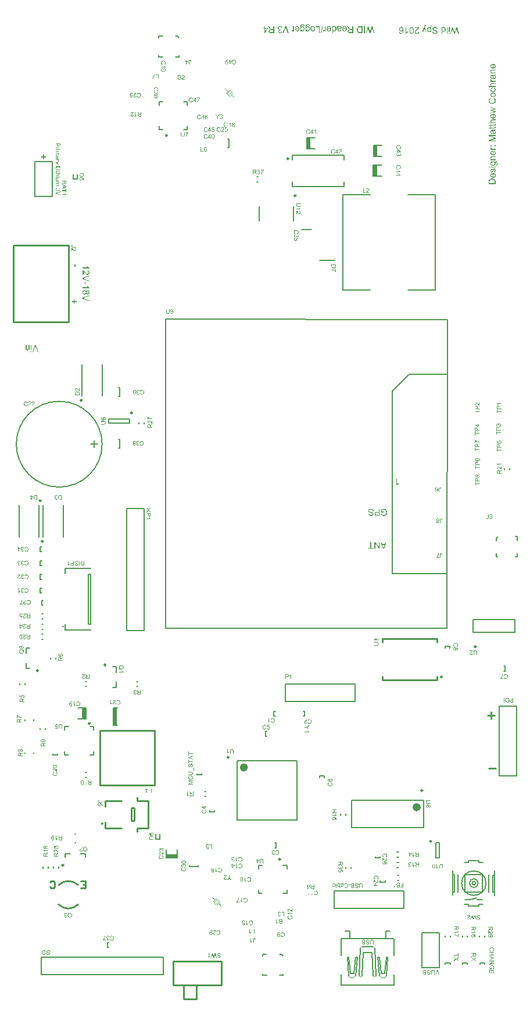
<source format=gto>
%FSAX24Y24*%
%MOIN*%
G70*
G01*
G75*
G04 Layer_Color=65535*
%ADD10R,0.0236X0.0236*%
%ADD11R,0.0591X0.1614*%
%ADD12R,0.0591X0.1772*%
%ADD13R,0.0413X0.0866*%
%ADD14R,0.0236X0.0236*%
%ADD15R,0.0472X0.0709*%
%ADD16R,0.0984X0.0984*%
%ADD17O,0.0315X0.0098*%
%ADD18O,0.0098X0.0315*%
%ADD19R,0.0413X0.0591*%
%ADD20R,0.1614X0.0591*%
%ADD21R,0.1772X0.0591*%
%ADD22R,0.0866X0.0413*%
%ADD23O,0.0138X0.0315*%
%ADD24O,0.0315X0.0138*%
%ADD25R,0.0295X0.0118*%
%ADD26R,0.0413X0.0709*%
%ADD27R,0.0315X0.0374*%
%ADD28R,0.1319X0.0965*%
%ADD29R,0.0374X0.0315*%
%ADD30R,0.0591X0.0591*%
%ADD31R,0.0591X0.0591*%
%ADD32O,0.0236X0.0886*%
%ADD33R,0.1024X0.0925*%
%ADD34R,0.0965X0.1319*%
%ADD35R,0.0591X0.0413*%
%ADD36R,0.0110X0.0110*%
%ADD37R,0.0140X0.0140*%
%ADD38R,0.0236X0.0413*%
%ADD39R,0.0354X0.0295*%
%ADD40R,0.0709X0.2953*%
%ADD41R,0.0197X0.1220*%
%ADD42R,0.0787X0.0984*%
%ADD43R,0.0787X0.1299*%
%ADD44R,0.0236X0.0551*%
%ADD45R,0.0433X0.0571*%
%ADD46O,0.0689X0.0217*%
%ADD47O,0.0217X0.0689*%
%ADD48R,0.0295X0.0354*%
%ADD49R,0.0433X0.0748*%
%ADD50R,0.0571X0.0433*%
%ADD51R,0.0394X0.0118*%
%ADD52R,0.0276X0.0118*%
%ADD53R,0.0709X0.0472*%
%ADD54R,0.0610X0.0236*%
%ADD55R,0.0591X0.1102*%
%ADD56R,0.0197X0.0315*%
%ADD57O,0.0177X0.0827*%
%ADD58O,0.0236X0.1358*%
%ADD59R,0.2032X0.1890*%
%ADD60R,0.0236X0.0197*%
%ADD61R,0.0846X0.0984*%
%ADD62R,0.0551X0.0236*%
%ADD63R,0.0709X0.0413*%
%ADD64R,0.0394X0.0138*%
%ADD65R,0.1850X0.1713*%
%ADD66R,0.0579X0.0291*%
%ADD67C,0.0120*%
%ADD68C,0.0100*%
%ADD69C,0.0200*%
%ADD70C,0.0500*%
%ADD71C,0.0300*%
%ADD72C,0.0080*%
%ADD73C,0.0150*%
%ADD74C,0.0800*%
%ADD75C,0.0580*%
%ADD76C,0.0400*%
%ADD77R,0.0091X0.0053*%
%ADD78R,0.0087X0.0171*%
%ADD79R,0.0394X0.0472*%
%ADD80R,0.1415X0.4155*%
%ADD81R,0.6957X0.3940*%
%ADD82R,0.0413X0.1161*%
%ADD83R,0.0757X0.0757*%
%ADD84R,0.0778X0.0256*%
%ADD85R,0.0028X0.0019*%
%ADD86R,0.0044X0.0024*%
%ADD87R,0.0025X0.0044*%
%ADD88R,0.0026X0.0039*%
%ADD89R,0.0029X0.0043*%
%ADD90R,0.0214X0.0034*%
%ADD91R,0.0470X0.0034*%
%ADD92R,0.0065X0.0043*%
%ADD93C,0.1575*%
%ADD94C,0.0591*%
%ADD95C,0.2264*%
%ADD96C,0.0787*%
%ADD97C,0.0532*%
%ADD98C,0.0600*%
%ADD99C,0.0906*%
%ADD100R,0.0906X0.0906*%
%ADD101C,0.0472*%
G04:AMPARAMS|DCode=102|XSize=120mil|YSize=60mil|CornerRadius=0mil|HoleSize=0mil|Usage=FLASHONLY|Rotation=90.000|XOffset=0mil|YOffset=0mil|HoleType=Round|Shape=Octagon|*
%AMOCTAGOND102*
4,1,8,0.0150,0.0600,-0.0150,0.0600,-0.0300,0.0450,-0.0300,-0.0450,-0.0150,-0.0600,0.0150,-0.0600,0.0300,-0.0450,0.0300,0.0450,0.0150,0.0600,0.0*
%
%ADD102OCTAGOND102*%

%ADD103C,0.0512*%
%ADD104C,0.0240*%
%ADD105C,0.0480*%
%ADD106C,0.0260*%
%ADD107C,0.0380*%
%ADD108R,0.0061X0.0050*%
%ADD109C,0.0098*%
%ADD110C,0.0079*%
%ADD111C,0.0040*%
%ADD112C,0.0236*%
%ADD113C,0.0080*%
%ADD114C,0.0059*%
%ADD115C,0.0049*%
%ADD116C,0.0070*%
%ADD117R,0.0217X0.0630*%
%ADD118R,0.0217X0.1024*%
%ADD119R,0.0630X0.0217*%
G36*
X009395Y-009452D02*
X009239D01*
X009236Y-009453D01*
X009229Y-009453D01*
X009221Y-009454D01*
X009213Y-009455D01*
X009205Y-009456D01*
X009201Y-009457D01*
X009198Y-009458D01*
X009197Y-009459D01*
X009195Y-009460D01*
X009193Y-009461D01*
X009189Y-009463D01*
X009185Y-009466D01*
X009181Y-009470D01*
X009177Y-009474D01*
X009174Y-009480D01*
X009173Y-009481D01*
X009172Y-009483D01*
X009171Y-009486D01*
X009170Y-009490D01*
X009168Y-009495D01*
X009167Y-009502D01*
X009166Y-009509D01*
X009165Y-009516D01*
Y-009517D01*
Y-009518D01*
Y-009520D01*
X009166Y-009523D01*
Y-009526D01*
X009166Y-009529D01*
X009167Y-009537D01*
X009170Y-009546D01*
X009172Y-009555D01*
X009177Y-009563D01*
X009179Y-009567D01*
X009182Y-009570D01*
X009183D01*
X009183Y-009571D01*
X009184Y-009571D01*
X009186Y-009572D01*
X009188Y-009574D01*
X009190Y-009575D01*
X009193Y-009577D01*
X009197Y-009578D01*
X009201Y-009579D01*
X009206Y-009581D01*
X009211Y-009582D01*
X009217Y-009584D01*
X009223Y-009584D01*
X009230Y-009585D01*
X009239Y-009586D01*
X009395D01*
Y-009620D01*
X009241D01*
X009238Y-009619D01*
X009234D01*
X009230Y-009619D01*
X009225Y-009619D01*
X009215Y-009617D01*
X009205Y-009616D01*
X009195Y-009614D01*
X009186Y-009611D01*
X009186D01*
X009185Y-009610D01*
X009184Y-009610D01*
X009182Y-009609D01*
X009178Y-009607D01*
X009173Y-009604D01*
X009167Y-009600D01*
X009161Y-009594D01*
X009155Y-009587D01*
X009149Y-009579D01*
Y-009579D01*
X009148Y-009578D01*
X009148Y-009577D01*
X009147Y-009575D01*
X009146Y-009573D01*
X009145Y-009570D01*
X009143Y-009567D01*
X009142Y-009563D01*
X009141Y-009559D01*
X009139Y-009555D01*
X009138Y-009550D01*
X009137Y-009545D01*
X009136Y-009533D01*
X009135Y-009520D01*
Y-009519D01*
Y-009518D01*
Y-009516D01*
X009135Y-009514D01*
Y-009511D01*
X009136Y-009507D01*
X009136Y-009503D01*
X009136Y-009499D01*
X009138Y-009490D01*
X009140Y-009480D01*
X009143Y-009470D01*
X009147Y-009461D01*
Y-009460D01*
X009148Y-009460D01*
X009148Y-009459D01*
X009149Y-009457D01*
X009152Y-009453D01*
X009156Y-009448D01*
X009161Y-009443D01*
X009167Y-009438D01*
X009175Y-009433D01*
X009183Y-009428D01*
X009183D01*
X009184Y-009428D01*
X009185Y-009428D01*
X009187Y-009427D01*
X009190Y-009426D01*
X009193Y-009425D01*
X009196Y-009424D01*
X009200Y-009424D01*
X009204Y-009422D01*
X009209Y-009422D01*
X009215Y-009421D01*
X009220Y-009420D01*
X009226Y-009419D01*
X009233Y-009419D01*
X009240Y-009419D01*
X009395D01*
Y-009452D01*
D02*
G37*
G36*
X006318Y-000347D02*
X006322D01*
X006326Y-000347D01*
X006330Y-000348D01*
X006340Y-000349D01*
X006350Y-000350D01*
X006361Y-000352D01*
X006369Y-000355D01*
X006370D01*
X006371Y-000356D01*
X006372Y-000356D01*
X006373Y-000357D01*
X006377Y-000359D01*
X006383Y-000362D01*
X006389Y-000367D01*
X006395Y-000372D01*
X006401Y-000379D01*
X006407Y-000387D01*
Y-000387D01*
X006407Y-000388D01*
X006408Y-000389D01*
X006409Y-000391D01*
X006410Y-000393D01*
X006411Y-000396D01*
X006412Y-000400D01*
X006414Y-000403D01*
X006415Y-000407D01*
X006416Y-000412D01*
X006417Y-000416D01*
X006418Y-000422D01*
X006420Y-000433D01*
X006421Y-000447D01*
Y-000447D01*
Y-000448D01*
Y-000450D01*
X006420Y-000453D01*
Y-000456D01*
X006420Y-000459D01*
X006419Y-000463D01*
X006419Y-000467D01*
X006417Y-000477D01*
X006416Y-000487D01*
X006412Y-000497D01*
X006408Y-000506D01*
Y-000506D01*
X006408Y-000507D01*
X006407Y-000508D01*
X006406Y-000509D01*
X006403Y-000513D01*
X006399Y-000518D01*
X006394Y-000524D01*
X006388Y-000529D01*
X006381Y-000534D01*
X006373Y-000538D01*
X006372D01*
X006371Y-000538D01*
X006370Y-000539D01*
X006368Y-000540D01*
X006366Y-000540D01*
X006363Y-000541D01*
X006359Y-000542D01*
X006355Y-000543D01*
X006351Y-000544D01*
X006346Y-000545D01*
X006341Y-000545D01*
X006336Y-000546D01*
X006329Y-000547D01*
X006323Y-000547D01*
X006316Y-000548D01*
X006160D01*
Y-000514D01*
X006316D01*
X006320Y-000513D01*
X006327Y-000513D01*
X006335Y-000512D01*
X006343Y-000511D01*
X006351Y-000510D01*
X006354Y-000509D01*
X006357Y-000508D01*
X006358Y-000508D01*
X006360Y-000507D01*
X006363Y-000505D01*
X006366Y-000503D01*
X006370Y-000500D01*
X006375Y-000496D01*
X006378Y-000492D01*
X006382Y-000487D01*
X006382Y-000486D01*
X006383Y-000484D01*
X006385Y-000481D01*
X006386Y-000476D01*
X006387Y-000471D01*
X006389Y-000465D01*
X006390Y-000458D01*
X006390Y-000450D01*
Y-000449D01*
Y-000448D01*
Y-000446D01*
X006390Y-000444D01*
Y-000440D01*
X006389Y-000437D01*
X006388Y-000429D01*
X006386Y-000420D01*
X006383Y-000412D01*
X006379Y-000403D01*
X006377Y-000400D01*
X006373Y-000396D01*
X006373D01*
X006373Y-000396D01*
X006371Y-000395D01*
X006370Y-000394D01*
X006368Y-000393D01*
X006366Y-000391D01*
X006362Y-000390D01*
X006359Y-000388D01*
X006355Y-000387D01*
X006350Y-000386D01*
X006345Y-000384D01*
X006339Y-000383D01*
X006332Y-000382D01*
X006325Y-000381D01*
X006317Y-000380D01*
X006160D01*
Y-000347D01*
X006314D01*
X006318Y-000347D01*
D02*
G37*
G36*
X002427Y-005168D02*
X002349Y-005218D01*
X002349D01*
X002349Y-005219D01*
X002347Y-005220D01*
X002346Y-005221D01*
X002342Y-005224D01*
X002336Y-005227D01*
X002329Y-005231D01*
X002322Y-005235D01*
X002314Y-005240D01*
X002306Y-005245D01*
X002306D01*
X002307Y-005245D01*
X002308Y-005246D01*
X002310Y-005247D01*
X002314Y-005249D01*
X002319Y-005252D01*
X002326Y-005256D01*
X002334Y-005261D01*
X002342Y-005267D01*
X002351Y-005273D01*
X002427Y-005322D01*
Y-005362D01*
X002279Y-005259D01*
X002171D01*
Y-005226D01*
X002279D01*
X002427Y-005127D01*
Y-005168D01*
D02*
G37*
G36*
X009271Y-009662D02*
X009277Y-009663D01*
X009284Y-009663D01*
X009292Y-009664D01*
X009300Y-009665D01*
X009309Y-009667D01*
X009318Y-009669D01*
X009327Y-009671D01*
X009336Y-009674D01*
X009345Y-009677D01*
X009353Y-009680D01*
X009360Y-009685D01*
X009367Y-009689D01*
X009367Y-009690D01*
X009368Y-009690D01*
X009370Y-009692D01*
X009372Y-009694D01*
X009374Y-009696D01*
X009376Y-009699D01*
X009379Y-009702D01*
X009382Y-009706D01*
X009385Y-009711D01*
X009387Y-009716D01*
X009390Y-009721D01*
X009392Y-009727D01*
X009394Y-009733D01*
X009395Y-009740D01*
X009396Y-009747D01*
X009397Y-009754D01*
Y-009754D01*
Y-009755D01*
Y-009757D01*
X009396Y-009759D01*
Y-009761D01*
X009396Y-009764D01*
X009395Y-009772D01*
X009392Y-009779D01*
X009389Y-009787D01*
X009385Y-009796D01*
X009383Y-009800D01*
X009379Y-009803D01*
Y-009804D01*
X009379Y-009804D01*
X009376Y-009807D01*
X009372Y-009810D01*
X009367Y-009814D01*
X009361Y-009818D01*
X009353Y-009821D01*
X009344Y-009825D01*
X009333Y-009827D01*
X009331Y-009796D01*
X009331D01*
X009334Y-009795D01*
X009337Y-009794D01*
X009341Y-009793D01*
X009350Y-009789D01*
X009354Y-009786D01*
X009357Y-009784D01*
X009358Y-009783D01*
X009360Y-009781D01*
X009362Y-009779D01*
X009364Y-009775D01*
X009367Y-009770D01*
X009369Y-009765D01*
X009370Y-009759D01*
X009371Y-009752D01*
Y-009751D01*
Y-009749D01*
X009370Y-009747D01*
X009370Y-009743D01*
X009369Y-009739D01*
X009367Y-009734D01*
X009365Y-009730D01*
X009362Y-009725D01*
X009362Y-009724D01*
X009360Y-009723D01*
X009358Y-009720D01*
X009354Y-009717D01*
X009350Y-009713D01*
X009344Y-009709D01*
X009338Y-009705D01*
X009330Y-009702D01*
X009330D01*
X009330Y-009701D01*
X009328Y-009701D01*
X009326Y-009701D01*
X009324Y-009700D01*
X009322Y-009699D01*
X009319Y-009698D01*
X009315Y-009697D01*
X009311Y-009697D01*
X009307Y-009696D01*
X009302Y-009695D01*
X009297Y-009694D01*
X009291Y-009694D01*
X009285Y-009694D01*
X009278Y-009693D01*
X009271D01*
X009272Y-009694D01*
X009274Y-009695D01*
X009277Y-009697D01*
X009281Y-009701D01*
X009285Y-009705D01*
X009289Y-009710D01*
X009293Y-009715D01*
X009297Y-009721D01*
X009297Y-009722D01*
X009298Y-009724D01*
X009300Y-009727D01*
X009301Y-009731D01*
X009303Y-009736D01*
X009304Y-009742D01*
X009305Y-009748D01*
X009305Y-009755D01*
Y-009756D01*
Y-009757D01*
Y-009758D01*
X009305Y-009761D01*
X009305Y-009763D01*
X009304Y-009766D01*
X009303Y-009774D01*
X009300Y-009782D01*
X009298Y-009787D01*
X009296Y-009791D01*
X009293Y-009796D01*
X009290Y-009800D01*
X009286Y-009805D01*
X009282Y-009809D01*
X009282Y-009809D01*
X009281Y-009810D01*
X009280Y-009811D01*
X009278Y-009812D01*
X009275Y-009814D01*
X009273Y-009816D01*
X009269Y-009818D01*
X009266Y-009820D01*
X009262Y-009822D01*
X009257Y-009824D01*
X009252Y-009826D01*
X009247Y-009828D01*
X009241Y-009829D01*
X009236Y-009830D01*
X009229Y-009831D01*
X009222Y-009831D01*
X009218D01*
X009216Y-009831D01*
X009214D01*
X009207Y-009830D01*
X009201Y-009828D01*
X009193Y-009827D01*
X009185Y-009824D01*
X009177Y-009821D01*
X009177D01*
X009177Y-009820D01*
X009176Y-009819D01*
X009174Y-009819D01*
X009170Y-009816D01*
X009166Y-009813D01*
X009161Y-009809D01*
X009156Y-009804D01*
X009151Y-009798D01*
X009146Y-009792D01*
X009145Y-009791D01*
X009144Y-009789D01*
X009142Y-009785D01*
X009140Y-009780D01*
X009138Y-009774D01*
X009136Y-009767D01*
X009135Y-009759D01*
X009135Y-009751D01*
Y-009750D01*
Y-009749D01*
X009135Y-009747D01*
Y-009744D01*
X009136Y-009741D01*
X009136Y-009737D01*
X009137Y-009733D01*
X009138Y-009728D01*
X009140Y-009723D01*
X009142Y-009718D01*
X009144Y-009713D01*
X009147Y-009707D01*
X009151Y-009702D01*
X009154Y-009696D01*
X009159Y-009691D01*
X009164Y-009686D01*
X009164Y-009686D01*
X009165Y-009685D01*
X009167Y-009684D01*
X009169Y-009683D01*
X009172Y-009681D01*
X009176Y-009679D01*
X009181Y-009676D01*
X009186Y-009674D01*
X009193Y-009672D01*
X009200Y-009670D01*
X009207Y-009668D01*
X009216Y-009666D01*
X009225Y-009664D01*
X009236Y-009663D01*
X009247Y-009662D01*
X009259Y-009662D01*
X009266D01*
X009271Y-009662D01*
D02*
G37*
G36*
X011967Y-000822D02*
X011970D01*
X011974Y-000823D01*
X011978Y-000823D01*
X011982Y-000823D01*
X011991Y-000825D01*
X012001Y-000827D01*
X012011Y-000830D01*
X012020Y-000834D01*
X012021D01*
X012022Y-000835D01*
X012022Y-000835D01*
X012024Y-000836D01*
X012028Y-000839D01*
X012033Y-000843D01*
X012038Y-000848D01*
X012043Y-000854D01*
X012048Y-000862D01*
X012053Y-000870D01*
Y-000870D01*
X012053Y-000871D01*
X012053Y-000872D01*
X012054Y-000874D01*
X012055Y-000876D01*
X012056Y-000879D01*
X012057Y-000883D01*
X012057Y-000887D01*
X012059Y-000891D01*
X012059Y-000896D01*
X012060Y-000901D01*
X012061Y-000907D01*
X012062Y-000913D01*
X012062Y-000920D01*
X012062Y-000927D01*
Y-000934D01*
Y-001082D01*
X012029D01*
Y-000934D01*
Y-000934D01*
Y-000933D01*
Y-000931D01*
Y-000929D01*
Y-000926D01*
X012028Y-000923D01*
X012028Y-000915D01*
X012027Y-000908D01*
X012026Y-000899D01*
X012025Y-000892D01*
X012024Y-000888D01*
X012023Y-000885D01*
X012022Y-000884D01*
X012022Y-000882D01*
X012020Y-000879D01*
X012018Y-000876D01*
X012015Y-000872D01*
X012011Y-000868D01*
X012007Y-000864D01*
X012001Y-000860D01*
X012000Y-000860D01*
X011998Y-000859D01*
X011995Y-000858D01*
X011991Y-000856D01*
X011986Y-000855D01*
X011979Y-000853D01*
X011972Y-000853D01*
X011965Y-000852D01*
X011961D01*
X011958Y-000853D01*
X011955D01*
X011952Y-000853D01*
X011944Y-000854D01*
X011935Y-000856D01*
X011926Y-000859D01*
X011918Y-000863D01*
X011914Y-000866D01*
X011911Y-000869D01*
Y-000869D01*
X011910Y-000870D01*
X011910Y-000871D01*
X011909Y-000872D01*
X011907Y-000874D01*
X011906Y-000877D01*
X011905Y-000880D01*
X011903Y-000883D01*
X011902Y-000888D01*
X011900Y-000892D01*
X011899Y-000897D01*
X011897Y-000904D01*
X011897Y-000910D01*
X011896Y-000917D01*
X011895Y-000925D01*
Y-000934D01*
Y-001082D01*
X011861D01*
Y-000934D01*
Y-000934D01*
Y-000933D01*
Y-000931D01*
Y-000928D01*
X011862Y-000924D01*
Y-000921D01*
X011862Y-000917D01*
X011862Y-000912D01*
X011864Y-000902D01*
X011865Y-000892D01*
X011867Y-000882D01*
X011870Y-000873D01*
Y-000872D01*
X011871Y-000872D01*
X011871Y-000870D01*
X011872Y-000869D01*
X011874Y-000865D01*
X011877Y-000860D01*
X011882Y-000854D01*
X011887Y-000847D01*
X011894Y-000842D01*
X011902Y-000836D01*
X011902D01*
X011903Y-000835D01*
X011904Y-000835D01*
X011906Y-000833D01*
X011908Y-000833D01*
X011911Y-000831D01*
X011914Y-000830D01*
X011918Y-000829D01*
X011922Y-000828D01*
X011926Y-000826D01*
X011931Y-000825D01*
X011936Y-000824D01*
X011948Y-000823D01*
X011961Y-000822D01*
X011965D01*
X011967Y-000822D01*
D02*
G37*
G36*
X-002236Y-006676D02*
X-002236Y-006676D01*
X-002234Y-006674D01*
X-002231Y-006672D01*
X-002228Y-006669D01*
X-002223Y-006666D01*
X-002218Y-006662D01*
X-002213Y-006658D01*
X-002206Y-006654D01*
X-002206D01*
X-002205Y-006654D01*
X-002203Y-006652D01*
X-002199Y-006650D01*
X-002195Y-006648D01*
X-002190Y-006645D01*
X-002184Y-006643D01*
X-002179Y-006640D01*
X-002173Y-006638D01*
Y-006669D01*
X-002174D01*
X-002174Y-006669D01*
X-002176Y-006670D01*
X-002177Y-006671D01*
X-002180Y-006672D01*
X-002183Y-006673D01*
X-002189Y-006677D01*
X-002196Y-006681D01*
X-002204Y-006686D01*
X-002211Y-006692D01*
X-002219Y-006698D01*
X-002219Y-006699D01*
X-002220Y-006699D01*
X-002222Y-006701D01*
X-002225Y-006705D01*
X-002230Y-006709D01*
X-002234Y-006715D01*
X-002239Y-006721D01*
X-002243Y-006727D01*
X-002247Y-006733D01*
X-002268D01*
Y-006476D01*
X-002236D01*
Y-006676D01*
D02*
G37*
G36*
X006346Y-000136D02*
X006349Y-000136D01*
X006352Y-000136D01*
X006356Y-000137D01*
X006360Y-000138D01*
X006369Y-000141D01*
X006374Y-000143D01*
X006379Y-000146D01*
X006384Y-000148D01*
X006388Y-000152D01*
X006393Y-000155D01*
X006398Y-000160D01*
X006398Y-000160D01*
X006399Y-000161D01*
X006400Y-000162D01*
X006401Y-000164D01*
X006403Y-000166D01*
X006405Y-000169D01*
X006407Y-000173D01*
X006409Y-000176D01*
X006411Y-000181D01*
X006413Y-000185D01*
X006415Y-000191D01*
X006417Y-000196D01*
X006419Y-000202D01*
X006419Y-000208D01*
X006420Y-000215D01*
X006421Y-000221D01*
Y-000222D01*
Y-000223D01*
Y-000224D01*
X006420Y-000227D01*
X006420Y-000230D01*
X006419Y-000233D01*
X006419Y-000237D01*
X006418Y-000241D01*
X006416Y-000250D01*
X006412Y-000259D01*
X006410Y-000264D01*
X006407Y-000268D01*
X006404Y-000273D01*
X006401Y-000277D01*
X006400Y-000277D01*
X006400Y-000278D01*
X006399Y-000279D01*
X006397Y-000281D01*
X006395Y-000282D01*
X006392Y-000284D01*
X006390Y-000286D01*
X006387Y-000288D01*
X006379Y-000293D01*
X006370Y-000297D01*
X006360Y-000300D01*
X006354Y-000302D01*
X006348Y-000302D01*
X006344Y-000271D01*
X006345D01*
X006345Y-000270D01*
X006347D01*
X006348Y-000270D01*
X006353Y-000269D01*
X006359Y-000267D01*
X006365Y-000264D01*
X006372Y-000261D01*
X006378Y-000257D01*
X006383Y-000253D01*
X006383Y-000252D01*
X006385Y-000251D01*
X006386Y-000248D01*
X006389Y-000244D01*
X006391Y-000240D01*
X006392Y-000234D01*
X006394Y-000228D01*
X006394Y-000221D01*
Y-000221D01*
Y-000220D01*
Y-000219D01*
X006394Y-000217D01*
X006394Y-000214D01*
X006392Y-000208D01*
X006391Y-000202D01*
X006388Y-000196D01*
X006384Y-000190D01*
X006379Y-000184D01*
X006378Y-000183D01*
X006377Y-000182D01*
X006373Y-000179D01*
X006369Y-000176D01*
X006363Y-000173D01*
X006357Y-000171D01*
X006349Y-000169D01*
X006341Y-000169D01*
X006339D01*
X006338Y-000169D01*
X006334Y-000169D01*
X006329Y-000171D01*
X006323Y-000172D01*
X006317Y-000175D01*
X006311Y-000178D01*
X006306Y-000183D01*
X006305Y-000184D01*
X006303Y-000185D01*
X006301Y-000189D01*
X006298Y-000193D01*
X006296Y-000198D01*
X006294Y-000204D01*
X006292Y-000211D01*
X006291Y-000219D01*
Y-000219D01*
Y-000220D01*
Y-000222D01*
X006292Y-000225D01*
X006292Y-000228D01*
X006293Y-000232D01*
X006293Y-000236D01*
X006295Y-000241D01*
X006267Y-000237D01*
Y-000237D01*
Y-000235D01*
X006267Y-000234D01*
Y-000232D01*
Y-000232D01*
Y-000231D01*
Y-000230D01*
Y-000229D01*
X006267Y-000225D01*
X006266Y-000220D01*
X006265Y-000215D01*
X006263Y-000209D01*
X006261Y-000203D01*
X006257Y-000196D01*
X006257Y-000196D01*
X006255Y-000194D01*
X006252Y-000191D01*
X006249Y-000188D01*
X006245Y-000185D01*
X006239Y-000183D01*
X006233Y-000181D01*
X006225Y-000180D01*
X006222D01*
X006219Y-000181D01*
X006215Y-000182D01*
X006210Y-000183D01*
X006206Y-000185D01*
X006201Y-000188D01*
X006196Y-000192D01*
X006196Y-000192D01*
X006194Y-000194D01*
X006192Y-000196D01*
X006190Y-000200D01*
X006188Y-000204D01*
X006187Y-000209D01*
X006185Y-000215D01*
X006185Y-000222D01*
Y-000222D01*
Y-000222D01*
Y-000225D01*
X006185Y-000228D01*
X006186Y-000232D01*
X006187Y-000237D01*
X006190Y-000242D01*
X006192Y-000247D01*
X006196Y-000253D01*
X006197Y-000253D01*
X006198Y-000254D01*
X006201Y-000256D01*
X006205Y-000259D01*
X006210Y-000261D01*
X006215Y-000264D01*
X006222Y-000266D01*
X006231Y-000268D01*
X006225Y-000299D01*
X006225D01*
X006224Y-000299D01*
X006222Y-000299D01*
X006220Y-000298D01*
X006217Y-000297D01*
X006214Y-000297D01*
X006207Y-000294D01*
X006199Y-000291D01*
X006191Y-000286D01*
X006183Y-000281D01*
X006176Y-000274D01*
X006176Y-000273D01*
X006176Y-000273D01*
X006175Y-000272D01*
X006174Y-000270D01*
X006173Y-000268D01*
X006171Y-000265D01*
X006167Y-000260D01*
X006164Y-000252D01*
X006162Y-000243D01*
X006160Y-000233D01*
X006159Y-000228D01*
Y-000222D01*
Y-000222D01*
Y-000222D01*
Y-000221D01*
Y-000219D01*
X006159Y-000215D01*
X006160Y-000210D01*
X006161Y-000204D01*
X006163Y-000198D01*
X006165Y-000191D01*
X006168Y-000184D01*
Y-000184D01*
X006169Y-000183D01*
X006170Y-000181D01*
X006172Y-000178D01*
X006174Y-000174D01*
X006178Y-000170D01*
X006182Y-000165D01*
X006187Y-000161D01*
X006193Y-000157D01*
X006194Y-000157D01*
X006196Y-000155D01*
X006199Y-000154D01*
X006203Y-000152D01*
X006208Y-000151D01*
X006213Y-000149D01*
X006219Y-000148D01*
X006226Y-000148D01*
X006228D01*
X006231Y-000148D01*
X006235Y-000149D01*
X006240Y-000150D01*
X006245Y-000152D01*
X006251Y-000153D01*
X006256Y-000157D01*
X006256Y-000157D01*
X006258Y-000158D01*
X006260Y-000160D01*
X006263Y-000163D01*
X006267Y-000167D01*
X006270Y-000171D01*
X006274Y-000177D01*
X006277Y-000183D01*
Y-000183D01*
X006278Y-000182D01*
Y-000181D01*
X006279Y-000179D01*
X006280Y-000175D01*
X006282Y-000170D01*
X006285Y-000165D01*
X006289Y-000159D01*
X006293Y-000153D01*
X006299Y-000148D01*
X006300Y-000148D01*
X006302Y-000146D01*
X006306Y-000144D01*
X006311Y-000141D01*
X006316Y-000139D01*
X006323Y-000137D01*
X006332Y-000136D01*
X006341Y-000135D01*
X006344D01*
X006346Y-000136D01*
D02*
G37*
G36*
X011822Y-000826D02*
Y-000828D01*
Y-000830D01*
X011821Y-000833D01*
X011821Y-000836D01*
X011821Y-000840D01*
X011819Y-000844D01*
X011818Y-000847D01*
Y-000848D01*
X011818Y-000848D01*
X011817Y-000851D01*
X011816Y-000854D01*
X011813Y-000858D01*
X011811Y-000863D01*
X011807Y-000869D01*
X011803Y-000875D01*
X011798Y-000881D01*
Y-000882D01*
X011797Y-000882D01*
X011795Y-000885D01*
X011792Y-000888D01*
X011787Y-000893D01*
X011781Y-000898D01*
X011774Y-000905D01*
X011766Y-000912D01*
X011756Y-000920D01*
X011756Y-000921D01*
X011754Y-000922D01*
X011752Y-000924D01*
X011750Y-000926D01*
X011746Y-000929D01*
X011742Y-000933D01*
X011734Y-000940D01*
X011724Y-000949D01*
X011715Y-000958D01*
X011710Y-000962D01*
X011706Y-000966D01*
X011703Y-000971D01*
X011700Y-000975D01*
Y-000975D01*
X011699Y-000975D01*
X011698Y-000977D01*
X011697Y-000978D01*
X011695Y-000982D01*
X011692Y-000987D01*
X011690Y-000993D01*
X011687Y-000999D01*
X011686Y-001006D01*
X011685Y-001013D01*
Y-001013D01*
Y-001014D01*
X011685Y-001016D01*
X011686Y-001019D01*
X011687Y-001024D01*
X011688Y-001029D01*
X011691Y-001034D01*
X011694Y-001039D01*
X011699Y-001044D01*
X011699Y-001045D01*
X011701Y-001046D01*
X011704Y-001048D01*
X011708Y-001051D01*
X011713Y-001053D01*
X011719Y-001055D01*
X011726Y-001057D01*
X011734Y-001057D01*
X011736D01*
X011738Y-001057D01*
X011741Y-001057D01*
X011747Y-001056D01*
X011752Y-001054D01*
X011759Y-001051D01*
X011765Y-001048D01*
X011770Y-001043D01*
X011770Y-001042D01*
X011772Y-001041D01*
X011774Y-001038D01*
X011777Y-001034D01*
X011779Y-001028D01*
X011781Y-001022D01*
X011783Y-001014D01*
X011784Y-001006D01*
X011816Y-001009D01*
Y-001010D01*
Y-001011D01*
X011816Y-001013D01*
X011815Y-001015D01*
X011814Y-001018D01*
X011814Y-001022D01*
X011812Y-001030D01*
X011809Y-001039D01*
X011804Y-001048D01*
X011798Y-001057D01*
X011795Y-001060D01*
X011791Y-001064D01*
X011791Y-001065D01*
X011790Y-001065D01*
X011789Y-001066D01*
X011788Y-001067D01*
X011785Y-001069D01*
X011782Y-001071D01*
X011779Y-001072D01*
X011776Y-001074D01*
X011772Y-001076D01*
X011768Y-001078D01*
X011763Y-001079D01*
X011757Y-001080D01*
X011746Y-001083D01*
X011740Y-001083D01*
X011733Y-001083D01*
X011729D01*
X011727Y-001083D01*
X011724Y-001083D01*
X011720Y-001082D01*
X011716Y-001082D01*
X011712Y-001081D01*
X011702Y-001078D01*
X011693Y-001075D01*
X011688Y-001073D01*
X011683Y-001070D01*
X011679Y-001066D01*
X011674Y-001063D01*
X011674Y-001062D01*
X011674Y-001062D01*
X011672Y-001061D01*
X011671Y-001059D01*
X011669Y-001057D01*
X011667Y-001055D01*
X011663Y-001049D01*
X011660Y-001041D01*
X011656Y-001033D01*
X011653Y-001023D01*
X011653Y-001018D01*
X011653Y-001012D01*
Y-001011D01*
Y-001009D01*
X011653Y-001006D01*
X011653Y-001002D01*
X011654Y-000998D01*
X011655Y-000993D01*
X011657Y-000987D01*
X011659Y-000982D01*
X011660Y-000981D01*
X011660Y-000979D01*
X011662Y-000976D01*
X011664Y-000972D01*
X011667Y-000968D01*
X011671Y-000962D01*
X011675Y-000957D01*
X011680Y-000950D01*
X011681Y-000950D01*
X011683Y-000947D01*
X011687Y-000944D01*
X011689Y-000941D01*
X011692Y-000939D01*
X011695Y-000936D01*
X011699Y-000932D01*
X011702Y-000929D01*
X011707Y-000924D01*
X011711Y-000920D01*
X011717Y-000915D01*
X011722Y-000911D01*
X011729Y-000905D01*
X011729Y-000905D01*
X011730Y-000904D01*
X011731Y-000903D01*
X011733Y-000901D01*
X011738Y-000897D01*
X011744Y-000892D01*
X011750Y-000887D01*
X011756Y-000881D01*
X011761Y-000877D01*
X011763Y-000875D01*
X011765Y-000873D01*
X011765Y-000872D01*
X011766Y-000871D01*
X011768Y-000870D01*
X011770Y-000867D01*
X011774Y-000862D01*
X011778Y-000856D01*
X011652D01*
Y-000826D01*
X011822D01*
Y-000826D01*
D02*
G37*
G36*
X002364Y-005404D02*
X002364Y-005405D01*
X002365Y-005406D01*
X002366Y-005408D01*
X002367Y-005410D01*
X002368Y-005413D01*
X002372Y-005419D01*
X002376Y-005426D01*
X002381Y-005434D01*
X002387Y-005442D01*
X002393Y-005449D01*
X002394Y-005450D01*
X002394Y-005450D01*
X002397Y-005452D01*
X002400Y-005456D01*
X002404Y-005460D01*
X002410Y-005465D01*
X002416Y-005470D01*
X002422Y-005474D01*
X002428Y-005477D01*
Y-005498D01*
X002171D01*
Y-005467D01*
X002371D01*
X002371Y-005466D01*
X002369Y-005465D01*
X002367Y-005462D01*
X002365Y-005458D01*
X002361Y-005454D01*
X002358Y-005449D01*
X002353Y-005443D01*
X002349Y-005436D01*
Y-005436D01*
X002349Y-005436D01*
X002347Y-005433D01*
X002345Y-005430D01*
X002343Y-005426D01*
X002340Y-005421D01*
X002338Y-005415D01*
X002335Y-005409D01*
X002333Y-005404D01*
X002364D01*
Y-005404D01*
D02*
G37*
G36*
X-008877Y-017190D02*
X-008874D01*
X-008870Y-017191D01*
X-008865Y-017191D01*
X-008861Y-017192D01*
X-008850Y-017194D01*
X-008838Y-017197D01*
X-008827Y-017201D01*
X-008822Y-017204D01*
X-008817Y-017207D01*
X-008817Y-017207D01*
X-008816Y-017207D01*
X-008815Y-017209D01*
X-008813Y-017210D01*
X-008808Y-017214D01*
X-008803Y-017219D01*
X-008796Y-017226D01*
X-008790Y-017234D01*
X-008783Y-017244D01*
X-008778Y-017255D01*
Y-017256D01*
X-008777Y-017257D01*
X-008776Y-017258D01*
X-008776Y-017261D01*
X-008774Y-017264D01*
X-008773Y-017267D01*
X-008772Y-017271D01*
X-008771Y-017276D01*
X-008770Y-017281D01*
X-008769Y-017286D01*
X-008766Y-017298D01*
X-008765Y-017310D01*
X-008764Y-017324D01*
Y-017324D01*
Y-017326D01*
Y-017328D01*
X-008765Y-017331D01*
Y-017334D01*
X-008765Y-017338D01*
X-008765Y-017343D01*
X-008766Y-017348D01*
X-008768Y-017359D01*
X-008771Y-017370D01*
X-008774Y-017383D01*
X-008780Y-017394D01*
Y-017394D01*
X-008780Y-017395D01*
X-008781Y-017397D01*
X-008782Y-017399D01*
X-008784Y-017401D01*
X-008786Y-017404D01*
X-008791Y-017411D01*
X-008797Y-017418D01*
X-008804Y-017425D01*
X-008813Y-017433D01*
X-008823Y-017439D01*
X-008823D01*
X-008824Y-017440D01*
X-008826Y-017441D01*
X-008828Y-017441D01*
X-008830Y-017443D01*
X-008833Y-017444D01*
X-008837Y-017445D01*
X-008841Y-017447D01*
X-008845Y-017448D01*
X-008850Y-017450D01*
X-008861Y-017452D01*
X-008872Y-017454D01*
X-008885Y-017455D01*
X-008889D01*
X-008891Y-017454D01*
X-008895Y-017454D01*
X-008898Y-017454D01*
X-008903Y-017453D01*
X-008907Y-017452D01*
X-008918Y-017450D01*
X-008928Y-017446D01*
X-008934Y-017444D01*
X-008939Y-017441D01*
X-008944Y-017438D01*
X-008950Y-017435D01*
X-008950Y-017434D01*
X-008951Y-017434D01*
X-008952Y-017433D01*
X-008954Y-017431D01*
X-008956Y-017429D01*
X-008959Y-017427D01*
X-008961Y-017424D01*
X-008964Y-017421D01*
X-008967Y-017417D01*
X-008970Y-017413D01*
X-008973Y-017408D01*
X-008976Y-017403D01*
X-008979Y-017398D01*
X-008982Y-017392D01*
X-008986Y-017380D01*
X-008953Y-017372D01*
Y-017372D01*
X-008952Y-017373D01*
X-008952Y-017375D01*
X-008951Y-017377D01*
X-008950Y-017379D01*
X-008949Y-017382D01*
X-008946Y-017388D01*
X-008943Y-017394D01*
X-008938Y-017401D01*
X-008933Y-017407D01*
X-008927Y-017413D01*
X-008926Y-017413D01*
X-008923Y-017415D01*
X-008920Y-017417D01*
X-008915Y-017420D01*
X-008909Y-017422D01*
X-008902Y-017424D01*
X-008893Y-017425D01*
X-008884Y-017426D01*
X-008881D01*
X-008879Y-017425D01*
X-008877D01*
X-008874Y-017425D01*
X-008867Y-017424D01*
X-008859Y-017422D01*
X-008851Y-017420D01*
X-008843Y-017416D01*
X-008835Y-017411D01*
X-008835D01*
X-008834Y-017411D01*
X-008832Y-017409D01*
X-008828Y-017406D01*
X-008824Y-017401D01*
X-008820Y-017396D01*
X-008815Y-017390D01*
X-008811Y-017382D01*
X-008807Y-017373D01*
Y-017373D01*
X-008807Y-017372D01*
X-008806Y-017371D01*
X-008806Y-017369D01*
X-008805Y-017367D01*
X-008805Y-017364D01*
X-008803Y-017358D01*
X-008802Y-017351D01*
X-008801Y-017342D01*
X-008800Y-017333D01*
X-008799Y-017324D01*
Y-017324D01*
Y-017322D01*
Y-017321D01*
Y-017319D01*
X-008800Y-017316D01*
Y-017312D01*
X-008800Y-017309D01*
X-008801Y-017305D01*
X-008802Y-017296D01*
X-008803Y-017286D01*
X-008806Y-017276D01*
X-008809Y-017267D01*
Y-017267D01*
X-008809Y-017266D01*
X-008810Y-017265D01*
X-008811Y-017263D01*
X-008813Y-017258D01*
X-008816Y-017253D01*
X-008820Y-017247D01*
X-008825Y-017241D01*
X-008831Y-017235D01*
X-008838Y-017230D01*
X-008838D01*
X-008839Y-017230D01*
X-008840Y-017229D01*
X-008842Y-017228D01*
X-008846Y-017227D01*
X-008851Y-017225D01*
X-008858Y-017223D01*
X-008865Y-017221D01*
X-008873Y-017219D01*
X-008882Y-017219D01*
X-008884D01*
X-008886Y-017219D01*
X-008889D01*
X-008892Y-017220D01*
X-008898Y-017221D01*
X-008906Y-017223D01*
X-008914Y-017226D01*
X-008922Y-017230D01*
X-008930Y-017235D01*
X-008930Y-017235D01*
X-008930Y-017236D01*
X-008933Y-017238D01*
X-008936Y-017242D01*
X-008941Y-017247D01*
X-008945Y-017254D01*
X-008950Y-017262D01*
X-008953Y-017273D01*
X-008957Y-017284D01*
X-008991Y-017275D01*
Y-017275D01*
X-008990Y-017273D01*
X-008989Y-017271D01*
X-008989Y-017268D01*
X-008987Y-017265D01*
X-008985Y-017261D01*
X-008984Y-017257D01*
X-008982Y-017252D01*
X-008976Y-017241D01*
X-008969Y-017231D01*
X-008962Y-017221D01*
X-008957Y-017216D01*
X-008952Y-017212D01*
X-008952Y-017211D01*
X-008951Y-017211D01*
X-008949Y-017210D01*
X-008947Y-017208D01*
X-008944Y-017207D01*
X-008941Y-017205D01*
X-008937Y-017203D01*
X-008933Y-017201D01*
X-008928Y-017199D01*
X-008923Y-017197D01*
X-008918Y-017195D01*
X-008912Y-017193D01*
X-008899Y-017191D01*
X-008892Y-017190D01*
X-008884Y-017190D01*
X-008881D01*
X-008877Y-017190D01*
D02*
G37*
G36*
X-009095D02*
X-009092Y-017191D01*
X-009089Y-017191D01*
X-009085Y-017191D01*
X-009081Y-017192D01*
X-009072Y-017195D01*
X-009063Y-017198D01*
X-009058Y-017200D01*
X-009054Y-017203D01*
X-009049Y-017206D01*
X-009045Y-017210D01*
X-009045Y-017210D01*
X-009044Y-017211D01*
X-009043Y-017212D01*
X-009042Y-017213D01*
X-009040Y-017216D01*
X-009038Y-017218D01*
X-009036Y-017221D01*
X-009034Y-017224D01*
X-009029Y-017232D01*
X-009025Y-017241D01*
X-009022Y-017251D01*
X-009021Y-017256D01*
X-009020Y-017262D01*
X-009051Y-017266D01*
Y-017266D01*
X-009052Y-017265D01*
Y-017264D01*
X-009053Y-017262D01*
X-009054Y-017257D01*
X-009056Y-017251D01*
X-009058Y-017245D01*
X-009061Y-017239D01*
X-009065Y-017233D01*
X-009069Y-017228D01*
X-009070Y-017227D01*
X-009072Y-017226D01*
X-009074Y-017224D01*
X-009078Y-017222D01*
X-009083Y-017220D01*
X-009088Y-017218D01*
X-009094Y-017216D01*
X-009101Y-017216D01*
X-009103D01*
X-009105Y-017216D01*
X-009109Y-017217D01*
X-009114Y-017218D01*
X-009120Y-017220D01*
X-009126Y-017222D01*
X-009132Y-017226D01*
X-009138Y-017231D01*
X-009139Y-017232D01*
X-009141Y-017234D01*
X-009143Y-017237D01*
X-009146Y-017242D01*
X-009149Y-017247D01*
X-009151Y-017254D01*
X-009153Y-017261D01*
X-009154Y-017269D01*
Y-017270D01*
Y-017270D01*
Y-017271D01*
X-009153Y-017273D01*
X-009153Y-017277D01*
X-009152Y-017282D01*
X-009150Y-017287D01*
X-009147Y-017294D01*
X-009144Y-017299D01*
X-009139Y-017305D01*
X-009138Y-017306D01*
X-009137Y-017307D01*
X-009134Y-017309D01*
X-009129Y-017312D01*
X-009124Y-017315D01*
X-009118Y-017317D01*
X-009111Y-017318D01*
X-009104Y-017319D01*
X-009100D01*
X-009097Y-017319D01*
X-009094Y-017318D01*
X-009090Y-017318D01*
X-009086Y-017317D01*
X-009081Y-017316D01*
X-009085Y-017344D01*
X-009087D01*
X-009088Y-017343D01*
X-009093D01*
X-009097Y-017344D01*
X-009102Y-017344D01*
X-009108Y-017345D01*
X-009113Y-017347D01*
X-009120Y-017350D01*
X-009126Y-017353D01*
X-009127Y-017354D01*
X-009129Y-017355D01*
X-009131Y-017358D01*
X-009134Y-017361D01*
X-009137Y-017366D01*
X-009139Y-017371D01*
X-009141Y-017378D01*
X-009142Y-017386D01*
Y-017386D01*
Y-017386D01*
Y-017388D01*
X-009141Y-017391D01*
X-009141Y-017396D01*
X-009139Y-017400D01*
X-009137Y-017405D01*
X-009134Y-017410D01*
X-009131Y-017414D01*
X-009130Y-017414D01*
X-009129Y-017416D01*
X-009126Y-017418D01*
X-009122Y-017420D01*
X-009118Y-017422D01*
X-009113Y-017424D01*
X-009107Y-017425D01*
X-009100Y-017426D01*
X-009097D01*
X-009094Y-017425D01*
X-009090Y-017424D01*
X-009085Y-017423D01*
X-009080Y-017421D01*
X-009075Y-017418D01*
X-009070Y-017414D01*
X-009069Y-017414D01*
X-009068Y-017412D01*
X-009066Y-017409D01*
X-009063Y-017406D01*
X-009061Y-017401D01*
X-009058Y-017395D01*
X-009056Y-017388D01*
X-009054Y-017380D01*
X-009023Y-017385D01*
Y-017386D01*
X-009023Y-017387D01*
X-009024Y-017388D01*
X-009024Y-017390D01*
X-009025Y-017393D01*
X-009026Y-017396D01*
X-009028Y-017403D01*
X-009031Y-017411D01*
X-009036Y-017419D01*
X-009042Y-017427D01*
X-009049Y-017434D01*
X-009049Y-017434D01*
X-009049Y-017435D01*
X-009051Y-017436D01*
X-009053Y-017437D01*
X-009054Y-017438D01*
X-009057Y-017439D01*
X-009063Y-017443D01*
X-009070Y-017446D01*
X-009079Y-017449D01*
X-009089Y-017451D01*
X-009094Y-017452D01*
X-009103D01*
X-009107Y-017451D01*
X-009112Y-017450D01*
X-009118Y-017449D01*
X-009125Y-017448D01*
X-009131Y-017445D01*
X-009138Y-017442D01*
X-009138D01*
X-009139Y-017442D01*
X-009141Y-017441D01*
X-009144Y-017439D01*
X-009148Y-017436D01*
X-009152Y-017432D01*
X-009157Y-017428D01*
X-009161Y-017423D01*
X-009165Y-017418D01*
X-009166Y-017417D01*
X-009167Y-017415D01*
X-009168Y-017412D01*
X-009170Y-017408D01*
X-009171Y-017403D01*
X-009173Y-017397D01*
X-009174Y-017391D01*
X-009175Y-017385D01*
Y-017384D01*
Y-017382D01*
X-009174Y-017379D01*
X-009173Y-017375D01*
X-009172Y-017370D01*
X-009171Y-017365D01*
X-009169Y-017360D01*
X-009166Y-017355D01*
X-009165Y-017354D01*
X-009164Y-017352D01*
X-009162Y-017350D01*
X-009159Y-017347D01*
X-009155Y-017344D01*
X-009151Y-017340D01*
X-009145Y-017336D01*
X-009139Y-017333D01*
X-009139D01*
X-009140Y-017333D01*
X-009141D01*
X-009143Y-017332D01*
X-009147Y-017331D01*
X-009152Y-017328D01*
X-009157Y-017326D01*
X-009163Y-017322D01*
X-009169Y-017317D01*
X-009174Y-017311D01*
X-009175Y-017310D01*
X-009176Y-017308D01*
X-009178Y-017305D01*
X-009181Y-017300D01*
X-009183Y-017294D01*
X-009185Y-017287D01*
X-009187Y-017279D01*
X-009187Y-017270D01*
Y-017269D01*
Y-017268D01*
Y-017267D01*
X-009187Y-017264D01*
X-009186Y-017261D01*
X-009186Y-017258D01*
X-009185Y-017254D01*
X-009184Y-017250D01*
X-009181Y-017241D01*
X-009179Y-017236D01*
X-009177Y-017232D01*
X-009174Y-017227D01*
X-009171Y-017222D01*
X-009167Y-017218D01*
X-009162Y-017213D01*
X-009162Y-017212D01*
X-009161Y-017212D01*
X-009160Y-017211D01*
X-009158Y-017209D01*
X-009156Y-017207D01*
X-009153Y-017205D01*
X-009149Y-017204D01*
X-009146Y-017202D01*
X-009141Y-017199D01*
X-009137Y-017197D01*
X-009132Y-017195D01*
X-009126Y-017193D01*
X-009120Y-017192D01*
X-009114Y-017191D01*
X-009108Y-017190D01*
X-009101Y-017190D01*
X-009098D01*
X-009095Y-017190D01*
D02*
G37*
G36*
X-012048Y-005045D02*
X-012045Y-005045D01*
X-012042Y-005045D01*
X-012038Y-005046D01*
X-012033Y-005047D01*
X-012024Y-005049D01*
X-012015Y-005052D01*
X-012010Y-005055D01*
X-012006Y-005057D01*
X-012001Y-005060D01*
X-011997Y-005064D01*
X-011996Y-005064D01*
X-011996Y-005064D01*
X-011995Y-005066D01*
X-011993Y-005067D01*
X-011992Y-005069D01*
X-011990Y-005071D01*
X-011988Y-005074D01*
X-011985Y-005077D01*
X-011981Y-005085D01*
X-011977Y-005094D01*
X-011974Y-005104D01*
X-011973Y-005110D01*
X-011972Y-005116D01*
X-012005Y-005118D01*
Y-005118D01*
Y-005117D01*
X-012005Y-005116D01*
X-012006Y-005114D01*
X-012007Y-005110D01*
X-012008Y-005104D01*
X-012010Y-005098D01*
X-012014Y-005093D01*
X-012017Y-005087D01*
X-012022Y-005082D01*
X-012023Y-005081D01*
X-012024Y-005080D01*
X-012027Y-005078D01*
X-012031Y-005076D01*
X-012035Y-005074D01*
X-012041Y-005072D01*
X-012047Y-005070D01*
X-012054Y-005070D01*
X-012056D01*
X-012058Y-005070D01*
X-012062Y-005071D01*
X-012067Y-005072D01*
X-012073Y-005074D01*
X-012080Y-005077D01*
X-012086Y-005081D01*
X-012089Y-005084D01*
X-012092Y-005087D01*
Y-005087D01*
X-012093Y-005087D01*
X-012095Y-005090D01*
X-012097Y-005094D01*
X-012100Y-005099D01*
X-012103Y-005105D01*
X-012106Y-005113D01*
X-012107Y-005122D01*
X-012108Y-005132D01*
Y-005133D01*
Y-005134D01*
Y-005135D01*
X-012108Y-005137D01*
Y-005139D01*
X-012107Y-005142D01*
X-012106Y-005148D01*
X-012104Y-005155D01*
X-012102Y-005162D01*
X-012098Y-005169D01*
X-012093Y-005175D01*
X-012092Y-005176D01*
X-012090Y-005177D01*
X-012087Y-005180D01*
X-012082Y-005183D01*
X-012077Y-005185D01*
X-012070Y-005188D01*
X-012062Y-005190D01*
X-012053Y-005190D01*
X-012051D01*
X-012048Y-005190D01*
X-012044Y-005190D01*
X-012040Y-005189D01*
X-012035Y-005187D01*
X-012030Y-005185D01*
X-012026Y-005183D01*
X-012025Y-005183D01*
X-012024Y-005182D01*
X-012021Y-005180D01*
X-012019Y-005178D01*
X-012016Y-005176D01*
X-012013Y-005173D01*
X-012010Y-005169D01*
X-012007Y-005165D01*
X-011977Y-005169D01*
X-012002Y-005301D01*
X-012129D01*
Y-005271D01*
X-012027D01*
X-012013Y-005202D01*
X-012014Y-005202D01*
X-012014Y-005203D01*
X-012016Y-005203D01*
X-012017Y-005204D01*
X-012019Y-005206D01*
X-012022Y-005207D01*
X-012028Y-005210D01*
X-012035Y-005213D01*
X-012043Y-005215D01*
X-012052Y-005217D01*
X-012062Y-005218D01*
X-012065D01*
X-012067Y-005218D01*
X-012070Y-005217D01*
X-012073Y-005217D01*
X-012077Y-005216D01*
X-012081Y-005215D01*
X-012090Y-005212D01*
X-012095Y-005211D01*
X-012099Y-005208D01*
X-012104Y-005206D01*
X-012109Y-005203D01*
X-012114Y-005199D01*
X-012118Y-005195D01*
X-012118Y-005194D01*
X-012119Y-005194D01*
X-012120Y-005192D01*
X-012122Y-005190D01*
X-012124Y-005188D01*
X-012125Y-005185D01*
X-012127Y-005182D01*
X-012130Y-005179D01*
X-012132Y-005174D01*
X-012134Y-005170D01*
X-012136Y-005165D01*
X-012138Y-005160D01*
X-012139Y-005154D01*
X-012140Y-005148D01*
X-012141Y-005142D01*
X-012141Y-005135D01*
Y-005135D01*
Y-005134D01*
Y-005132D01*
X-012141Y-005129D01*
X-012141Y-005126D01*
X-012140Y-005123D01*
X-012140Y-005119D01*
X-012139Y-005114D01*
X-012136Y-005105D01*
X-012133Y-005095D01*
X-012131Y-005090D01*
X-012128Y-005085D01*
X-012125Y-005080D01*
X-012121Y-005075D01*
X-012121Y-005075D01*
X-012120Y-005074D01*
X-012118Y-005072D01*
X-012117Y-005070D01*
X-012114Y-005068D01*
X-012111Y-005065D01*
X-012108Y-005063D01*
X-012103Y-005060D01*
X-012099Y-005057D01*
X-012094Y-005054D01*
X-012088Y-005051D01*
X-012082Y-005049D01*
X-012076Y-005047D01*
X-012069Y-005045D01*
X-012062Y-005045D01*
X-012054Y-005044D01*
X-012050D01*
X-012048Y-005045D01*
D02*
G37*
G36*
X-009256Y-017195D02*
Y-017196D01*
Y-017197D01*
X-009256Y-017200D01*
Y-017202D01*
X-009257Y-017206D01*
X-009257Y-017210D01*
X-009258Y-017214D01*
X-009258Y-017220D01*
X-009259Y-017225D01*
X-009260Y-017231D01*
X-009261Y-017237D01*
X-009262Y-017244D01*
X-009264Y-017251D01*
X-009268Y-017267D01*
Y-017267D01*
X-009268Y-017269D01*
X-009269Y-017271D01*
X-009270Y-017274D01*
X-009271Y-017278D01*
X-009272Y-017283D01*
X-009274Y-017288D01*
X-009276Y-017294D01*
X-009278Y-017299D01*
X-009281Y-017306D01*
X-009286Y-017320D01*
X-009293Y-017335D01*
X-009300Y-017350D01*
X-009301Y-017350D01*
X-009301Y-017352D01*
X-009303Y-017354D01*
X-009304Y-017356D01*
X-009306Y-017360D01*
X-009308Y-017364D01*
X-009311Y-017368D01*
X-009314Y-017373D01*
X-009321Y-017384D01*
X-009329Y-017395D01*
X-009337Y-017406D01*
X-009346Y-017417D01*
X-009220D01*
Y-017447D01*
X-009386D01*
Y-017423D01*
X-009386Y-017422D01*
X-009385Y-017422D01*
X-009384Y-017420D01*
X-009382Y-017418D01*
X-009380Y-017415D01*
X-009377Y-017412D01*
X-009374Y-017408D01*
X-009371Y-017404D01*
X-009367Y-017400D01*
X-009363Y-017394D01*
X-009359Y-017389D01*
X-009355Y-017383D01*
X-009351Y-017376D01*
X-009346Y-017369D01*
X-009342Y-017361D01*
X-009337Y-017353D01*
X-009337Y-017353D01*
X-009336Y-017351D01*
X-009335Y-017349D01*
X-009333Y-017346D01*
X-009331Y-017342D01*
X-009329Y-017337D01*
X-009326Y-017332D01*
X-009324Y-017326D01*
X-009321Y-017320D01*
X-009318Y-017313D01*
X-009315Y-017305D01*
X-009311Y-017298D01*
X-009306Y-017282D01*
X-009300Y-017264D01*
Y-017264D01*
X-009300Y-017263D01*
X-009299Y-017261D01*
X-009299Y-017259D01*
X-009298Y-017256D01*
X-009297Y-017252D01*
X-009296Y-017248D01*
X-009295Y-017244D01*
X-009294Y-017239D01*
X-009293Y-017233D01*
X-009291Y-017221D01*
X-009290Y-017208D01*
X-009288Y-017194D01*
X-009256D01*
Y-017195D01*
D02*
G37*
G36*
X-011484Y025805D02*
Y025768D01*
X-011740Y025664D01*
Y025702D01*
X-011662Y025732D01*
Y025839D01*
X-011740Y025867D01*
Y025903D01*
X-011484Y025805D01*
D02*
G37*
G36*
Y026019D02*
Y026019D01*
Y026018D01*
Y026016D01*
Y026014D01*
X-011484Y026012D01*
Y026009D01*
X-011485Y026002D01*
X-011486Y025995D01*
X-011487Y025987D01*
X-011489Y025979D01*
X-011492Y025972D01*
Y025972D01*
X-011492Y025971D01*
X-011493Y025969D01*
X-011495Y025966D01*
X-011497Y025962D01*
X-011501Y025957D01*
X-011505Y025953D01*
X-011510Y025948D01*
X-011516Y025944D01*
X-011517Y025944D01*
X-011518Y025943D01*
X-011522Y025941D01*
X-011526Y025939D01*
X-011531Y025937D01*
X-011537Y025936D01*
X-011543Y025934D01*
X-011550Y025934D01*
X-011552D01*
X-011556Y025934D01*
X-011560Y025935D01*
X-011565Y025936D01*
X-011570Y025938D01*
X-011575Y025940D01*
X-011581Y025943D01*
X-011582Y025943D01*
X-011583Y025945D01*
X-011586Y025947D01*
X-011589Y025950D01*
X-011593Y025954D01*
X-011596Y025958D01*
X-011600Y025964D01*
X-011604Y025970D01*
Y025970D01*
X-011604Y025969D01*
X-011605Y025968D01*
X-011605Y025966D01*
X-011607Y025962D01*
X-011609Y025957D01*
X-011613Y025951D01*
X-011617Y025945D01*
X-011621Y025940D01*
X-011627Y025934D01*
X-011628Y025934D01*
X-011630Y025932D01*
X-011634Y025931D01*
X-011638Y025928D01*
X-011644Y025925D01*
X-011650Y025924D01*
X-011658Y025922D01*
X-011666Y025922D01*
X-011669D01*
X-011673Y025922D01*
X-011677Y025922D01*
X-011682Y025924D01*
X-011688Y025925D01*
X-011694Y025927D01*
X-011699Y025929D01*
X-011700Y025930D01*
X-011702Y025931D01*
X-011705Y025932D01*
X-011708Y025934D01*
X-011712Y025937D01*
X-011716Y025940D01*
X-011720Y025944D01*
X-011724Y025948D01*
X-011724Y025948D01*
X-011725Y025950D01*
X-011726Y025952D01*
X-011728Y025956D01*
X-011730Y025960D01*
X-011732Y025965D01*
X-011734Y025970D01*
X-011736Y025976D01*
Y025977D01*
X-011737Y025979D01*
X-011737Y025983D01*
X-011738Y025987D01*
X-011739Y025994D01*
X-011739Y026001D01*
X-011740Y026009D01*
Y026017D01*
Y026115D01*
X-011484D01*
Y026019D01*
D02*
G37*
G36*
X-011547Y025406D02*
X-011547Y025405D01*
X-011546Y025404D01*
X-011545Y025402D01*
X-011543Y025400D01*
X-011542Y025397D01*
X-011539Y025391D01*
X-011534Y025384D01*
X-011529Y025376D01*
X-011524Y025368D01*
X-011517Y025361D01*
X-011517Y025360D01*
X-011517Y025360D01*
X-011514Y025358D01*
X-011511Y025354D01*
X-011506Y025350D01*
X-011501Y025345D01*
X-011495Y025340D01*
X-011489Y025336D01*
X-011483Y025333D01*
Y025312D01*
X-011740D01*
Y025344D01*
X-011540D01*
X-011540Y025344D01*
X-011541Y025346D01*
X-011543Y025348D01*
X-011546Y025352D01*
X-011550Y025356D01*
X-011553Y025361D01*
X-011557Y025367D01*
X-011561Y025374D01*
Y025374D01*
X-011562Y025374D01*
X-011563Y025377D01*
X-011565Y025380D01*
X-011568Y025385D01*
X-011570Y025390D01*
X-011573Y025395D01*
X-011575Y025401D01*
X-011578Y025406D01*
X-011547D01*
Y025406D01*
D02*
G37*
G36*
X-011484Y025453D02*
X-011514D01*
Y025537D01*
X-011740D01*
Y025571D01*
X-011514D01*
Y025655D01*
X-011484D01*
Y025453D01*
D02*
G37*
G36*
X-011737Y-011702D02*
X-011856D01*
X-011859Y-011702D01*
X-011862D01*
X-011870Y-011702D01*
X-011878Y-011701D01*
X-011887Y-011699D01*
X-011895Y-011698D01*
X-011899Y-011696D01*
X-011902Y-011695D01*
X-011903D01*
X-011903Y-011695D01*
X-011905Y-011694D01*
X-011908Y-011692D01*
X-011912Y-011689D01*
X-011917Y-011686D01*
X-011922Y-011682D01*
X-011926Y-011677D01*
X-011931Y-011671D01*
X-011931Y-011670D01*
X-011932Y-011668D01*
X-011934Y-011664D01*
X-011936Y-011659D01*
X-011938Y-011654D01*
X-011940Y-011647D01*
X-011941Y-011640D01*
X-011941Y-011632D01*
Y-011632D01*
Y-011631D01*
Y-011629D01*
X-011941Y-011627D01*
Y-011625D01*
X-011941Y-011622D01*
X-011939Y-011616D01*
X-011937Y-011609D01*
X-011934Y-011601D01*
X-011929Y-011594D01*
X-011927Y-011590D01*
X-011924Y-011586D01*
X-011923Y-011585D01*
X-011922Y-011585D01*
X-011920Y-011583D01*
X-011918Y-011582D01*
X-011916Y-011580D01*
X-011913Y-011578D01*
X-011910Y-011576D01*
X-011907Y-011574D01*
X-011903Y-011572D01*
X-011898Y-011571D01*
X-011893Y-011569D01*
X-011888Y-011567D01*
X-011882Y-011565D01*
X-011876Y-011564D01*
X-011869Y-011563D01*
X-011870Y-011562D01*
X-011872Y-011562D01*
X-011874Y-011560D01*
X-011877Y-011559D01*
X-011883Y-011555D01*
X-011887Y-011552D01*
X-011890Y-011550D01*
X-011890Y-011549D01*
X-011892Y-011548D01*
X-011895Y-011544D01*
X-011899Y-011540D01*
X-011903Y-011535D01*
X-011908Y-011530D01*
X-011913Y-011523D01*
X-011918Y-011516D01*
X-011962Y-011446D01*
X-011920D01*
X-011886Y-011499D01*
Y-011500D01*
X-011885Y-011500D01*
X-011884Y-011501D01*
X-011883Y-011503D01*
X-011881Y-011507D01*
X-011877Y-011512D01*
X-011873Y-011518D01*
X-011869Y-011524D01*
X-011865Y-011529D01*
X-011861Y-011534D01*
X-011861Y-011535D01*
X-011860Y-011536D01*
X-011858Y-011539D01*
X-011856Y-011541D01*
X-011850Y-011547D01*
X-011847Y-011549D01*
X-011844Y-011551D01*
X-011844Y-011552D01*
X-011843Y-011552D01*
X-011841Y-011553D01*
X-011839Y-011554D01*
X-011835Y-011556D01*
X-011829Y-011558D01*
X-011828D01*
X-011828Y-011559D01*
X-011826D01*
X-011824Y-011559D01*
X-011821Y-011560D01*
X-011818D01*
X-011814Y-011560D01*
X-011771D01*
Y-011446D01*
X-011737D01*
Y-011702D01*
D02*
G37*
G36*
X-012252Y-011442D02*
X-012250D01*
X-012246Y-011443D01*
X-012239Y-011444D01*
X-012232Y-011446D01*
X-012223Y-011449D01*
X-012216Y-011453D01*
X-012208Y-011458D01*
X-012207Y-011459D01*
X-012207Y-011459D01*
X-012205Y-011461D01*
X-012202Y-011465D01*
X-012198Y-011470D01*
X-012194Y-011477D01*
X-012190Y-011485D01*
X-012187Y-011494D01*
X-012185Y-011505D01*
X-012215Y-011508D01*
Y-011507D01*
Y-011507D01*
X-012216Y-011506D01*
X-012216Y-011504D01*
X-012217Y-011500D01*
X-012218Y-011496D01*
X-012220Y-011491D01*
X-012223Y-011486D01*
X-012226Y-011481D01*
X-012230Y-011477D01*
X-012230Y-011477D01*
X-012232Y-011475D01*
X-012234Y-011474D01*
X-012238Y-011472D01*
X-012241Y-011471D01*
X-012246Y-011469D01*
X-012252Y-011468D01*
X-012258Y-011468D01*
X-012260D01*
X-012263Y-011468D01*
X-012266Y-011468D01*
X-012270Y-011469D01*
X-012275Y-011470D01*
X-012279Y-011472D01*
X-012283Y-011474D01*
X-012284Y-011475D01*
X-012285Y-011475D01*
X-012287Y-011477D01*
X-012289Y-011479D01*
X-012292Y-011481D01*
X-012295Y-011484D01*
X-012298Y-011488D01*
X-012301Y-011492D01*
X-012301Y-011492D01*
X-012302Y-011494D01*
X-012303Y-011496D01*
X-012305Y-011500D01*
X-012307Y-011504D01*
X-012309Y-011509D01*
X-012311Y-011515D01*
X-012313Y-011522D01*
Y-011522D01*
X-012313Y-011523D01*
Y-011524D01*
X-012314Y-011525D01*
X-012314Y-011529D01*
X-012315Y-011534D01*
X-012316Y-011540D01*
X-012317Y-011546D01*
X-012317Y-011553D01*
Y-011560D01*
Y-011561D01*
Y-011562D01*
Y-011564D01*
Y-011567D01*
X-012317Y-011566D01*
X-012316Y-011564D01*
X-012314Y-011561D01*
X-012310Y-011558D01*
X-012307Y-011554D01*
X-012302Y-011550D01*
X-012297Y-011546D01*
X-012291Y-011542D01*
X-012291Y-011542D01*
X-012289Y-011540D01*
X-012285Y-011539D01*
X-012281Y-011538D01*
X-012276Y-011536D01*
X-012270Y-011535D01*
X-012263Y-011533D01*
X-012256Y-011533D01*
X-012253D01*
X-012251Y-011533D01*
X-012248Y-011534D01*
X-012245Y-011534D01*
X-012238Y-011536D01*
X-012229Y-011539D01*
X-012225Y-011540D01*
X-012220Y-011543D01*
X-012216Y-011546D01*
X-012211Y-011549D01*
X-012207Y-011552D01*
X-012202Y-011556D01*
X-012202Y-011556D01*
X-012202Y-011557D01*
X-012200Y-011558D01*
X-012199Y-011560D01*
X-012197Y-011563D01*
X-012195Y-011565D01*
X-012193Y-011569D01*
X-012191Y-011572D01*
X-012190Y-011576D01*
X-012188Y-011581D01*
X-012186Y-011586D01*
X-012184Y-011592D01*
X-012183Y-011597D01*
X-012181Y-011603D01*
X-012181Y-011610D01*
X-012181Y-011617D01*
Y-011617D01*
Y-011618D01*
Y-011621D01*
X-012181Y-011624D01*
X-012181Y-011627D01*
X-012182Y-011631D01*
X-012183Y-011635D01*
X-012183Y-011640D01*
X-012186Y-011649D01*
X-012188Y-011655D01*
X-012190Y-011660D01*
X-012193Y-011665D01*
X-012196Y-011670D01*
X-012199Y-011675D01*
X-012203Y-011680D01*
X-012204Y-011680D01*
X-012204Y-011681D01*
X-012206Y-011682D01*
X-012207Y-011684D01*
X-012209Y-011685D01*
X-012212Y-011687D01*
X-012215Y-011689D01*
X-012219Y-011692D01*
X-012223Y-011694D01*
X-012227Y-011696D01*
X-012237Y-011700D01*
X-012243Y-011701D01*
X-012248Y-011702D01*
X-012255Y-011703D01*
X-012261Y-011704D01*
X-012263D01*
X-012265Y-011703D01*
X-012267D01*
X-012270Y-011703D01*
X-012276Y-011702D01*
X-012283Y-011700D01*
X-012291Y-011698D01*
X-012299Y-011695D01*
X-012307Y-011690D01*
X-012307D01*
X-012307Y-011689D01*
X-012308Y-011688D01*
X-012310Y-011688D01*
X-012314Y-011684D01*
X-012318Y-011680D01*
X-012323Y-011674D01*
X-012329Y-011668D01*
X-012334Y-011660D01*
X-012338Y-011651D01*
Y-011651D01*
X-012339Y-011650D01*
X-012339Y-011649D01*
X-012340Y-011647D01*
X-012341Y-011644D01*
X-012342Y-011641D01*
X-012342Y-011637D01*
X-012344Y-011633D01*
X-012345Y-011628D01*
X-012346Y-011623D01*
X-012347Y-011617D01*
X-012347Y-011611D01*
X-012348Y-011604D01*
X-012349Y-011596D01*
X-012349Y-011588D01*
Y-011580D01*
Y-011579D01*
Y-011577D01*
Y-011575D01*
Y-011571D01*
X-012349Y-011567D01*
Y-011562D01*
X-012348Y-011557D01*
X-012348Y-011551D01*
X-012346Y-011539D01*
X-012344Y-011526D01*
X-012342Y-011513D01*
X-012340Y-011507D01*
X-012338Y-011501D01*
Y-011501D01*
X-012338Y-011500D01*
X-012337Y-011498D01*
X-012336Y-011496D01*
X-012335Y-011494D01*
X-012334Y-011491D01*
X-012330Y-011485D01*
X-012326Y-011477D01*
X-012320Y-011470D01*
X-012314Y-011463D01*
X-012307Y-011457D01*
X-012306D01*
X-012306Y-011456D01*
X-012305Y-011455D01*
X-012303Y-011454D01*
X-012301Y-011453D01*
X-012298Y-011452D01*
X-012292Y-011449D01*
X-012285Y-011447D01*
X-012277Y-011444D01*
X-012267Y-011443D01*
X-012257Y-011442D01*
X-012254D01*
X-012252Y-011442D01*
D02*
G37*
G36*
X-013567Y-000167D02*
X-013686D01*
X-013690Y-000167D01*
X-013693D01*
X-013700Y-000166D01*
X-013709Y-000165D01*
X-013717Y-000164D01*
X-013725Y-000162D01*
X-013729Y-000161D01*
X-013733Y-000160D01*
X-013733D01*
X-013734Y-000160D01*
X-013736Y-000159D01*
X-013739Y-000157D01*
X-013743Y-000154D01*
X-013748Y-000151D01*
X-013752Y-000147D01*
X-013757Y-000142D01*
X-013761Y-000135D01*
X-013762Y-000135D01*
X-013763Y-000132D01*
X-013765Y-000129D01*
X-013767Y-000124D01*
X-013769Y-000118D01*
X-013771Y-000112D01*
X-013772Y-000105D01*
X-013772Y-000097D01*
Y-000096D01*
Y-000096D01*
Y-000094D01*
X-013772Y-000092D01*
Y-000090D01*
X-013771Y-000087D01*
X-013770Y-000081D01*
X-013768Y-000073D01*
X-013765Y-000066D01*
X-013760Y-000058D01*
X-013757Y-000054D01*
X-013754Y-000051D01*
X-013753Y-000050D01*
X-013752Y-000049D01*
X-013751Y-000048D01*
X-013749Y-000046D01*
X-013747Y-000044D01*
X-013744Y-000043D01*
X-013741Y-000041D01*
X-013737Y-000039D01*
X-013733Y-000037D01*
X-013729Y-000035D01*
X-013724Y-000033D01*
X-013719Y-000031D01*
X-013713Y-000030D01*
X-013707Y-000028D01*
X-013700Y-000027D01*
X-013701Y-000027D01*
X-013702Y-000026D01*
X-013705Y-000025D01*
X-013707Y-000023D01*
X-013714Y-000019D01*
X-013718Y-000017D01*
X-013720Y-000014D01*
X-013721Y-000014D01*
X-013723Y-000012D01*
X-013726Y-000009D01*
X-013729Y-000005D01*
X-013734Y-000000D01*
X-013738Y000006D01*
X-013743Y000012D01*
X-013748Y000020D01*
X-013793Y000089D01*
X-013750D01*
X-013716Y000036D01*
Y000036D01*
X-013716Y000035D01*
X-013715Y000034D01*
X-013714Y000032D01*
X-013711Y000028D01*
X-013708Y000023D01*
X-013704Y000018D01*
X-013700Y000012D01*
X-013696Y000006D01*
X-013692Y000001D01*
X-013691Y000001D01*
X-013690Y-000001D01*
X-013688Y-000003D01*
X-013686Y-000006D01*
X-013681Y-000011D01*
X-013678Y-000014D01*
X-013675Y-000016D01*
X-013674Y-000016D01*
X-013674Y-000017D01*
X-013672Y-000018D01*
X-013670Y-000019D01*
X-013665Y-000021D01*
X-013659Y-000023D01*
X-013659D01*
X-013658Y-000023D01*
X-013657D01*
X-013655Y-000024D01*
X-013652Y-000024D01*
X-013649D01*
X-013645Y-000025D01*
X-013601D01*
Y000089D01*
X-013567D01*
Y-000167D01*
D02*
G37*
G36*
X-012069Y-011647D02*
X-012068Y-011646D01*
X-012067Y-011645D01*
X-012064Y-011643D01*
X-012060Y-011640D01*
X-012056Y-011636D01*
X-012051Y-011633D01*
X-012045Y-011629D01*
X-012039Y-011625D01*
X-012038D01*
X-012038Y-011624D01*
X-012035Y-011623D01*
X-012032Y-011621D01*
X-012028Y-011618D01*
X-012023Y-011616D01*
X-012017Y-011613D01*
X-012011Y-011611D01*
X-012006Y-011608D01*
Y-011639D01*
X-012006D01*
X-012007Y-011640D01*
X-012009Y-011640D01*
X-012010Y-011642D01*
X-012012Y-011643D01*
X-012015Y-011644D01*
X-012021Y-011647D01*
X-012028Y-011652D01*
X-012036Y-011657D01*
X-012044Y-011663D01*
X-012051Y-011669D01*
X-012052Y-011669D01*
X-012052Y-011670D01*
X-012055Y-011672D01*
X-012058Y-011675D01*
X-012062Y-011680D01*
X-012067Y-011685D01*
X-012072Y-011691D01*
X-012076Y-011697D01*
X-012080Y-011704D01*
X-012100D01*
Y-011446D01*
X-012069D01*
Y-011647D01*
D02*
G37*
G36*
X-012612Y-012025D02*
X-012609Y-012026D01*
X-012605Y-012026D01*
X-012598Y-012027D01*
X-012589Y-012031D01*
X-012584Y-012032D01*
X-012580Y-012035D01*
X-012575Y-012037D01*
X-012570Y-012040D01*
X-012566Y-012044D01*
X-012562Y-012048D01*
X-012561Y-012049D01*
X-012561Y-012049D01*
X-012560Y-012051D01*
X-012558Y-012052D01*
X-012557Y-012055D01*
X-012555Y-012058D01*
X-012553Y-012061D01*
X-012551Y-012065D01*
X-012549Y-012069D01*
X-012547Y-012074D01*
X-012545Y-012079D01*
X-012543Y-012084D01*
X-012542Y-012090D01*
X-012540Y-012096D01*
X-012540Y-012102D01*
X-012540Y-012109D01*
Y-012110D01*
Y-012111D01*
Y-012113D01*
X-012540Y-012116D01*
X-012540Y-012119D01*
X-012541Y-012123D01*
X-012542Y-012127D01*
X-012542Y-012131D01*
X-012545Y-012141D01*
X-012547Y-012146D01*
X-012549Y-012151D01*
X-012552Y-012156D01*
X-012554Y-012161D01*
X-012558Y-012166D01*
X-012562Y-012171D01*
X-012562Y-012171D01*
X-012563Y-012172D01*
X-012564Y-012173D01*
X-012566Y-012174D01*
X-012568Y-012176D01*
X-012571Y-012178D01*
X-012574Y-012180D01*
X-012577Y-012182D01*
X-012581Y-012184D01*
X-012586Y-012186D01*
X-012595Y-012190D01*
X-012600Y-012192D01*
X-012606Y-012192D01*
X-012612Y-012193D01*
X-012618Y-012194D01*
X-012620D01*
X-012622Y-012193D01*
X-012624D01*
X-012627Y-012193D01*
X-012632Y-012192D01*
X-012639Y-012191D01*
X-012646Y-012188D01*
X-012653Y-012185D01*
X-012660Y-012181D01*
X-012660D01*
X-012660Y-012180D01*
X-012662Y-012179D01*
X-012666Y-012176D01*
X-012669Y-012172D01*
X-012673Y-012167D01*
X-012677Y-012160D01*
X-012680Y-012153D01*
X-012683Y-012145D01*
Y-012145D01*
X-012683Y-012146D01*
X-012684Y-012148D01*
X-012686Y-012152D01*
X-012688Y-012156D01*
X-012691Y-012161D01*
X-012695Y-012166D01*
X-012699Y-012170D01*
X-012703Y-012174D01*
X-012704Y-012175D01*
X-012706Y-012176D01*
X-012708Y-012177D01*
X-012712Y-012179D01*
X-012717Y-012180D01*
X-012722Y-012182D01*
X-012728Y-012183D01*
X-012735Y-012184D01*
X-012738D01*
X-012740Y-012183D01*
X-012742Y-012183D01*
X-012745Y-012182D01*
X-012751Y-012181D01*
X-012759Y-012179D01*
X-012767Y-012175D01*
X-012771Y-012173D01*
X-012775Y-012170D01*
X-012779Y-012167D01*
X-012782Y-012164D01*
X-012783Y-012163D01*
X-012783Y-012163D01*
X-012784Y-012162D01*
X-012785Y-012160D01*
X-012786Y-012158D01*
X-012788Y-012155D01*
X-012790Y-012153D01*
X-012792Y-012149D01*
X-012795Y-012142D01*
X-012798Y-012132D01*
X-012800Y-012122D01*
X-012801Y-012116D01*
X-012801Y-012110D01*
Y-012110D01*
Y-012109D01*
Y-012107D01*
X-012801Y-012105D01*
Y-012102D01*
X-012800Y-012098D01*
X-012799Y-012091D01*
X-012797Y-012082D01*
X-012793Y-012073D01*
X-012791Y-012068D01*
X-012788Y-012064D01*
X-012785Y-012060D01*
X-012782Y-012056D01*
X-012781Y-012056D01*
X-012781Y-012055D01*
X-012780Y-012054D01*
X-012778Y-012053D01*
X-012776Y-012051D01*
X-012774Y-012049D01*
X-012768Y-012045D01*
X-012761Y-012042D01*
X-012753Y-012038D01*
X-012744Y-012036D01*
X-012739Y-012036D01*
X-012734Y-012035D01*
X-012731D01*
X-012728Y-012036D01*
X-012724Y-012036D01*
X-012719Y-012038D01*
X-012713Y-012039D01*
X-012708Y-012042D01*
X-012703Y-012045D01*
X-012703Y-012045D01*
X-012701Y-012046D01*
X-012699Y-012049D01*
X-012696Y-012052D01*
X-012692Y-012056D01*
X-012689Y-012061D01*
X-012686Y-012067D01*
X-012683Y-012073D01*
Y-012073D01*
X-012683Y-012072D01*
X-012682Y-012071D01*
X-012682Y-012069D01*
X-012680Y-012065D01*
X-012677Y-012060D01*
X-012674Y-012054D01*
X-012669Y-012048D01*
X-012664Y-012042D01*
X-012658Y-012037D01*
X-012657Y-012037D01*
X-012655Y-012035D01*
X-012651Y-012033D01*
X-012646Y-012031D01*
X-012641Y-012029D01*
X-012634Y-012027D01*
X-012626Y-012025D01*
X-012617Y-012025D01*
X-012614D01*
X-012612Y-012025D01*
D02*
G37*
G36*
X011016Y-017245D02*
X010992D01*
X010991Y-017244D01*
X010991Y-017243D01*
X010989Y-017242D01*
X010987Y-017240D01*
X010984Y-017238D01*
X010981Y-017236D01*
X010977Y-017233D01*
X010973Y-017229D01*
X010969Y-017226D01*
X010963Y-017222D01*
X010958Y-017218D01*
X010952Y-017214D01*
X010945Y-017210D01*
X010938Y-017205D01*
X010930Y-017201D01*
X010922Y-017196D01*
X010922Y-017196D01*
X010920Y-017195D01*
X010918Y-017194D01*
X010915Y-017192D01*
X010911Y-017190D01*
X010906Y-017188D01*
X010901Y-017185D01*
X010895Y-017182D01*
X010889Y-017180D01*
X010882Y-017176D01*
X010874Y-017173D01*
X010867Y-017170D01*
X010851Y-017164D01*
X010833Y-017159D01*
X010833D01*
X010832Y-017158D01*
X010830Y-017158D01*
X010828Y-017157D01*
X010825Y-017157D01*
X010821Y-017156D01*
X010817Y-017155D01*
X010813Y-017154D01*
X010808Y-017153D01*
X010802Y-017152D01*
X010791Y-017150D01*
X010777Y-017148D01*
X010763Y-017147D01*
Y-017115D01*
X010766D01*
X010769Y-017115D01*
X010771D01*
X010775Y-017116D01*
X010779Y-017116D01*
X010784Y-017116D01*
X010789Y-017117D01*
X010794Y-017118D01*
X010800Y-017119D01*
X010807Y-017120D01*
X010814Y-017121D01*
X010821Y-017123D01*
X010836Y-017126D01*
X010837D01*
X010838Y-017127D01*
X010840Y-017128D01*
X010844Y-017128D01*
X010847Y-017130D01*
X010852Y-017131D01*
X010857Y-017133D01*
X010863Y-017135D01*
X010869Y-017137D01*
X010875Y-017139D01*
X010889Y-017145D01*
X010904Y-017151D01*
X010919Y-017159D01*
X010919Y-017159D01*
X010921Y-017160D01*
X010923Y-017161D01*
X010925Y-017163D01*
X010929Y-017165D01*
X010933Y-017167D01*
X010937Y-017170D01*
X010942Y-017172D01*
X010953Y-017180D01*
X010964Y-017187D01*
X010975Y-017196D01*
X010986Y-017204D01*
Y-017079D01*
X011016D01*
Y-017245D01*
D02*
G37*
G36*
X-012544Y-012454D02*
X-012597Y-012488D01*
X-012597D01*
X-012598Y-012489D01*
X-012599Y-012490D01*
X-012601Y-012490D01*
X-012605Y-012493D01*
X-012610Y-012497D01*
X-012616Y-012501D01*
X-012621Y-012505D01*
X-012627Y-012509D01*
X-012632Y-012513D01*
X-012632Y-012513D01*
X-012634Y-012514D01*
X-012636Y-012516D01*
X-012639Y-012518D01*
X-012644Y-012524D01*
X-012647Y-012527D01*
X-012649Y-012530D01*
X-012650Y-012530D01*
X-012650Y-012531D01*
X-012651Y-012533D01*
X-012652Y-012535D01*
X-012654Y-012539D01*
X-012656Y-012545D01*
Y-012545D01*
X-012657Y-012546D01*
Y-012548D01*
X-012657Y-012550D01*
X-012657Y-012552D01*
Y-012556D01*
X-012658Y-012559D01*
Y-012564D01*
Y-012603D01*
X-012544D01*
Y-012637D01*
X-012800D01*
Y-012524D01*
Y-012523D01*
Y-012522D01*
Y-012520D01*
Y-012518D01*
X-012800Y-012515D01*
Y-012512D01*
X-012799Y-012504D01*
X-012799Y-012496D01*
X-012797Y-012487D01*
X-012795Y-012479D01*
X-012794Y-012475D01*
X-012793Y-012472D01*
Y-012471D01*
X-012793Y-012471D01*
X-012792Y-012469D01*
X-012790Y-012465D01*
X-012787Y-012462D01*
X-012784Y-012457D01*
X-012780Y-012452D01*
X-012775Y-012448D01*
X-012768Y-012443D01*
X-012768Y-012443D01*
X-012765Y-012442D01*
X-012762Y-012440D01*
X-012757Y-012438D01*
X-012751Y-012436D01*
X-012745Y-012434D01*
X-012738Y-012433D01*
X-012730Y-012432D01*
X-012727D01*
X-012725Y-012433D01*
X-012723D01*
X-012720Y-012433D01*
X-012714Y-012435D01*
X-012706Y-012437D01*
X-012699Y-012440D01*
X-012691Y-012444D01*
X-012687Y-012447D01*
X-012684Y-012450D01*
X-012683Y-012451D01*
X-012682Y-012452D01*
X-012681Y-012453D01*
X-012680Y-012455D01*
X-012678Y-012458D01*
X-012676Y-012460D01*
X-012674Y-012464D01*
X-012672Y-012467D01*
X-012670Y-012471D01*
X-012668Y-012476D01*
X-012666Y-012481D01*
X-012664Y-012486D01*
X-012663Y-012492D01*
X-012662Y-012498D01*
X-012660Y-012504D01*
X-012660Y-012504D01*
X-012659Y-012502D01*
X-012658Y-012500D01*
X-012657Y-012497D01*
X-012652Y-012490D01*
X-012650Y-012487D01*
X-012648Y-012484D01*
X-012647Y-012483D01*
X-012645Y-012481D01*
X-012642Y-012479D01*
X-012638Y-012475D01*
X-012633Y-012471D01*
X-012627Y-012466D01*
X-012621Y-012461D01*
X-012613Y-012456D01*
X-012544Y-012412D01*
Y-012454D01*
D02*
G37*
G36*
Y-012305D02*
X-012744D01*
X-012744Y-012306D01*
X-012742Y-012307D01*
X-012740Y-012310D01*
X-012738Y-012313D01*
X-012734Y-012318D01*
X-012731Y-012323D01*
X-012726Y-012329D01*
X-012722Y-012335D01*
Y-012336D01*
X-012722Y-012336D01*
X-012721Y-012338D01*
X-012719Y-012342D01*
X-012716Y-012346D01*
X-012713Y-012351D01*
X-012711Y-012357D01*
X-012708Y-012363D01*
X-012706Y-012368D01*
X-012737D01*
Y-012368D01*
X-012737Y-012367D01*
X-012738Y-012365D01*
X-012739Y-012364D01*
X-012740Y-012361D01*
X-012742Y-012359D01*
X-012745Y-012352D01*
X-012749Y-012345D01*
X-012754Y-012338D01*
X-012760Y-012330D01*
X-012767Y-012322D01*
X-012767Y-012322D01*
X-012767Y-012322D01*
X-012770Y-012319D01*
X-012773Y-012316D01*
X-012777Y-012311D01*
X-012783Y-012307D01*
X-012789Y-012302D01*
X-012795Y-012298D01*
X-012801Y-012294D01*
Y-012274D01*
X-012544D01*
Y-012305D01*
D02*
G37*
G36*
X-013808Y000089D02*
Y000087D01*
Y000085D01*
X-013808Y000082D01*
X-013809Y000079D01*
X-013809Y000076D01*
X-013810Y000072D01*
X-013812Y000068D01*
Y000067D01*
X-013812Y000067D01*
X-013813Y000065D01*
X-013814Y000062D01*
X-013817Y000057D01*
X-013819Y000052D01*
X-013823Y000046D01*
X-013827Y000040D01*
X-013832Y000034D01*
Y000034D01*
X-013833Y000033D01*
X-013835Y000031D01*
X-013838Y000027D01*
X-013843Y000023D01*
X-013849Y000017D01*
X-013856Y000011D01*
X-013864Y000003D01*
X-013874Y-000005D01*
X-013874Y-000005D01*
X-013876Y-000007D01*
X-013878Y-000008D01*
X-013880Y-000011D01*
X-013884Y-000014D01*
X-013888Y-000017D01*
X-013896Y-000025D01*
X-013906Y-000034D01*
X-013915Y-000043D01*
X-013920Y-000047D01*
X-013924Y-000051D01*
X-013927Y-000055D01*
X-013930Y-000059D01*
Y-000060D01*
X-013931Y-000060D01*
X-013932Y-000061D01*
X-013932Y-000063D01*
X-013935Y-000067D01*
X-013938Y-000072D01*
X-013940Y-000078D01*
X-013943Y-000084D01*
X-013944Y-000091D01*
X-013945Y-000098D01*
Y-000098D01*
Y-000098D01*
X-013945Y-000101D01*
X-013944Y-000104D01*
X-013943Y-000108D01*
X-013941Y-000113D01*
X-013939Y-000119D01*
X-013936Y-000124D01*
X-013931Y-000129D01*
X-013931Y-000129D01*
X-013929Y-000131D01*
X-013926Y-000133D01*
X-013922Y-000136D01*
X-013917Y-000138D01*
X-013911Y-000140D01*
X-013904Y-000142D01*
X-013896Y-000142D01*
X-013894D01*
X-013892Y-000142D01*
X-013888Y-000141D01*
X-013883Y-000140D01*
X-013878Y-000138D01*
X-013871Y-000136D01*
X-013865Y-000133D01*
X-013860Y-000128D01*
X-013860Y-000127D01*
X-013858Y-000126D01*
X-013856Y-000122D01*
X-013853Y-000118D01*
X-013851Y-000113D01*
X-013849Y-000106D01*
X-013847Y-000099D01*
X-013846Y-000090D01*
X-013814Y-000094D01*
Y-000094D01*
Y-000096D01*
X-013814Y-000098D01*
X-013815Y-000100D01*
X-013815Y-000103D01*
X-013816Y-000106D01*
X-013818Y-000114D01*
X-013821Y-000123D01*
X-013826Y-000132D01*
X-013831Y-000141D01*
X-013835Y-000145D01*
X-013839Y-000149D01*
X-013839Y-000149D01*
X-013840Y-000150D01*
X-013841Y-000151D01*
X-013842Y-000152D01*
X-013845Y-000153D01*
X-013847Y-000155D01*
X-013851Y-000157D01*
X-013854Y-000159D01*
X-013858Y-000160D01*
X-013862Y-000162D01*
X-013867Y-000164D01*
X-013872Y-000165D01*
X-013884Y-000167D01*
X-013890Y-000168D01*
X-013897Y-000168D01*
X-013901D01*
X-013903Y-000168D01*
X-013906Y-000167D01*
X-013910Y-000167D01*
X-013914Y-000167D01*
X-013918Y-000165D01*
X-013927Y-000163D01*
X-013937Y-000160D01*
X-013942Y-000157D01*
X-013947Y-000154D01*
X-013951Y-000151D01*
X-013956Y-000147D01*
X-013956Y-000147D01*
X-013956Y-000147D01*
X-013957Y-000145D01*
X-013959Y-000144D01*
X-013961Y-000142D01*
X-013963Y-000139D01*
X-013966Y-000133D01*
X-013970Y-000126D01*
X-013974Y-000117D01*
X-013977Y-000108D01*
X-013977Y-000102D01*
X-013977Y-000097D01*
Y-000096D01*
Y-000094D01*
X-013977Y-000091D01*
X-013977Y-000087D01*
X-013976Y-000082D01*
X-013975Y-000077D01*
X-013973Y-000072D01*
X-013971Y-000066D01*
X-013970Y-000066D01*
X-013970Y-000064D01*
X-013968Y-000061D01*
X-013966Y-000057D01*
X-013963Y-000052D01*
X-013959Y-000047D01*
X-013955Y-000041D01*
X-013950Y-000035D01*
X-013949Y-000034D01*
X-013947Y-000032D01*
X-013943Y-000028D01*
X-013941Y-000026D01*
X-013938Y-000023D01*
X-013935Y-000020D01*
X-013931Y-000017D01*
X-013927Y-000013D01*
X-013923Y-000009D01*
X-013918Y-000005D01*
X-013913Y-000000D01*
X-013908Y000005D01*
X-013901Y000010D01*
X-013901Y000011D01*
X-013900Y000011D01*
X-013899Y000012D01*
X-013897Y000014D01*
X-013892Y000018D01*
X-013886Y000023D01*
X-013880Y000028D01*
X-013874Y000034D01*
X-013869Y000039D01*
X-013867Y000041D01*
X-013865Y000043D01*
X-013865Y000043D01*
X-013864Y000044D01*
X-013862Y000046D01*
X-013860Y000048D01*
X-013856Y000053D01*
X-013852Y000059D01*
X-013978D01*
Y000089D01*
X-013808D01*
Y000089D01*
D02*
G37*
G36*
X011010Y-018391D02*
X010980D01*
Y-018306D01*
X010753D01*
Y-018272D01*
X010980D01*
Y-018188D01*
X011010D01*
Y-018391D01*
D02*
G37*
G36*
X-012676Y-018267D02*
X-012774D01*
X-012781Y-018267D01*
X-012788Y-018267D01*
X-012795Y-018266D01*
X-012803Y-018265D01*
X-012809Y-018263D01*
X-012809D01*
X-012810Y-018263D01*
X-012811D01*
X-012813Y-018262D01*
X-012817Y-018261D01*
X-012822Y-018259D01*
X-012828Y-018257D01*
X-012834Y-018254D01*
X-012840Y-018250D01*
X-012847Y-018245D01*
X-012847D01*
X-012847Y-018244D01*
X-012850Y-018242D01*
X-012854Y-018238D01*
X-012858Y-018233D01*
X-012863Y-018227D01*
X-012868Y-018219D01*
X-012873Y-018211D01*
X-012877Y-018201D01*
Y-018201D01*
X-012877Y-018200D01*
X-012878Y-018198D01*
X-012879Y-018196D01*
X-012879Y-018194D01*
X-012880Y-018191D01*
X-012881Y-018187D01*
X-012882Y-018183D01*
X-012883Y-018179D01*
X-012884Y-018174D01*
X-012886Y-018164D01*
X-012887Y-018153D01*
X-012887Y-018141D01*
Y-018140D01*
Y-018139D01*
Y-018138D01*
Y-018135D01*
X-012887Y-018133D01*
Y-018130D01*
X-012886Y-018123D01*
X-012886Y-018115D01*
X-012884Y-018106D01*
X-012882Y-018097D01*
X-012880Y-018089D01*
Y-018088D01*
X-012880Y-018088D01*
X-012879Y-018086D01*
X-012879Y-018085D01*
X-012877Y-018081D01*
X-012875Y-018075D01*
X-012873Y-018070D01*
X-012870Y-018063D01*
X-012866Y-018057D01*
X-012863Y-018051D01*
X-012862Y-018050D01*
X-012861Y-018049D01*
X-012859Y-018046D01*
X-012856Y-018043D01*
X-012852Y-018039D01*
X-012848Y-018035D01*
X-012844Y-018031D01*
X-012839Y-018028D01*
X-012839Y-018027D01*
X-012837Y-018027D01*
X-012834Y-018025D01*
X-012831Y-018023D01*
X-012826Y-018021D01*
X-012821Y-018019D01*
X-012815Y-018017D01*
X-012809Y-018015D01*
X-012808D01*
X-012806Y-018015D01*
X-012802Y-018014D01*
X-012797Y-018013D01*
X-012791Y-018013D01*
X-012784Y-018012D01*
X-012776Y-018011D01*
X-012768Y-018011D01*
X-012676D01*
Y-018267D01*
D02*
G37*
G36*
X-001999Y-006472D02*
X-001996D01*
X-001993Y-006472D01*
X-001989Y-006473D01*
X-001984Y-006473D01*
X-001975Y-006474D01*
X-001965Y-006476D01*
X-001955Y-006480D01*
X-001946Y-006483D01*
X-001946D01*
X-001945Y-006484D01*
X-001944Y-006485D01*
X-001943Y-006486D01*
X-001938Y-006489D01*
X-001934Y-006493D01*
X-001928Y-006498D01*
X-001923Y-006504D01*
X-001918Y-006511D01*
X-001914Y-006519D01*
Y-006520D01*
X-001913Y-006521D01*
X-001913Y-006522D01*
X-001912Y-006524D01*
X-001911Y-006526D01*
X-001911Y-006529D01*
X-001910Y-006533D01*
X-001909Y-006536D01*
X-001908Y-006541D01*
X-001907Y-006545D01*
X-001906Y-006551D01*
X-001906Y-006556D01*
X-001905Y-006563D01*
X-001904Y-006569D01*
X-001904Y-006576D01*
Y-006584D01*
Y-006732D01*
X-001938D01*
Y-006584D01*
Y-006583D01*
Y-006582D01*
Y-006581D01*
Y-006578D01*
Y-006575D01*
X-001938Y-006572D01*
X-001939Y-006565D01*
X-001940Y-006557D01*
X-001940Y-006549D01*
X-001942Y-006541D01*
X-001943Y-006538D01*
X-001944Y-006535D01*
X-001944Y-006534D01*
X-001945Y-006532D01*
X-001947Y-006529D01*
X-001949Y-006526D01*
X-001952Y-006522D01*
X-001956Y-006517D01*
X-001960Y-006513D01*
X-001965Y-006510D01*
X-001966Y-006510D01*
X-001968Y-006509D01*
X-001971Y-006507D01*
X-001975Y-006506D01*
X-001981Y-006505D01*
X-001987Y-006503D01*
X-001994Y-006502D01*
X-002002Y-006502D01*
X-002005D01*
X-002008Y-006502D01*
X-002011D01*
X-002015Y-006503D01*
X-002023Y-006504D01*
X-002032Y-006506D01*
X-002040Y-006509D01*
X-002048Y-006513D01*
X-002052Y-006515D01*
X-002055Y-006519D01*
Y-006519D01*
X-002056Y-006519D01*
X-002057Y-006521D01*
X-002058Y-006522D01*
X-002059Y-006524D01*
X-002060Y-006526D01*
X-002062Y-006529D01*
X-002064Y-006533D01*
X-002065Y-006537D01*
X-002066Y-006542D01*
X-002068Y-006547D01*
X-002069Y-006553D01*
X-002070Y-006560D01*
X-002071Y-006567D01*
X-002071Y-006575D01*
Y-006584D01*
Y-006732D01*
X-002105D01*
Y-006584D01*
Y-006583D01*
Y-006582D01*
Y-006580D01*
Y-006577D01*
X-002105Y-006574D01*
Y-006570D01*
X-002105Y-006566D01*
X-002104Y-006561D01*
X-002103Y-006552D01*
X-002101Y-006542D01*
X-002099Y-006531D01*
X-002096Y-006522D01*
Y-006522D01*
X-002096Y-006521D01*
X-002096Y-006520D01*
X-002095Y-006519D01*
X-002092Y-006515D01*
X-002089Y-006509D01*
X-002085Y-006503D01*
X-002080Y-006497D01*
X-002073Y-006491D01*
X-002065Y-006485D01*
X-002064D01*
X-002064Y-006485D01*
X-002062Y-006484D01*
X-002060Y-006483D01*
X-002059Y-006482D01*
X-002056Y-006481D01*
X-002052Y-006480D01*
X-002049Y-006478D01*
X-002045Y-006477D01*
X-002040Y-006476D01*
X-002035Y-006474D01*
X-002030Y-006474D01*
X-002018Y-006472D01*
X-002005Y-006471D01*
X-002002D01*
X-001999Y-006472D01*
D02*
G37*
G36*
X010886Y-018499D02*
X011010Y-018411D01*
Y-018451D01*
X010944Y-018498D01*
X010943D01*
X010943Y-018499D01*
X010940Y-018501D01*
X010937Y-018503D01*
X010932Y-018506D01*
X010927Y-018510D01*
X010922Y-018513D01*
X010917Y-018516D01*
X010913Y-018519D01*
X010913Y-018519D01*
X010915Y-018520D01*
X010918Y-018522D01*
X010921Y-018524D01*
X010925Y-018527D01*
X010930Y-018531D01*
X010936Y-018535D01*
X010941Y-018539D01*
X011010Y-018590D01*
Y-018627D01*
X010888Y-018538D01*
X010753Y-018634D01*
Y-018593D01*
X010845Y-018528D01*
X010845Y-018528D01*
X010846Y-018527D01*
X010847Y-018526D01*
X010850Y-018524D01*
X010854Y-018521D01*
X010860Y-018517D01*
X010860Y-018517D01*
X010858Y-018516D01*
X010856Y-018515D01*
X010853Y-018513D01*
X010847Y-018508D01*
X010844Y-018506D01*
X010842Y-018505D01*
X010753Y-018440D01*
Y-018400D01*
X010886Y-018499D01*
D02*
G37*
G36*
X011994Y-018302D02*
Y-018302D01*
Y-018303D01*
Y-018305D01*
Y-018307D01*
X011993Y-018310D01*
Y-018313D01*
X011993Y-018321D01*
X011992Y-018329D01*
X011991Y-018338D01*
X011989Y-018346D01*
X011988Y-018350D01*
X011987Y-018354D01*
Y-018354D01*
X011986Y-018354D01*
X011986Y-018357D01*
X011984Y-018360D01*
X011981Y-018364D01*
X011978Y-018368D01*
X011974Y-018373D01*
X011969Y-018378D01*
X011962Y-018382D01*
X011962Y-018382D01*
X011959Y-018384D01*
X011956Y-018386D01*
X011951Y-018388D01*
X011945Y-018389D01*
X011939Y-018391D01*
X011931Y-018393D01*
X011924Y-018393D01*
X011921D01*
X011919Y-018393D01*
X011917D01*
X011914Y-018392D01*
X011908Y-018391D01*
X011900Y-018389D01*
X011893Y-018386D01*
X011885Y-018381D01*
X011881Y-018378D01*
X011878Y-018375D01*
X011877Y-018374D01*
X011876Y-018373D01*
X011875Y-018372D01*
X011873Y-018370D01*
X011871Y-018368D01*
X011870Y-018365D01*
X011868Y-018362D01*
X011866Y-018358D01*
X011864Y-018354D01*
X011862Y-018350D01*
X011860Y-018345D01*
X011858Y-018340D01*
X011857Y-018334D01*
X011855Y-018327D01*
X011854Y-018321D01*
X011854Y-018322D01*
X011853Y-018323D01*
X011852Y-018326D01*
X011850Y-018328D01*
X011846Y-018335D01*
X011844Y-018338D01*
X011841Y-018341D01*
X011841Y-018342D01*
X011839Y-018344D01*
X011836Y-018347D01*
X011832Y-018350D01*
X011827Y-018354D01*
X011821Y-018359D01*
X011814Y-018364D01*
X011807Y-018369D01*
X011738Y-018414D01*
Y-018371D01*
X011791Y-018337D01*
X011791D01*
X011792Y-018336D01*
X011793Y-018336D01*
X011795Y-018335D01*
X011798Y-018332D01*
X011804Y-018329D01*
X011809Y-018325D01*
X011815Y-018320D01*
X011821Y-018317D01*
X011826Y-018313D01*
X011826Y-018312D01*
X011828Y-018311D01*
X011830Y-018309D01*
X011833Y-018307D01*
X011838Y-018301D01*
X011841Y-018299D01*
X011843Y-018296D01*
X011843Y-018295D01*
X011844Y-018294D01*
X011845Y-018293D01*
X011846Y-018291D01*
X011848Y-018286D01*
X011850Y-018280D01*
Y-018280D01*
X011850Y-018279D01*
Y-018278D01*
X011851Y-018276D01*
X011851Y-018273D01*
Y-018270D01*
X011852Y-018266D01*
Y-018261D01*
Y-018222D01*
X011738D01*
Y-018188D01*
X011994D01*
Y-018302D01*
D02*
G37*
G36*
X-014088Y000093D02*
X-014085Y000093D01*
X-014082Y000092D01*
X-014078Y000091D01*
X-014074Y000090D01*
X-014064Y000087D01*
X-014059Y000085D01*
X-014055Y000083D01*
X-014050Y000080D01*
X-014045Y000076D01*
X-014041Y000072D01*
X-014036Y000067D01*
X-014036Y000067D01*
X-014035Y000066D01*
X-014034Y000064D01*
X-014032Y000061D01*
X-014030Y000058D01*
X-014028Y000053D01*
X-014026Y000048D01*
X-014024Y000042D01*
X-014021Y000035D01*
X-014019Y000028D01*
X-014017Y000019D01*
X-014015Y000010D01*
X-014014Y-000001D01*
X-014012Y-000012D01*
X-014012Y-000024D01*
X-014011Y-000037D01*
Y-000037D01*
Y-000039D01*
Y-000041D01*
Y-000044D01*
X-014012Y-000048D01*
Y-000053D01*
X-014012Y-000058D01*
X-014012Y-000063D01*
X-014014Y-000075D01*
X-014015Y-000087D01*
X-014017Y-000099D01*
X-014019Y-000105D01*
X-014020Y-000110D01*
Y-000110D01*
X-014021Y-000111D01*
X-014021Y-000113D01*
X-014022Y-000115D01*
X-014023Y-000117D01*
X-014024Y-000120D01*
X-014027Y-000126D01*
X-014031Y-000133D01*
X-014036Y-000140D01*
X-014041Y-000147D01*
X-014048Y-000153D01*
X-014048D01*
X-014049Y-000154D01*
X-014050Y-000154D01*
X-014051Y-000155D01*
X-014055Y-000158D01*
X-014061Y-000161D01*
X-014067Y-000163D01*
X-014076Y-000166D01*
X-014085Y-000167D01*
X-014095Y-000168D01*
X-014098D01*
X-014102Y-000168D01*
X-014107Y-000167D01*
X-014112Y-000166D01*
X-014119Y-000165D01*
X-014125Y-000162D01*
X-014131Y-000160D01*
X-014131Y-000159D01*
X-014133Y-000158D01*
X-014136Y-000156D01*
X-014140Y-000154D01*
X-014144Y-000150D01*
X-014148Y-000146D01*
X-014152Y-000141D01*
X-014156Y-000136D01*
X-014157Y-000135D01*
X-014158Y-000133D01*
X-014160Y-000129D01*
X-014162Y-000125D01*
X-014165Y-000120D01*
X-014167Y-000113D01*
X-014170Y-000106D01*
X-014172Y-000098D01*
Y-000097D01*
X-014173Y-000096D01*
Y-000095D01*
X-014173Y-000093D01*
X-014174Y-000091D01*
X-014174Y-000089D01*
X-014175Y-000085D01*
X-014175Y-000082D01*
X-014176Y-000077D01*
X-014176Y-000073D01*
X-014177Y-000068D01*
X-014177Y-000062D01*
X-014178Y-000057D01*
Y-000051D01*
X-014178Y-000037D01*
Y-000037D01*
Y-000035D01*
Y-000033D01*
Y-000030D01*
X-014178Y-000026D01*
Y-000021D01*
X-014177Y-000016D01*
X-014177Y-000011D01*
X-014176Y000001D01*
X-014174Y000013D01*
X-014172Y000025D01*
X-014170Y000030D01*
X-014169Y000036D01*
Y000036D01*
X-014168Y000037D01*
X-014168Y000039D01*
X-014167Y000041D01*
X-014166Y000043D01*
X-014165Y000045D01*
X-014162Y000051D01*
X-014158Y000058D01*
X-014153Y000066D01*
X-014148Y000073D01*
X-014141Y000079D01*
X-014141D01*
X-014140Y000080D01*
X-014139Y000080D01*
X-014138Y000081D01*
X-014134Y000083D01*
X-014129Y000086D01*
X-014122Y000089D01*
X-014114Y000091D01*
X-014105Y000093D01*
X-014095Y000094D01*
X-014091D01*
X-014088Y000093D01*
D02*
G37*
G36*
X-012526Y-018007D02*
X-012522D01*
X-012519Y-018008D01*
X-012514Y-018008D01*
X-012505Y-018009D01*
X-012496Y-018011D01*
X-012486Y-018013D01*
X-012476Y-018017D01*
X-012476D01*
X-012475Y-018017D01*
X-012474Y-018018D01*
X-012473Y-018018D01*
X-012468Y-018021D01*
X-012463Y-018024D01*
X-012457Y-018029D01*
X-012451Y-018034D01*
X-012445Y-018040D01*
X-012439Y-018047D01*
Y-018047D01*
X-012439Y-018048D01*
X-012438Y-018049D01*
X-012437Y-018050D01*
X-012436Y-018052D01*
X-012435Y-018055D01*
X-012433Y-018061D01*
X-012430Y-018067D01*
X-012428Y-018075D01*
X-012427Y-018084D01*
X-012426Y-018093D01*
X-012458Y-018096D01*
Y-018096D01*
Y-018095D01*
X-012458Y-018093D01*
X-012459Y-018089D01*
X-012460Y-018085D01*
X-012461Y-018080D01*
X-012463Y-018074D01*
X-012465Y-018069D01*
X-012468Y-018064D01*
X-012468Y-018064D01*
X-012469Y-018062D01*
X-012471Y-018060D01*
X-012474Y-018057D01*
X-012478Y-018054D01*
X-012482Y-018050D01*
X-012488Y-018047D01*
X-012494Y-018044D01*
X-012494D01*
X-012494Y-018044D01*
X-012497Y-018043D01*
X-012500Y-018042D01*
X-012505Y-018041D01*
X-012511Y-018039D01*
X-012518Y-018038D01*
X-012525Y-018037D01*
X-012533Y-018037D01*
X-012536D01*
X-012540Y-018037D01*
X-012544Y-018038D01*
X-012550Y-018038D01*
X-012555Y-018039D01*
X-012561Y-018040D01*
X-012567Y-018042D01*
X-012568Y-018043D01*
X-012569Y-018043D01*
X-012572Y-018045D01*
X-012575Y-018047D01*
X-012579Y-018049D01*
X-012583Y-018052D01*
X-012586Y-018055D01*
X-012589Y-018058D01*
X-012590Y-018059D01*
X-012590Y-018060D01*
X-012591Y-018062D01*
X-012593Y-018065D01*
X-012594Y-018068D01*
X-012595Y-018072D01*
X-012596Y-018076D01*
X-012597Y-018080D01*
Y-018081D01*
Y-018082D01*
X-012596Y-018084D01*
X-012596Y-018087D01*
X-012595Y-018091D01*
X-012593Y-018094D01*
X-012592Y-018098D01*
X-012590Y-018101D01*
X-012589Y-018102D01*
X-012588Y-018103D01*
X-012586Y-018104D01*
X-012584Y-018107D01*
X-012581Y-018109D01*
X-012577Y-018111D01*
X-012572Y-018114D01*
X-012567Y-018116D01*
X-012566Y-018117D01*
X-012565Y-018117D01*
X-012561Y-018118D01*
X-012559Y-018119D01*
X-012557Y-018119D01*
X-012554Y-018120D01*
X-012551Y-018121D01*
X-012547Y-018122D01*
X-012543Y-018123D01*
X-012538Y-018125D01*
X-012533Y-018126D01*
X-012527Y-018127D01*
X-012521Y-018129D01*
X-012521D01*
X-012519Y-018129D01*
X-012517Y-018130D01*
X-012515Y-018130D01*
X-012512Y-018131D01*
X-012509Y-018132D01*
X-012502Y-018134D01*
X-012494Y-018137D01*
X-012485Y-018139D01*
X-012478Y-018142D01*
X-012474Y-018143D01*
X-012472Y-018145D01*
X-012471D01*
X-012471Y-018145D01*
X-012469Y-018147D01*
X-012466Y-018149D01*
X-012462Y-018151D01*
X-012457Y-018155D01*
X-012453Y-018159D01*
X-012448Y-018164D01*
X-012444Y-018169D01*
X-012444Y-018169D01*
X-012443Y-018171D01*
X-012442Y-018174D01*
X-012440Y-018178D01*
X-012438Y-018183D01*
X-012437Y-018188D01*
X-012436Y-018194D01*
X-012435Y-018201D01*
Y-018201D01*
Y-018201D01*
Y-018203D01*
Y-018204D01*
X-012436Y-018208D01*
X-012437Y-018212D01*
X-012438Y-018218D01*
X-012440Y-018224D01*
X-012443Y-018231D01*
X-012446Y-018237D01*
Y-018237D01*
X-012447Y-018238D01*
X-012448Y-018240D01*
X-012451Y-018243D01*
X-012455Y-018247D01*
X-012459Y-018251D01*
X-012464Y-018255D01*
X-012471Y-018259D01*
X-012478Y-018263D01*
X-012479D01*
X-012479Y-018263D01*
X-012480Y-018263D01*
X-012482Y-018264D01*
X-012484Y-018265D01*
X-012487Y-018265D01*
X-012492Y-018267D01*
X-012499Y-018269D01*
X-012507Y-018270D01*
X-012516Y-018271D01*
X-012525Y-018272D01*
X-012530D01*
X-012533Y-018271D01*
X-012535D01*
X-012542Y-018270D01*
X-012550Y-018269D01*
X-012558Y-018268D01*
X-012567Y-018265D01*
X-012575Y-018262D01*
X-012575D01*
X-012576Y-018262D01*
X-012577Y-018261D01*
X-012579Y-018261D01*
X-012583Y-018258D01*
X-012588Y-018256D01*
X-012593Y-018252D01*
X-012599Y-018247D01*
X-012604Y-018242D01*
X-012609Y-018235D01*
X-012609Y-018235D01*
X-012611Y-018232D01*
X-012613Y-018228D01*
X-012614Y-018224D01*
X-012617Y-018218D01*
X-012619Y-018211D01*
X-012621Y-018203D01*
X-012622Y-018195D01*
X-012589Y-018193D01*
Y-018193D01*
Y-018194D01*
X-012589Y-018195D01*
X-012588Y-018197D01*
X-012588Y-018201D01*
X-012586Y-018206D01*
X-012584Y-018212D01*
X-012581Y-018218D01*
X-012576Y-018224D01*
X-012571Y-018229D01*
X-012570Y-018229D01*
X-012568Y-018231D01*
X-012565Y-018233D01*
X-012560Y-018235D01*
X-012554Y-018238D01*
X-012546Y-018240D01*
X-012537Y-018241D01*
X-012527Y-018242D01*
X-012522D01*
X-012519Y-018241D01*
X-012516D01*
X-012510Y-018240D01*
X-012502Y-018239D01*
X-012495Y-018237D01*
X-012488Y-018234D01*
X-012485Y-018232D01*
X-012482Y-018230D01*
X-012481Y-018230D01*
X-012480Y-018228D01*
X-012478Y-018226D01*
X-012475Y-018222D01*
X-012473Y-018219D01*
X-012471Y-018214D01*
X-012469Y-018209D01*
X-012468Y-018203D01*
Y-018202D01*
Y-018201D01*
X-012469Y-018198D01*
X-012469Y-018195D01*
X-012471Y-018191D01*
X-012473Y-018187D01*
X-012475Y-018184D01*
X-012478Y-018180D01*
X-012478Y-018180D01*
X-012480Y-018179D01*
X-012481Y-018178D01*
X-012483Y-018177D01*
X-012485Y-018176D01*
X-012488Y-018175D01*
X-012491Y-018173D01*
X-012495Y-018172D01*
X-012499Y-018171D01*
X-012503Y-018169D01*
X-012509Y-018167D01*
X-012515Y-018166D01*
X-012521Y-018164D01*
X-012529Y-018162D01*
X-012529D01*
X-012531Y-018162D01*
X-012533Y-018161D01*
X-012535Y-018160D01*
X-012539Y-018160D01*
X-012543Y-018159D01*
X-012551Y-018157D01*
X-012561Y-018154D01*
X-012570Y-018151D01*
X-012575Y-018150D01*
X-012579Y-018148D01*
X-012583Y-018147D01*
X-012586Y-018146D01*
X-012586D01*
X-012587Y-018145D01*
X-012588Y-018144D01*
X-012589Y-018144D01*
X-012593Y-018141D01*
X-012598Y-018139D01*
X-012604Y-018135D01*
X-012609Y-018130D01*
X-012614Y-018125D01*
X-012618Y-018119D01*
X-012619Y-018119D01*
X-012620Y-018117D01*
X-012622Y-018114D01*
X-012624Y-018109D01*
X-012626Y-018104D01*
X-012628Y-018098D01*
X-012629Y-018091D01*
X-012629Y-018083D01*
Y-018083D01*
Y-018082D01*
Y-018081D01*
Y-018080D01*
X-012629Y-018076D01*
X-012628Y-018071D01*
X-012627Y-018065D01*
X-012624Y-018058D01*
X-012622Y-018051D01*
X-012618Y-018045D01*
X-012617Y-018044D01*
X-012615Y-018041D01*
X-012613Y-018038D01*
X-012609Y-018034D01*
X-012604Y-018030D01*
X-012599Y-018025D01*
X-012591Y-018021D01*
X-012584Y-018017D01*
X-012583D01*
X-012583Y-018016D01*
X-012581Y-018016D01*
X-012580Y-018015D01*
X-012578Y-018014D01*
X-012575Y-018013D01*
X-012569Y-018012D01*
X-012562Y-018010D01*
X-012554Y-018008D01*
X-012545Y-018007D01*
X-012535Y-018007D01*
X-012529D01*
X-012526Y-018007D01*
D02*
G37*
G36*
X011870Y-018519D02*
X011994Y-018432D01*
Y-018472D01*
X011928Y-018519D01*
X011928D01*
X011927Y-018519D01*
X011924Y-018521D01*
X011921Y-018524D01*
X011917Y-018526D01*
X011912Y-018530D01*
X011906Y-018533D01*
X011901Y-018536D01*
X011897Y-018539D01*
X011898Y-018539D01*
X011899Y-018540D01*
X011902Y-018542D01*
X011905Y-018545D01*
X011910Y-018547D01*
X011915Y-018551D01*
X011920Y-018555D01*
X011925Y-018559D01*
X011994Y-018611D01*
Y-018648D01*
X011872Y-018558D01*
X011738Y-018655D01*
Y-018613D01*
X011829Y-018548D01*
X011829Y-018548D01*
X011830Y-018547D01*
X011832Y-018546D01*
X011834Y-018545D01*
X011839Y-018542D01*
X011845Y-018538D01*
X011844Y-018537D01*
X011843Y-018536D01*
X011840Y-018535D01*
X011837Y-018533D01*
X011831Y-018529D01*
X011829Y-018527D01*
X011826Y-018525D01*
X011738Y-018460D01*
Y-018420D01*
X011870Y-018519D01*
D02*
G37*
G36*
X-011943Y-012454D02*
X-011996Y-012488D01*
X-011997D01*
X-011998Y-012489D01*
X-011999Y-012490D01*
X-012000Y-012490D01*
X-012004Y-012493D01*
X-012009Y-012497D01*
X-012015Y-012501D01*
X-012021Y-012505D01*
X-012027Y-012509D01*
X-012032Y-012513D01*
X-012032Y-012513D01*
X-012034Y-012514D01*
X-012036Y-012516D01*
X-012039Y-012518D01*
X-012044Y-012524D01*
X-012047Y-012527D01*
X-012049Y-012530D01*
X-012049Y-012530D01*
X-012050Y-012531D01*
X-012050Y-012533D01*
X-012051Y-012535D01*
X-012054Y-012539D01*
X-012056Y-012545D01*
Y-012545D01*
X-012056Y-012546D01*
Y-012548D01*
X-012057Y-012550D01*
X-012057Y-012552D01*
Y-012556D01*
X-012057Y-012559D01*
Y-012564D01*
Y-012603D01*
X-011943D01*
Y-012637D01*
X-012200D01*
Y-012524D01*
Y-012523D01*
Y-012522D01*
Y-012520D01*
Y-012518D01*
X-012199Y-012515D01*
Y-012512D01*
X-012199Y-012504D01*
X-012198Y-012496D01*
X-012197Y-012487D01*
X-012195Y-012479D01*
X-012194Y-012475D01*
X-012193Y-012472D01*
Y-012471D01*
X-012192Y-012471D01*
X-012191Y-012469D01*
X-012190Y-012465D01*
X-012187Y-012462D01*
X-012184Y-012457D01*
X-012179Y-012452D01*
X-012174Y-012448D01*
X-012168Y-012443D01*
X-012167Y-012443D01*
X-012165Y-012442D01*
X-012161Y-012440D01*
X-012157Y-012438D01*
X-012151Y-012436D01*
X-012144Y-012434D01*
X-012137Y-012433D01*
X-012129Y-012432D01*
X-012127D01*
X-012125Y-012433D01*
X-012122D01*
X-012120Y-012433D01*
X-012113Y-012435D01*
X-012106Y-012437D01*
X-012099Y-012440D01*
X-012091Y-012444D01*
X-012087Y-012447D01*
X-012083Y-012450D01*
X-012083Y-012451D01*
X-012082Y-012452D01*
X-012080Y-012453D01*
X-012079Y-012455D01*
X-012077Y-012458D01*
X-012076Y-012460D01*
X-012074Y-012464D01*
X-012072Y-012467D01*
X-012070Y-012471D01*
X-012068Y-012476D01*
X-012066Y-012481D01*
X-012064Y-012486D01*
X-012062Y-012492D01*
X-012061Y-012498D01*
X-012060Y-012504D01*
X-012060Y-012504D01*
X-012059Y-012502D01*
X-012058Y-012500D01*
X-012056Y-012497D01*
X-012052Y-012490D01*
X-012050Y-012487D01*
X-012047Y-012484D01*
X-012046Y-012483D01*
X-012045Y-012481D01*
X-012042Y-012479D01*
X-012038Y-012475D01*
X-012033Y-012471D01*
X-012027Y-012466D01*
X-012020Y-012461D01*
X-012013Y-012456D01*
X-011943Y-012412D01*
Y-012454D01*
D02*
G37*
G36*
Y-012396D02*
X-011948D01*
X-011950Y-012396D01*
X-011954Y-012396D01*
X-011957Y-012395D01*
X-011961Y-012394D01*
X-011965Y-012393D01*
X-011965D01*
X-011966Y-012393D01*
X-011968Y-012392D01*
X-011971Y-012390D01*
X-011976Y-012388D01*
X-011981Y-012385D01*
X-011987Y-012381D01*
X-011993Y-012377D01*
X-011999Y-012372D01*
X-011999D01*
X-012000Y-012371D01*
X-012002Y-012370D01*
X-012005Y-012366D01*
X-012010Y-012362D01*
X-012016Y-012356D01*
X-012022Y-012349D01*
X-012030Y-012340D01*
X-012038Y-012331D01*
X-012038Y-012331D01*
X-012039Y-012329D01*
X-012041Y-012327D01*
X-012044Y-012324D01*
X-012046Y-012321D01*
X-012050Y-012317D01*
X-012057Y-012308D01*
X-012066Y-012299D01*
X-012075Y-012290D01*
X-012080Y-012285D01*
X-012084Y-012281D01*
X-012088Y-012277D01*
X-012092Y-012274D01*
X-012092D01*
X-012093Y-012274D01*
X-012094Y-012273D01*
X-012096Y-012272D01*
X-012099Y-012270D01*
X-012105Y-012267D01*
X-012110Y-012264D01*
X-012117Y-012262D01*
X-012124Y-012260D01*
X-012130Y-012260D01*
X-012131D01*
X-012133Y-012260D01*
X-012137Y-012260D01*
X-012141Y-012261D01*
X-012146Y-012263D01*
X-012151Y-012265D01*
X-012157Y-012269D01*
X-012162Y-012273D01*
X-012162Y-012274D01*
X-012164Y-012276D01*
X-012166Y-012279D01*
X-012168Y-012283D01*
X-012171Y-012288D01*
X-012173Y-012293D01*
X-012174Y-012300D01*
X-012175Y-012308D01*
Y-012309D01*
Y-012309D01*
Y-012311D01*
X-012174Y-012312D01*
X-012174Y-012316D01*
X-012173Y-012321D01*
X-012171Y-012327D01*
X-012169Y-012333D01*
X-012165Y-012339D01*
X-012161Y-012345D01*
X-012160Y-012345D01*
X-012158Y-012347D01*
X-012155Y-012349D01*
X-012151Y-012351D01*
X-012145Y-012354D01*
X-012139Y-012356D01*
X-012132Y-012357D01*
X-012123Y-012358D01*
X-012127Y-012391D01*
X-012128D01*
X-012130Y-012390D01*
X-012133Y-012390D01*
X-012136Y-012389D01*
X-012139Y-012389D01*
X-012147Y-012386D01*
X-012156Y-012383D01*
X-012165Y-012379D01*
X-012174Y-012373D01*
X-012178Y-012370D01*
X-012182Y-012366D01*
X-012182Y-012366D01*
X-012183Y-012365D01*
X-012184Y-012364D01*
X-012185Y-012362D01*
X-012186Y-012360D01*
X-012188Y-012357D01*
X-012190Y-012354D01*
X-012191Y-012350D01*
X-012193Y-012347D01*
X-012195Y-012342D01*
X-012197Y-012337D01*
X-012198Y-012332D01*
X-012200Y-012320D01*
X-012200Y-012314D01*
X-012201Y-012308D01*
Y-012307D01*
Y-012306D01*
Y-012304D01*
X-012200Y-012301D01*
X-012200Y-012298D01*
X-012200Y-012295D01*
X-012199Y-012291D01*
X-012198Y-012286D01*
X-012196Y-012277D01*
X-012192Y-012267D01*
X-012190Y-012262D01*
X-012187Y-012258D01*
X-012184Y-012253D01*
X-012180Y-012249D01*
X-012180Y-012249D01*
X-012179Y-012248D01*
X-012178Y-012247D01*
X-012177Y-012246D01*
X-012174Y-012244D01*
X-012172Y-012242D01*
X-012166Y-012238D01*
X-012159Y-012234D01*
X-012150Y-012231D01*
X-012140Y-012228D01*
X-012135Y-012228D01*
X-012129Y-012227D01*
X-012127D01*
X-012124Y-012228D01*
X-012120Y-012228D01*
X-012115Y-012229D01*
X-012110Y-012230D01*
X-012105Y-012231D01*
X-012099Y-012234D01*
X-012098Y-012234D01*
X-012096Y-012235D01*
X-012094Y-012237D01*
X-012090Y-012239D01*
X-012085Y-012242D01*
X-012080Y-012245D01*
X-012074Y-012250D01*
X-012068Y-012255D01*
X-012067Y-012256D01*
X-012065Y-012258D01*
X-012061Y-012261D01*
X-012059Y-012263D01*
X-012056Y-012266D01*
X-012053Y-012269D01*
X-012050Y-012273D01*
X-012046Y-012277D01*
X-012042Y-012281D01*
X-012037Y-012286D01*
X-012033Y-012292D01*
X-012028Y-012297D01*
X-012023Y-012303D01*
X-012022Y-012304D01*
X-012021Y-012304D01*
X-012020Y-012306D01*
X-012019Y-012308D01*
X-012015Y-012313D01*
X-012010Y-012318D01*
X-012004Y-012324D01*
X-011999Y-012331D01*
X-011994Y-012336D01*
X-011992Y-012338D01*
X-011990Y-012340D01*
X-011990Y-012340D01*
X-011989Y-012341D01*
X-011987Y-012342D01*
X-011985Y-012344D01*
X-011980Y-012348D01*
X-011973Y-012353D01*
Y-012227D01*
X-011943D01*
Y-012396D01*
D02*
G37*
G36*
X-011747Y007835D02*
X-011845D01*
X-011852Y007835D01*
X-011859Y007836D01*
X-011866Y007837D01*
X-011874Y007838D01*
X-011880Y007839D01*
X-011880D01*
X-011881Y007839D01*
X-011882D01*
X-011883Y007840D01*
X-011888Y007841D01*
X-011893Y007843D01*
X-011899Y007846D01*
X-011905Y007849D01*
X-011911Y007853D01*
X-011917Y007857D01*
X-011918D01*
X-011918Y007858D01*
X-011921Y007860D01*
X-011924Y007864D01*
X-011929Y007869D01*
X-011934Y007876D01*
X-011939Y007883D01*
X-011944Y007892D01*
X-011948Y007901D01*
Y007902D01*
X-011948Y007903D01*
X-011949Y007904D01*
X-011949Y007906D01*
X-011950Y007908D01*
X-011951Y007911D01*
X-011952Y007915D01*
X-011953Y007919D01*
X-011954Y007923D01*
X-011955Y007928D01*
X-011956Y007938D01*
X-011958Y007949D01*
X-011958Y007962D01*
Y007962D01*
Y007963D01*
Y007965D01*
Y007967D01*
X-011958Y007969D01*
Y007972D01*
X-011957Y007979D01*
X-011956Y007987D01*
X-011955Y007996D01*
X-011953Y008005D01*
X-011951Y008014D01*
Y008014D01*
X-011951Y008015D01*
X-011950Y008016D01*
X-011950Y008018D01*
X-011948Y008021D01*
X-011946Y008027D01*
X-011944Y008033D01*
X-011941Y008039D01*
X-011937Y008045D01*
X-011933Y008051D01*
X-011933Y008052D01*
X-011931Y008053D01*
X-011930Y008056D01*
X-011926Y008060D01*
X-011923Y008063D01*
X-011919Y008067D01*
X-011915Y008071D01*
X-011910Y008075D01*
X-011910Y008075D01*
X-011908Y008076D01*
X-011905Y008077D01*
X-011901Y008079D01*
X-011897Y008081D01*
X-011892Y008083D01*
X-011886Y008085D01*
X-011880Y008087D01*
X-011879D01*
X-011876Y008088D01*
X-011873Y008088D01*
X-011868Y008089D01*
X-011862Y008090D01*
X-011855Y008091D01*
X-011847Y008091D01*
X-011839Y008091D01*
X-011747D01*
Y007835D01*
D02*
G37*
G36*
X-012068Y008095D02*
X-012065Y008095D01*
X-012062Y008094D01*
X-012058Y008094D01*
X-012054Y008093D01*
X-012045Y008091D01*
X-012036Y008087D01*
X-012031Y008085D01*
X-012027Y008082D01*
X-012022Y008079D01*
X-012018Y008076D01*
X-012017Y008075D01*
X-012017Y008075D01*
X-012016Y008074D01*
X-012014Y008072D01*
X-012013Y008070D01*
X-012011Y008067D01*
X-012008Y008065D01*
X-012006Y008062D01*
X-012002Y008054D01*
X-011998Y008045D01*
X-011994Y008035D01*
X-011993Y008029D01*
X-011992Y008023D01*
X-012024Y008019D01*
Y008020D01*
X-012024Y008020D01*
Y008022D01*
X-012025Y008023D01*
X-012026Y008028D01*
X-012028Y008034D01*
X-012031Y008040D01*
X-012034Y008047D01*
X-012038Y008053D01*
X-012042Y008058D01*
X-012043Y008058D01*
X-012044Y008060D01*
X-012047Y008061D01*
X-012051Y008064D01*
X-012055Y008066D01*
X-012061Y008067D01*
X-012067Y008069D01*
X-012073Y008069D01*
X-012076D01*
X-012077Y008069D01*
X-012081Y008069D01*
X-012086Y008067D01*
X-012093Y008066D01*
X-012099Y008063D01*
X-012105Y008059D01*
X-012111Y008054D01*
X-012112Y008053D01*
X-012113Y008051D01*
X-012116Y008048D01*
X-012119Y008044D01*
X-012121Y008038D01*
X-012124Y008032D01*
X-012125Y008024D01*
X-012126Y008016D01*
Y008016D01*
Y008015D01*
Y008014D01*
X-012126Y008012D01*
X-012125Y008009D01*
X-012124Y008004D01*
X-012123Y007998D01*
X-012120Y007992D01*
X-012116Y007986D01*
X-012112Y007981D01*
X-012111Y007980D01*
X-012109Y007978D01*
X-012106Y007976D01*
X-012102Y007973D01*
X-012097Y007971D01*
X-012091Y007969D01*
X-012084Y007967D01*
X-012076Y007966D01*
X-012073D01*
X-012070Y007967D01*
X-012067Y007967D01*
X-012063Y007968D01*
X-012059Y007968D01*
X-012054Y007970D01*
X-012057Y007942D01*
X-012059D01*
X-012061Y007942D01*
X-012066D01*
X-012070Y007942D01*
X-012075Y007941D01*
X-012080Y007940D01*
X-012086Y007938D01*
X-012092Y007936D01*
X-012098Y007932D01*
X-012099Y007932D01*
X-012101Y007930D01*
X-012103Y007927D01*
X-012107Y007924D01*
X-012110Y007920D01*
X-012112Y007914D01*
X-012114Y007908D01*
X-012115Y007900D01*
Y007899D01*
Y007899D01*
Y007897D01*
X-012114Y007894D01*
X-012113Y007890D01*
X-012112Y007885D01*
X-012110Y007881D01*
X-012107Y007876D01*
X-012103Y007871D01*
X-012103Y007871D01*
X-012101Y007869D01*
X-012098Y007867D01*
X-012095Y007865D01*
X-012091Y007863D01*
X-012085Y007862D01*
X-012080Y007860D01*
X-012073Y007860D01*
X-012070D01*
X-012066Y007860D01*
X-012062Y007861D01*
X-012057Y007862D01*
X-012052Y007865D01*
X-012047Y007867D01*
X-012042Y007871D01*
X-012042Y007872D01*
X-012040Y007873D01*
X-012038Y007876D01*
X-012036Y007880D01*
X-012033Y007885D01*
X-012031Y007890D01*
X-012029Y007897D01*
X-012027Y007906D01*
X-011995Y007900D01*
Y007900D01*
X-011996Y007899D01*
X-011996Y007897D01*
X-011997Y007895D01*
X-011997Y007892D01*
X-011998Y007889D01*
X-012001Y007882D01*
X-012004Y007874D01*
X-012009Y007866D01*
X-012014Y007858D01*
X-012021Y007851D01*
X-012022Y007851D01*
X-012022Y007851D01*
X-012023Y007850D01*
X-012025Y007849D01*
X-012027Y007848D01*
X-012029Y007846D01*
X-012035Y007842D01*
X-012043Y007839D01*
X-012052Y007837D01*
X-012061Y007835D01*
X-012067Y007834D01*
X-012076D01*
X-012080Y007834D01*
X-012085Y007835D01*
X-012091Y007836D01*
X-012097Y007838D01*
X-012104Y007840D01*
X-012110Y007843D01*
X-012111D01*
X-012111Y007844D01*
X-012114Y007845D01*
X-012117Y007847D01*
X-012121Y007849D01*
X-012125Y007853D01*
X-012130Y007857D01*
X-012134Y007862D01*
X-012138Y007868D01*
X-012138Y007869D01*
X-012139Y007871D01*
X-012141Y007874D01*
X-012142Y007878D01*
X-012144Y007883D01*
X-012146Y007888D01*
X-012147Y007894D01*
X-012147Y007901D01*
Y007901D01*
Y007903D01*
X-012147Y007906D01*
X-012146Y007910D01*
X-012145Y007915D01*
X-012143Y007920D01*
X-012141Y007926D01*
X-012138Y007931D01*
X-012138Y007931D01*
X-012137Y007933D01*
X-012134Y007935D01*
X-012132Y007938D01*
X-012128Y007942D01*
X-012123Y007945D01*
X-012118Y007949D01*
X-012112Y007952D01*
X-012112D01*
X-012113Y007953D01*
X-012114D01*
X-012116Y007954D01*
X-012119Y007955D01*
X-012125Y007957D01*
X-012130Y007960D01*
X-012136Y007964D01*
X-012142Y007968D01*
X-012147Y007974D01*
X-012147Y007975D01*
X-012149Y007977D01*
X-012151Y007981D01*
X-012153Y007986D01*
X-012156Y007991D01*
X-012158Y007998D01*
X-012159Y008007D01*
X-012160Y008016D01*
Y008016D01*
Y008017D01*
Y008019D01*
X-012159Y008021D01*
X-012159Y008024D01*
X-012158Y008027D01*
X-012158Y008031D01*
X-012156Y008035D01*
X-012154Y008044D01*
X-012152Y008049D01*
X-012149Y008054D01*
X-012146Y008059D01*
X-012143Y008063D01*
X-012139Y008068D01*
X-012135Y008073D01*
X-012135Y008073D01*
X-012134Y008074D01*
X-012133Y008075D01*
X-012131Y008076D01*
X-012128Y008078D01*
X-012125Y008080D01*
X-012122Y008082D01*
X-012118Y008084D01*
X-012114Y008086D01*
X-012109Y008088D01*
X-012104Y008090D01*
X-012099Y008092D01*
X-012093Y008094D01*
X-012087Y008094D01*
X-012080Y008095D01*
X-012073Y008096D01*
X-012070D01*
X-012068Y008095D01*
D02*
G37*
G36*
X-011054Y004046D02*
X-011158D01*
X-011164Y004046D01*
X-011171Y004046D01*
X-011177Y004047D01*
X-011183Y004048D01*
X-011189Y004048D01*
X-011190D01*
X-011192Y004049D01*
X-011195Y004050D01*
X-011200Y004051D01*
X-011205Y004053D01*
X-011210Y004055D01*
X-011215Y004057D01*
X-011220Y004060D01*
X-011221Y004061D01*
X-011223Y004062D01*
X-011225Y004064D01*
X-011228Y004067D01*
X-011231Y004070D01*
X-011234Y004075D01*
X-011238Y004079D01*
X-011241Y004085D01*
X-011242Y004086D01*
X-011242Y004088D01*
X-011243Y004091D01*
X-011245Y004095D01*
X-011247Y004100D01*
X-011248Y004106D01*
X-011249Y004113D01*
X-011249Y004120D01*
Y004120D01*
Y004121D01*
Y004123D01*
X-011249Y004125D01*
X-011248Y004128D01*
X-011248Y004131D01*
X-011247Y004135D01*
X-011246Y004139D01*
X-011244Y004148D01*
X-011240Y004157D01*
X-011238Y004162D01*
X-011235Y004166D01*
X-011232Y004171D01*
X-011228Y004175D01*
X-011227Y004176D01*
X-011227Y004176D01*
X-011226Y004177D01*
X-011224Y004179D01*
X-011221Y004180D01*
X-011219Y004182D01*
X-011215Y004184D01*
X-011211Y004186D01*
X-011206Y004188D01*
X-011201Y004190D01*
X-011194Y004192D01*
X-011188Y004194D01*
X-011180Y004195D01*
X-011172Y004197D01*
X-011163Y004197D01*
X-011153Y004197D01*
X-011087D01*
Y004302D01*
X-011054D01*
Y004046D01*
D02*
G37*
G36*
X-010721D02*
X-010755D01*
Y004302D01*
X-010721D01*
Y004046D01*
D02*
G37*
G36*
X-012020Y-012026D02*
X-012018D01*
X-012012Y-012027D01*
X-012005Y-012028D01*
X-011997Y-012030D01*
X-011989Y-012033D01*
X-011982Y-012036D01*
X-011981D01*
X-011981Y-012036D01*
X-011980Y-012037D01*
X-011978Y-012038D01*
X-011975Y-012040D01*
X-011970Y-012043D01*
X-011965Y-012048D01*
X-011960Y-012053D01*
X-011955Y-012058D01*
X-011950Y-012065D01*
X-011950Y-012066D01*
X-011949Y-012068D01*
X-011947Y-012072D01*
X-011945Y-012077D01*
X-011943Y-012083D01*
X-011941Y-012090D01*
X-011940Y-012098D01*
X-011939Y-012106D01*
Y-012106D01*
Y-012107D01*
X-011940Y-012110D01*
Y-012113D01*
X-011940Y-012116D01*
X-011941Y-012120D01*
X-011941Y-012124D01*
X-011943Y-012129D01*
X-011944Y-012134D01*
X-011946Y-012139D01*
X-011949Y-012144D01*
X-011951Y-012150D01*
X-011955Y-012155D01*
X-011959Y-012160D01*
X-011963Y-012166D01*
X-011968Y-012170D01*
X-011968Y-012171D01*
X-011970Y-012171D01*
X-011971Y-012173D01*
X-011973Y-012174D01*
X-011977Y-012176D01*
X-011981Y-012178D01*
X-011985Y-012180D01*
X-011991Y-012182D01*
X-011997Y-012185D01*
X-012004Y-012187D01*
X-012012Y-012189D01*
X-012020Y-012191D01*
X-012030Y-012192D01*
X-012040Y-012194D01*
X-012051Y-012194D01*
X-012063Y-012195D01*
X-012070D01*
X-012075Y-012194D01*
X-012082Y-012194D01*
X-012089Y-012193D01*
X-012096Y-012192D01*
X-012105Y-012191D01*
X-012113Y-012190D01*
X-012122Y-012188D01*
X-012131Y-012186D01*
X-012140Y-012183D01*
X-012149Y-012180D01*
X-012157Y-012176D01*
X-012165Y-012172D01*
X-012171Y-012168D01*
X-012172Y-012167D01*
X-012172Y-012166D01*
X-012174Y-012165D01*
X-012176Y-012163D01*
X-012178Y-012160D01*
X-012181Y-012158D01*
X-012183Y-012154D01*
X-012186Y-012150D01*
X-012189Y-012146D01*
X-012191Y-012141D01*
X-012194Y-012136D01*
X-012196Y-012130D01*
X-012198Y-012124D01*
X-012200Y-012117D01*
X-012200Y-012110D01*
X-012201Y-012103D01*
Y-012102D01*
Y-012102D01*
Y-012100D01*
X-012200Y-012098D01*
Y-012095D01*
X-012200Y-012092D01*
X-012199Y-012085D01*
X-012197Y-012077D01*
X-012193Y-012069D01*
X-012190Y-012061D01*
X-012187Y-012057D01*
X-012184Y-012053D01*
Y-012053D01*
X-012183Y-012052D01*
X-012181Y-012050D01*
X-012177Y-012047D01*
X-012172Y-012043D01*
X-012165Y-012039D01*
X-012157Y-012035D01*
X-012148Y-012032D01*
X-012137Y-012030D01*
X-012135Y-012061D01*
X-012136D01*
X-012138Y-012062D01*
X-012141Y-012063D01*
X-012145Y-012064D01*
X-012154Y-012068D01*
X-012158Y-012070D01*
X-012161Y-012073D01*
X-012162Y-012074D01*
X-012164Y-012075D01*
X-012166Y-012078D01*
X-012168Y-012082D01*
X-012171Y-012086D01*
X-012173Y-012092D01*
X-012175Y-012098D01*
X-012175Y-012105D01*
Y-012105D01*
Y-012107D01*
X-012175Y-012110D01*
X-012174Y-012114D01*
X-012173Y-012118D01*
X-012172Y-012123D01*
X-012169Y-012127D01*
X-012167Y-012132D01*
X-012166Y-012132D01*
X-012165Y-012134D01*
X-012162Y-012137D01*
X-012158Y-012140D01*
X-012154Y-012144D01*
X-012149Y-012148D01*
X-012142Y-012152D01*
X-012135Y-012155D01*
X-012134D01*
X-012134Y-012155D01*
X-012132Y-012156D01*
X-012131Y-012156D01*
X-012129Y-012157D01*
X-012126Y-012158D01*
X-012123Y-012159D01*
X-012119Y-012159D01*
X-012115Y-012160D01*
X-012111Y-012161D01*
X-012106Y-012162D01*
X-012101Y-012162D01*
X-012095Y-012163D01*
X-012089Y-012163D01*
X-012082Y-012164D01*
X-012076D01*
X-012076Y-012163D01*
X-012078Y-012162D01*
X-012081Y-012159D01*
X-012085Y-012156D01*
X-012089Y-012152D01*
X-012094Y-012147D01*
X-012097Y-012142D01*
X-012101Y-012136D01*
X-012101Y-012135D01*
X-012102Y-012133D01*
X-012104Y-012130D01*
X-012105Y-012125D01*
X-012107Y-012120D01*
X-012108Y-012114D01*
X-012109Y-012108D01*
X-012110Y-012102D01*
Y-012101D01*
Y-012100D01*
Y-012098D01*
X-012109Y-012096D01*
X-012109Y-012093D01*
X-012108Y-012090D01*
X-012107Y-012083D01*
X-012104Y-012075D01*
X-012102Y-012070D01*
X-012100Y-012066D01*
X-012097Y-012061D01*
X-012094Y-012056D01*
X-012090Y-012052D01*
X-012086Y-012048D01*
X-012086Y-012047D01*
X-012085Y-012047D01*
X-012084Y-012046D01*
X-012082Y-012044D01*
X-012080Y-012043D01*
X-012077Y-012041D01*
X-012074Y-012039D01*
X-012070Y-012036D01*
X-012066Y-012035D01*
X-012062Y-012033D01*
X-012057Y-012031D01*
X-012051Y-012029D01*
X-012046Y-012027D01*
X-012040Y-012026D01*
X-012033Y-012026D01*
X-012027Y-012026D01*
X-012023D01*
X-012020Y-012026D01*
D02*
G37*
G36*
X-011366Y004101D02*
X-011366Y004102D01*
X-011364Y004103D01*
X-011362Y004105D01*
X-011358Y004108D01*
X-011354Y004112D01*
X-011349Y004115D01*
X-011343Y004119D01*
X-011336Y004123D01*
X-011336D01*
X-011336Y004124D01*
X-011333Y004125D01*
X-011330Y004127D01*
X-011325Y004130D01*
X-011320Y004132D01*
X-011315Y004135D01*
X-011309Y004137D01*
X-011304Y004140D01*
Y004109D01*
X-011304D01*
X-011305Y004108D01*
X-011306Y004108D01*
X-011308Y004107D01*
X-011310Y004105D01*
X-011313Y004104D01*
X-011319Y004101D01*
X-011326Y004096D01*
X-011334Y004091D01*
X-011342Y004085D01*
X-011349Y004079D01*
X-011350Y004079D01*
X-011350Y004078D01*
X-011352Y004076D01*
X-011356Y004073D01*
X-011360Y004068D01*
X-011365Y004063D01*
X-011369Y004057D01*
X-011374Y004051D01*
X-011377Y004045D01*
X-011398D01*
Y004302D01*
X-011366D01*
Y004101D01*
D02*
G37*
G36*
X-013490Y008030D02*
X-013379D01*
Y008001D01*
X-013496Y007835D01*
X-013522D01*
Y008001D01*
X-013556D01*
Y008030D01*
X-013522D01*
Y008091D01*
X-013490D01*
Y008030D01*
D02*
G37*
G36*
X-011774Y-001004D02*
X-011772D01*
X-011766Y-001005D01*
X-011759Y-001007D01*
X-011751Y-001008D01*
X-011743Y-001011D01*
X-011736Y-001015D01*
X-011735D01*
X-011735Y-001015D01*
X-011734Y-001016D01*
X-011732Y-001016D01*
X-011729Y-001019D01*
X-011724Y-001022D01*
X-011719Y-001026D01*
X-011714Y-001031D01*
X-011709Y-001037D01*
X-011704Y-001043D01*
X-011704Y-001044D01*
X-011702Y-001046D01*
X-011701Y-001050D01*
X-011699Y-001055D01*
X-011697Y-001061D01*
X-011695Y-001068D01*
X-011693Y-001076D01*
X-011693Y-001084D01*
Y-001085D01*
Y-001086D01*
X-011693Y-001088D01*
Y-001091D01*
X-011694Y-001094D01*
X-011695Y-001098D01*
X-011695Y-001102D01*
X-011697Y-001107D01*
X-011698Y-001112D01*
X-011700Y-001117D01*
X-011702Y-001123D01*
X-011705Y-001128D01*
X-011709Y-001133D01*
X-011713Y-001139D01*
X-011717Y-001144D01*
X-011722Y-001149D01*
X-011722Y-001149D01*
X-011724Y-001150D01*
X-011725Y-001151D01*
X-011727Y-001153D01*
X-011731Y-001155D01*
X-011734Y-001156D01*
X-011739Y-001159D01*
X-011745Y-001161D01*
X-011751Y-001163D01*
X-011758Y-001165D01*
X-011766Y-001167D01*
X-011774Y-001169D01*
X-011784Y-001171D01*
X-011794Y-001172D01*
X-011805Y-001173D01*
X-011817Y-001173D01*
X-011824D01*
X-011829Y-001173D01*
X-011835Y-001172D01*
X-011842Y-001172D01*
X-011850Y-001171D01*
X-011858Y-001170D01*
X-011867Y-001169D01*
X-011876Y-001167D01*
X-011885Y-001164D01*
X-011894Y-001162D01*
X-011903Y-001158D01*
X-011911Y-001155D01*
X-011919Y-001151D01*
X-011925Y-001146D01*
X-011926Y-001146D01*
X-011926Y-001145D01*
X-011928Y-001144D01*
X-011930Y-001142D01*
X-011932Y-001139D01*
X-011934Y-001136D01*
X-011937Y-001133D01*
X-011940Y-001129D01*
X-011943Y-001124D01*
X-011945Y-001119D01*
X-011948Y-001114D01*
X-011950Y-001108D01*
X-011952Y-001102D01*
X-011954Y-001096D01*
X-011954Y-001089D01*
X-011955Y-001081D01*
Y-001081D01*
Y-001080D01*
Y-001078D01*
X-011954Y-001076D01*
Y-001074D01*
X-011954Y-001071D01*
X-011953Y-001064D01*
X-011950Y-001056D01*
X-011947Y-001048D01*
X-011943Y-001039D01*
X-011941Y-001036D01*
X-011938Y-001032D01*
Y-001031D01*
X-011937Y-001031D01*
X-011934Y-001029D01*
X-011931Y-001025D01*
X-011926Y-001022D01*
X-011919Y-001017D01*
X-011911Y-001014D01*
X-011902Y-001010D01*
X-011891Y-001008D01*
X-011889Y-001039D01*
X-011890D01*
X-011892Y-001040D01*
X-011895Y-001041D01*
X-011899Y-001043D01*
X-011908Y-001046D01*
X-011912Y-001049D01*
X-011915Y-001052D01*
X-011916Y-001052D01*
X-011918Y-001054D01*
X-011920Y-001057D01*
X-011922Y-001060D01*
X-011925Y-001065D01*
X-011927Y-001070D01*
X-011929Y-001077D01*
X-011929Y-001083D01*
Y-001084D01*
Y-001086D01*
X-011929Y-001089D01*
X-011928Y-001092D01*
X-011927Y-001096D01*
X-011926Y-001101D01*
X-011923Y-001105D01*
X-011920Y-001110D01*
X-011920Y-001111D01*
X-011919Y-001112D01*
X-011916Y-001115D01*
X-011912Y-001118D01*
X-011908Y-001122D01*
X-011903Y-001126D01*
X-011896Y-001130D01*
X-011888Y-001133D01*
X-011888D01*
X-011888Y-001134D01*
X-011886Y-001134D01*
X-011885Y-001135D01*
X-011883Y-001135D01*
X-011880Y-001136D01*
X-011877Y-001137D01*
X-011873Y-001138D01*
X-011869Y-001139D01*
X-011865Y-001139D01*
X-011860Y-001140D01*
X-011855Y-001141D01*
X-011849Y-001141D01*
X-011843Y-001142D01*
X-011836Y-001142D01*
X-011830D01*
X-011830Y-001142D01*
X-011832Y-001140D01*
X-011835Y-001138D01*
X-011839Y-001134D01*
X-011843Y-001130D01*
X-011848Y-001126D01*
X-011851Y-001120D01*
X-011855Y-001114D01*
X-011855Y-001114D01*
X-011856Y-001112D01*
X-011858Y-001108D01*
X-011859Y-001104D01*
X-011861Y-001099D01*
X-011862Y-001093D01*
X-011863Y-001087D01*
X-011864Y-001080D01*
Y-001080D01*
Y-001078D01*
Y-001077D01*
X-011863Y-001075D01*
X-011863Y-001072D01*
X-011862Y-001069D01*
X-011861Y-001061D01*
X-011858Y-001053D01*
X-011856Y-001048D01*
X-011854Y-001044D01*
X-011851Y-001039D01*
X-011848Y-001035D01*
X-011844Y-001030D01*
X-011840Y-001026D01*
X-011840Y-001026D01*
X-011839Y-001025D01*
X-011838Y-001024D01*
X-011836Y-001023D01*
X-011833Y-001021D01*
X-011831Y-001019D01*
X-011828Y-001017D01*
X-011824Y-001015D01*
X-011820Y-001013D01*
X-011816Y-001011D01*
X-011810Y-001009D01*
X-011805Y-001007D01*
X-011800Y-001006D01*
X-011794Y-001005D01*
X-011787Y-001004D01*
X-011780Y-001004D01*
X-011777D01*
X-011774Y-001004D01*
D02*
G37*
G36*
X-013892Y-003596D02*
X-013945Y-003630D01*
X-013946D01*
X-013946Y-003631D01*
X-013948Y-003631D01*
X-013949Y-003632D01*
X-013953Y-003635D01*
X-013958Y-003638D01*
X-013964Y-003642D01*
X-013970Y-003647D01*
X-013975Y-003650D01*
X-013980Y-003654D01*
X-013981Y-003655D01*
X-013982Y-003656D01*
X-013985Y-003658D01*
X-013987Y-003660D01*
X-013993Y-003666D01*
X-013996Y-003668D01*
X-013998Y-003672D01*
X-013998Y-003672D01*
X-013998Y-003673D01*
X-013999Y-003674D01*
X-014000Y-003676D01*
X-014003Y-003681D01*
X-014005Y-003687D01*
Y-003687D01*
X-014005Y-003688D01*
Y-003689D01*
X-014005Y-003691D01*
X-014006Y-003694D01*
Y-003697D01*
X-014006Y-003701D01*
Y-003706D01*
Y-003745D01*
X-013892D01*
Y-003779D01*
X-014148D01*
Y-003665D01*
Y-003665D01*
Y-003664D01*
Y-003662D01*
Y-003660D01*
X-014148Y-003657D01*
Y-003654D01*
X-014148Y-003646D01*
X-014147Y-003638D01*
X-014145Y-003629D01*
X-014144Y-003621D01*
X-014143Y-003617D01*
X-014141Y-003613D01*
Y-003613D01*
X-014141Y-003613D01*
X-014140Y-003610D01*
X-014138Y-003607D01*
X-014136Y-003603D01*
X-014132Y-003599D01*
X-014128Y-003594D01*
X-014123Y-003589D01*
X-014117Y-003585D01*
X-014116Y-003585D01*
X-014114Y-003583D01*
X-014110Y-003581D01*
X-014106Y-003580D01*
X-014100Y-003578D01*
X-014093Y-003576D01*
X-014086Y-003574D01*
X-014078Y-003574D01*
X-014076D01*
X-014074Y-003574D01*
X-014071D01*
X-014069Y-003575D01*
X-014062Y-003576D01*
X-014055Y-003578D01*
X-014047Y-003581D01*
X-014040Y-003586D01*
X-014036Y-003589D01*
X-014032Y-003592D01*
X-014031Y-003593D01*
X-014031Y-003594D01*
X-014029Y-003595D01*
X-014028Y-003597D01*
X-014026Y-003599D01*
X-014024Y-003602D01*
X-014023Y-003605D01*
X-014021Y-003609D01*
X-014019Y-003613D01*
X-014017Y-003617D01*
X-014015Y-003622D01*
X-014013Y-003627D01*
X-014011Y-003633D01*
X-014010Y-003640D01*
X-014009Y-003646D01*
X-014008Y-003645D01*
X-014008Y-003644D01*
X-014007Y-003642D01*
X-014005Y-003639D01*
X-014001Y-003632D01*
X-013998Y-003629D01*
X-013996Y-003626D01*
X-013995Y-003625D01*
X-013994Y-003623D01*
X-013991Y-003620D01*
X-013987Y-003617D01*
X-013982Y-003613D01*
X-013976Y-003608D01*
X-013969Y-003603D01*
X-013962Y-003598D01*
X-013892Y-003553D01*
Y-003596D01*
D02*
G37*
G36*
X-008325Y-001673D02*
X-008322D01*
X-008318Y-001673D01*
X-008313Y-001674D01*
X-008309Y-001674D01*
X-008298Y-001676D01*
X-008286Y-001679D01*
X-008274Y-001683D01*
X-008263Y-001688D01*
X-008262D01*
X-008261Y-001688D01*
X-008260Y-001689D01*
X-008258Y-001690D01*
X-008255Y-001692D01*
X-008252Y-001694D01*
X-008245Y-001699D01*
X-008237Y-001705D01*
X-008229Y-001713D01*
X-008222Y-001721D01*
X-008215Y-001731D01*
X-008215Y-001732D01*
X-008214Y-001733D01*
X-008213Y-001734D01*
X-008212Y-001736D01*
X-008211Y-001739D01*
X-008210Y-001742D01*
X-008208Y-001746D01*
X-008207Y-001750D01*
X-008205Y-001754D01*
X-008204Y-001759D01*
X-008201Y-001770D01*
X-008199Y-001782D01*
X-008199Y-001795D01*
Y-001795D01*
Y-001796D01*
Y-001798D01*
X-008199Y-001800D01*
Y-001804D01*
X-008199Y-001807D01*
X-008200Y-001811D01*
X-008201Y-001816D01*
X-008203Y-001826D01*
X-008206Y-001837D01*
X-008210Y-001848D01*
X-008213Y-001853D01*
X-008216Y-001859D01*
Y-001859D01*
X-008217Y-001860D01*
X-008217Y-001861D01*
X-008219Y-001863D01*
X-008221Y-001866D01*
X-008223Y-001868D01*
X-008228Y-001875D01*
X-008235Y-001882D01*
X-008243Y-001889D01*
X-008252Y-001896D01*
X-008263Y-001902D01*
X-008263D01*
X-008264Y-001903D01*
X-008266Y-001903D01*
X-008268Y-001904D01*
X-008271Y-001905D01*
X-008274Y-001907D01*
X-008278Y-001908D01*
X-008283Y-001910D01*
X-008288Y-001911D01*
X-008293Y-001912D01*
X-008304Y-001915D01*
X-008317Y-001916D01*
X-008331Y-001917D01*
X-008337D01*
X-008339Y-001917D01*
X-008343D01*
X-008346Y-001916D01*
X-008350Y-001916D01*
X-008359Y-001915D01*
X-008369Y-001913D01*
X-008378Y-001910D01*
X-008388Y-001907D01*
X-008389D01*
X-008389Y-001907D01*
X-008391Y-001906D01*
X-008393Y-001905D01*
X-008394Y-001905D01*
X-008397Y-001903D01*
X-008403Y-001900D01*
X-008410Y-001896D01*
X-008417Y-001891D01*
X-008424Y-001885D01*
X-008432Y-001878D01*
Y-001878D01*
X-008433Y-001879D01*
X-008433Y-001880D01*
X-008435Y-001882D01*
X-008436Y-001884D01*
X-008437Y-001887D01*
X-008441Y-001892D01*
X-008445Y-001899D01*
X-008449Y-001907D01*
X-008453Y-001914D01*
X-008456Y-001922D01*
X-008479Y-001912D01*
Y-001911D01*
X-008478Y-001910D01*
X-008478Y-001909D01*
X-008477Y-001907D01*
X-008476Y-001905D01*
X-008474Y-001901D01*
X-008473Y-001898D01*
X-008471Y-001894D01*
X-008467Y-001886D01*
X-008462Y-001877D01*
X-008455Y-001867D01*
X-008448Y-001857D01*
Y-001856D01*
X-008449Y-001855D01*
X-008449Y-001854D01*
X-008450Y-001852D01*
X-008451Y-001849D01*
X-008453Y-001846D01*
X-008454Y-001842D01*
X-008456Y-001838D01*
X-008457Y-001834D01*
X-008458Y-001829D01*
X-008461Y-001818D01*
X-008463Y-001806D01*
X-008463Y-001794D01*
Y-001793D01*
Y-001792D01*
Y-001790D01*
X-008463Y-001788D01*
Y-001785D01*
X-008463Y-001781D01*
X-008462Y-001777D01*
X-008462Y-001773D01*
X-008460Y-001763D01*
X-008456Y-001753D01*
X-008453Y-001742D01*
X-008447Y-001731D01*
X-008447Y-001731D01*
X-008446Y-001730D01*
X-008445Y-001728D01*
X-008444Y-001726D01*
X-008442Y-001724D01*
X-008440Y-001721D01*
X-008435Y-001715D01*
X-008428Y-001708D01*
X-008420Y-001701D01*
X-008411Y-001694D01*
X-008400Y-001688D01*
X-008400D01*
X-008398Y-001687D01*
X-008397Y-001686D01*
X-008394Y-001685D01*
X-008392Y-001684D01*
X-008388Y-001683D01*
X-008384Y-001681D01*
X-008380Y-001680D01*
X-008375Y-001679D01*
X-008370Y-001677D01*
X-008358Y-001675D01*
X-008345Y-001673D01*
X-008331Y-001673D01*
X-008327D01*
X-008325Y-001673D01*
D02*
G37*
G36*
X-011697Y-001234D02*
X-011750Y-001268D01*
X-011751D01*
X-011752Y-001268D01*
X-011753Y-001269D01*
X-011754Y-001270D01*
X-011758Y-001273D01*
X-011763Y-001276D01*
X-011769Y-001280D01*
X-011775Y-001284D01*
X-011780Y-001288D01*
X-011786Y-001292D01*
X-011786Y-001293D01*
X-011787Y-001294D01*
X-011790Y-001296D01*
X-011793Y-001298D01*
X-011798Y-001303D01*
X-011801Y-001306D01*
X-011803Y-001309D01*
X-011803Y-001310D01*
X-011803Y-001311D01*
X-011804Y-001312D01*
X-011805Y-001314D01*
X-011808Y-001319D01*
X-011810Y-001325D01*
Y-001325D01*
X-011810Y-001326D01*
Y-001327D01*
X-011810Y-001329D01*
X-011811Y-001332D01*
Y-001335D01*
X-011811Y-001339D01*
Y-001344D01*
Y-001383D01*
X-011697D01*
Y-001417D01*
X-011954D01*
Y-001303D01*
Y-001303D01*
Y-001302D01*
Y-001300D01*
Y-001298D01*
X-011953Y-001295D01*
Y-001291D01*
X-011953Y-001284D01*
X-011952Y-001275D01*
X-011950Y-001267D01*
X-011949Y-001259D01*
X-011948Y-001255D01*
X-011947Y-001251D01*
Y-001251D01*
X-011946Y-001250D01*
X-011945Y-001248D01*
X-011943Y-001245D01*
X-011941Y-001241D01*
X-011938Y-001236D01*
X-011933Y-001232D01*
X-011928Y-001227D01*
X-011922Y-001223D01*
X-011921Y-001222D01*
X-011919Y-001221D01*
X-011915Y-001219D01*
X-011911Y-001217D01*
X-011905Y-001215D01*
X-011898Y-001213D01*
X-011891Y-001212D01*
X-011883Y-001212D01*
X-011881D01*
X-011879Y-001212D01*
X-011876D01*
X-011874Y-001213D01*
X-011867Y-001214D01*
X-011860Y-001216D01*
X-011853Y-001219D01*
X-011845Y-001224D01*
X-011841Y-001227D01*
X-011837Y-001230D01*
X-011837Y-001231D01*
X-011836Y-001232D01*
X-011834Y-001233D01*
X-011833Y-001235D01*
X-011831Y-001237D01*
X-011830Y-001240D01*
X-011828Y-001243D01*
X-011826Y-001247D01*
X-011824Y-001251D01*
X-011822Y-001255D01*
X-011820Y-001260D01*
X-011818Y-001265D01*
X-011816Y-001271D01*
X-011815Y-001277D01*
X-011814Y-001284D01*
X-011814Y-001283D01*
X-011813Y-001282D01*
X-011812Y-001279D01*
X-011810Y-001277D01*
X-011806Y-001270D01*
X-011803Y-001266D01*
X-011801Y-001264D01*
X-011800Y-001263D01*
X-011799Y-001261D01*
X-011796Y-001258D01*
X-011792Y-001255D01*
X-011787Y-001250D01*
X-011781Y-001246D01*
X-011774Y-001241D01*
X-011767Y-001236D01*
X-011697Y-001191D01*
Y-001234D01*
D02*
G37*
G36*
X-010483Y026474D02*
Y026474D01*
Y026473D01*
Y026471D01*
Y026469D01*
Y026467D01*
Y026463D01*
X-010483Y026457D01*
X-010483Y026450D01*
X-010484Y026442D01*
X-010485Y026435D01*
X-010486Y026428D01*
Y026428D01*
X-010487Y026427D01*
Y026426D01*
X-010488Y026425D01*
X-010489Y026421D01*
X-010491Y026415D01*
X-010493Y026410D01*
X-010496Y026403D01*
X-010500Y026397D01*
X-010505Y026391D01*
Y026390D01*
X-010506Y026390D01*
X-010508Y026387D01*
X-010512Y026384D01*
X-010517Y026380D01*
X-010523Y026374D01*
X-010531Y026369D01*
X-010539Y026365D01*
X-010549Y026360D01*
X-010549D01*
X-010550Y026360D01*
X-010552Y026360D01*
X-010554Y026359D01*
X-010556Y026358D01*
X-010559Y026357D01*
X-010562Y026356D01*
X-010566Y026355D01*
X-010571Y026355D01*
X-010575Y026353D01*
X-010586Y026352D01*
X-010597Y026351D01*
X-010609Y026350D01*
X-010614D01*
X-010617Y026351D01*
X-010620D01*
X-010627Y026351D01*
X-010635Y026352D01*
X-010644Y026353D01*
X-010653Y026355D01*
X-010661Y026357D01*
X-010662D01*
X-010662Y026358D01*
X-010664Y026358D01*
X-010665Y026358D01*
X-010669Y026360D01*
X-010674Y026362D01*
X-010680Y026364D01*
X-010687Y026367D01*
X-010693Y026371D01*
X-010699Y026375D01*
X-010699Y026375D01*
X-010701Y026377D01*
X-010704Y026379D01*
X-010707Y026382D01*
X-010711Y026385D01*
X-010715Y026389D01*
X-010718Y026394D01*
X-010722Y026398D01*
X-010722Y026399D01*
X-010723Y026401D01*
X-010725Y026403D01*
X-010727Y026407D01*
X-010729Y026411D01*
X-010731Y026416D01*
X-010733Y026422D01*
X-010734Y026429D01*
Y026429D01*
X-010735Y026432D01*
X-010736Y026435D01*
X-010736Y026440D01*
X-010737Y026446D01*
X-010738Y026453D01*
X-010738Y026461D01*
X-010739Y026470D01*
Y026562D01*
X-010483D01*
Y026474D01*
D02*
G37*
G36*
X-013144Y007835D02*
X-013243D01*
X-013249Y007835D01*
X-013256Y007836D01*
X-013264Y007837D01*
X-013271Y007838D01*
X-013278Y007839D01*
X-013278D01*
X-013279Y007839D01*
X-013280D01*
X-013281Y007840D01*
X-013285Y007841D01*
X-013290Y007843D01*
X-013296Y007846D01*
X-013303Y007849D01*
X-013309Y007853D01*
X-013315Y007857D01*
X-013315D01*
X-013316Y007858D01*
X-013319Y007860D01*
X-013322Y007864D01*
X-013326Y007869D01*
X-013331Y007876D01*
X-013336Y007883D01*
X-013341Y007892D01*
X-013345Y007901D01*
Y007902D01*
X-013346Y007903D01*
X-013346Y007904D01*
X-013347Y007906D01*
X-013348Y007908D01*
X-013349Y007911D01*
X-013350Y007915D01*
X-013351Y007919D01*
X-013351Y007923D01*
X-013352Y007928D01*
X-013354Y007938D01*
X-013355Y007949D01*
X-013356Y007962D01*
Y007962D01*
Y007963D01*
Y007965D01*
Y007967D01*
X-013355Y007969D01*
Y007972D01*
X-013355Y007979D01*
X-013354Y007987D01*
X-013352Y007996D01*
X-013351Y008005D01*
X-013349Y008014D01*
Y008014D01*
X-013348Y008015D01*
X-013348Y008016D01*
X-013347Y008018D01*
X-013346Y008021D01*
X-013344Y008027D01*
X-013342Y008033D01*
X-013338Y008039D01*
X-013335Y008045D01*
X-013331Y008051D01*
X-013331Y008052D01*
X-013329Y008053D01*
X-013327Y008056D01*
X-013324Y008060D01*
X-013321Y008063D01*
X-013317Y008067D01*
X-013312Y008071D01*
X-013308Y008075D01*
X-013307Y008075D01*
X-013305Y008076D01*
X-013303Y008077D01*
X-013299Y008079D01*
X-013295Y008081D01*
X-013290Y008083D01*
X-013284Y008085D01*
X-013277Y008087D01*
X-013276D01*
X-013274Y008088D01*
X-013271Y008088D01*
X-013266Y008089D01*
X-013260Y008090D01*
X-013253Y008091D01*
X-013245Y008091D01*
X-013236Y008091D01*
X-013144D01*
Y007835D01*
D02*
G37*
G36*
X-013973Y-003365D02*
X-013970Y-003365D01*
X-013966Y-003365D01*
X-013962Y-003366D01*
X-013958Y-003367D01*
X-013949Y-003369D01*
X-013939Y-003373D01*
X-013934Y-003375D01*
X-013929Y-003378D01*
X-013923Y-003381D01*
X-013919Y-003385D01*
X-013918Y-003385D01*
X-013918Y-003386D01*
X-013916Y-003387D01*
X-013914Y-003389D01*
X-013912Y-003392D01*
X-013909Y-003395D01*
X-013906Y-003398D01*
X-013904Y-003402D01*
X-013900Y-003407D01*
X-013898Y-003412D01*
X-013895Y-003418D01*
X-013893Y-003424D01*
X-013891Y-003430D01*
X-013889Y-003437D01*
X-013888Y-003444D01*
X-013888Y-003452D01*
Y-003452D01*
Y-003454D01*
Y-003455D01*
X-013888Y-003458D01*
X-013889Y-003461D01*
X-013889Y-003464D01*
X-013890Y-003468D01*
X-013890Y-003472D01*
X-013893Y-003481D01*
X-013896Y-003491D01*
X-013899Y-003495D01*
X-013901Y-003500D01*
X-013904Y-003505D01*
X-013907Y-003509D01*
X-013908Y-003509D01*
X-013908Y-003510D01*
X-013909Y-003511D01*
X-013911Y-003512D01*
X-013913Y-003514D01*
X-013915Y-003516D01*
X-013918Y-003518D01*
X-013921Y-003520D01*
X-013929Y-003525D01*
X-013937Y-003529D01*
X-013948Y-003532D01*
X-013953Y-003533D01*
X-013959Y-003534D01*
X-013962Y-003501D01*
X-013961D01*
X-013959Y-003500D01*
X-013958Y-003500D01*
X-013953Y-003499D01*
X-013948Y-003497D01*
X-013942Y-003495D01*
X-013936Y-003492D01*
X-013930Y-003489D01*
X-013925Y-003484D01*
X-013925Y-003483D01*
X-013923Y-003482D01*
X-013922Y-003479D01*
X-013920Y-003475D01*
X-013918Y-003470D01*
X-013916Y-003465D01*
X-013914Y-003459D01*
X-013914Y-003452D01*
Y-003452D01*
Y-003451D01*
Y-003450D01*
X-013914Y-003448D01*
X-013914Y-003444D01*
X-013916Y-003438D01*
X-013918Y-003432D01*
X-013921Y-003426D01*
X-013925Y-003420D01*
X-013927Y-003416D01*
X-013930Y-003413D01*
X-013931D01*
X-013931Y-003413D01*
X-013934Y-003411D01*
X-013937Y-003408D01*
X-013943Y-003406D01*
X-013949Y-003403D01*
X-013957Y-003400D01*
X-013966Y-003399D01*
X-013976Y-003398D01*
X-013979D01*
X-013980Y-003398D01*
X-013983D01*
X-013985Y-003399D01*
X-013992Y-003400D01*
X-013998Y-003401D01*
X-014005Y-003404D01*
X-014012Y-003408D01*
X-014019Y-003413D01*
X-014019Y-003414D01*
X-014021Y-003416D01*
X-014024Y-003419D01*
X-014026Y-003424D01*
X-014029Y-003429D01*
X-014032Y-003436D01*
X-014033Y-003444D01*
X-014034Y-003452D01*
Y-003453D01*
Y-003455D01*
X-014034Y-003458D01*
X-014033Y-003462D01*
X-014032Y-003466D01*
X-014031Y-003471D01*
X-014029Y-003475D01*
X-014027Y-003480D01*
X-014026Y-003480D01*
X-014026Y-003482D01*
X-014024Y-003484D01*
X-014022Y-003487D01*
X-014019Y-003490D01*
X-014016Y-003493D01*
X-014013Y-003496D01*
X-014009Y-003499D01*
X-014013Y-003528D01*
X-014145Y-003503D01*
Y-003376D01*
X-014115D01*
Y-003478D01*
X-014046Y-003493D01*
X-014046Y-003492D01*
X-014046Y-003491D01*
X-014047Y-003490D01*
X-014048Y-003489D01*
X-014049Y-003486D01*
X-014051Y-003484D01*
X-014054Y-003478D01*
X-014057Y-003471D01*
X-014059Y-003463D01*
X-014061Y-003454D01*
X-014062Y-003444D01*
Y-003444D01*
Y-003443D01*
Y-003441D01*
X-014062Y-003439D01*
X-014061Y-003436D01*
X-014061Y-003432D01*
X-014060Y-003429D01*
X-014059Y-003425D01*
X-014056Y-003416D01*
X-014054Y-003411D01*
X-014052Y-003406D01*
X-014049Y-003401D01*
X-014046Y-003397D01*
X-014043Y-003392D01*
X-014039Y-003388D01*
X-014038Y-003387D01*
X-014037Y-003386D01*
X-014036Y-003385D01*
X-014034Y-003384D01*
X-014032Y-003382D01*
X-014029Y-003380D01*
X-014026Y-003378D01*
X-014023Y-003376D01*
X-014018Y-003374D01*
X-014014Y-003372D01*
X-014009Y-003370D01*
X-014004Y-003368D01*
X-013998Y-003367D01*
X-013992Y-003365D01*
X-013985Y-003365D01*
X-013979Y-003364D01*
X-013975D01*
X-013973Y-003365D01*
D02*
G37*
G36*
X-010607Y026318D02*
X-010601Y026317D01*
X-010594Y026316D01*
X-010586Y026316D01*
X-010578Y026314D01*
X-010569Y026313D01*
X-010560Y026311D01*
X-010551Y026309D01*
X-010542Y026306D01*
X-010533Y026303D01*
X-010525Y026300D01*
X-010518Y026295D01*
X-010511Y026291D01*
X-010511Y026290D01*
X-010510Y026289D01*
X-010508Y026288D01*
X-010506Y026286D01*
X-010504Y026284D01*
X-010502Y026281D01*
X-010499Y026277D01*
X-010496Y026273D01*
X-010493Y026269D01*
X-010491Y026264D01*
X-010488Y026259D01*
X-010486Y026253D01*
X-010484Y026247D01*
X-010483Y026240D01*
X-010482Y026233D01*
X-010481Y026226D01*
Y026226D01*
Y026225D01*
Y026223D01*
X-010482Y026221D01*
Y026218D01*
X-010482Y026215D01*
X-010483Y026208D01*
X-010486Y026201D01*
X-010489Y026192D01*
X-010493Y026184D01*
X-010495Y026180D01*
X-010499Y026176D01*
Y026176D01*
X-010499Y026176D01*
X-010502Y026173D01*
X-010506Y026170D01*
X-010511Y026166D01*
X-010517Y026162D01*
X-010525Y026158D01*
X-010534Y026155D01*
X-010545Y026153D01*
X-010547Y026184D01*
X-010547D01*
X-010544Y026185D01*
X-010541Y026186D01*
X-010537Y026187D01*
X-010528Y026191D01*
X-010524Y026194D01*
X-010521Y026196D01*
X-010520Y026197D01*
X-010518Y026199D01*
X-010516Y026201D01*
X-010514Y026205D01*
X-010511Y026210D01*
X-010509Y026215D01*
X-010508Y026221D01*
X-010507Y026228D01*
Y026229D01*
Y026231D01*
X-010508Y026233D01*
X-010508Y026237D01*
X-010509Y026241D01*
X-010511Y026246D01*
X-010513Y026250D01*
X-010516Y026255D01*
X-010516Y026256D01*
X-010518Y026257D01*
X-010520Y026260D01*
X-010524Y026263D01*
X-010528Y026267D01*
X-010534Y026271D01*
X-010540Y026275D01*
X-010548Y026278D01*
X-010548D01*
X-010548Y026279D01*
X-010550Y026279D01*
X-010552Y026279D01*
X-010554Y026280D01*
X-010556Y026281D01*
X-010559Y026282D01*
X-010563Y026282D01*
X-010567Y026283D01*
X-010571Y026284D01*
X-010576Y026285D01*
X-010581Y026286D01*
X-010587Y026286D01*
X-010593Y026286D01*
X-010600Y026287D01*
X-010607D01*
X-010606Y026286D01*
X-010604Y026285D01*
X-010601Y026282D01*
X-010597Y026279D01*
X-010593Y026275D01*
X-010589Y026270D01*
X-010585Y026265D01*
X-010581Y026259D01*
X-010581Y026258D01*
X-010580Y026256D01*
X-010578Y026253D01*
X-010577Y026249D01*
X-010575Y026243D01*
X-010574Y026238D01*
X-010573Y026231D01*
X-010573Y026225D01*
Y026224D01*
Y026223D01*
Y026222D01*
X-010573Y026219D01*
X-010573Y026217D01*
X-010574Y026213D01*
X-010575Y026206D01*
X-010578Y026198D01*
X-010580Y026193D01*
X-010582Y026189D01*
X-010585Y026184D01*
X-010588Y026179D01*
X-010592Y026175D01*
X-010596Y026171D01*
X-010596Y026171D01*
X-010597Y026170D01*
X-010598Y026169D01*
X-010600Y026167D01*
X-010603Y026166D01*
X-010605Y026164D01*
X-010609Y026162D01*
X-010612Y026160D01*
X-010616Y026158D01*
X-010621Y026156D01*
X-010626Y026154D01*
X-010631Y026152D01*
X-010637Y026151D01*
X-010642Y026149D01*
X-010649Y026149D01*
X-010656Y026149D01*
X-010660D01*
X-010662Y026149D01*
X-010664D01*
X-010671Y026150D01*
X-010677Y026151D01*
X-010685Y026153D01*
X-010693Y026156D01*
X-010701Y026159D01*
X-010701D01*
X-010701Y026160D01*
X-010703Y026160D01*
X-010704Y026161D01*
X-010708Y026163D01*
X-010712Y026167D01*
X-010717Y026171D01*
X-010722Y026176D01*
X-010727Y026181D01*
X-010732Y026188D01*
X-010733Y026189D01*
X-010734Y026191D01*
X-010736Y026195D01*
X-010738Y026200D01*
X-010740Y026206D01*
X-010742Y026213D01*
X-010743Y026221D01*
X-010743Y026229D01*
Y026229D01*
Y026231D01*
X-010743Y026233D01*
Y026236D01*
X-010742Y026239D01*
X-010742Y026243D01*
X-010741Y026247D01*
X-010740Y026252D01*
X-010738Y026257D01*
X-010736Y026262D01*
X-010734Y026267D01*
X-010731Y026273D01*
X-010727Y026278D01*
X-010724Y026284D01*
X-010719Y026289D01*
X-010714Y026293D01*
X-010714Y026294D01*
X-010713Y026295D01*
X-010711Y026296D01*
X-010709Y026297D01*
X-010706Y026299D01*
X-010702Y026301D01*
X-010697Y026304D01*
X-010692Y026305D01*
X-010685Y026308D01*
X-010678Y026310D01*
X-010671Y026312D01*
X-010662Y026314D01*
X-010653Y026316D01*
X-010642Y026317D01*
X-010631Y026318D01*
X-010619Y026318D01*
X-010612D01*
X-010607Y026318D01*
D02*
G37*
G36*
X-013567Y000433D02*
X-013686D01*
X-013690Y000434D01*
X-013693D01*
X-013700Y000434D01*
X-013709Y000435D01*
X-013717Y000437D01*
X-013725Y000438D01*
X-013729Y000439D01*
X-013733Y000440D01*
X-013733D01*
X-013734Y000441D01*
X-013736Y000442D01*
X-013739Y000444D01*
X-013743Y000446D01*
X-013748Y000449D01*
X-013752Y000454D01*
X-013757Y000459D01*
X-013761Y000465D01*
X-013762Y000466D01*
X-013763Y000468D01*
X-013765Y000472D01*
X-013767Y000476D01*
X-013769Y000482D01*
X-013771Y000489D01*
X-013772Y000496D01*
X-013772Y000504D01*
Y000504D01*
Y000505D01*
Y000506D01*
X-013772Y000508D01*
Y000511D01*
X-013771Y000513D01*
X-013770Y000520D01*
X-013768Y000527D01*
X-013765Y000534D01*
X-013760Y000542D01*
X-013757Y000546D01*
X-013754Y000550D01*
X-013753Y000550D01*
X-013752Y000551D01*
X-013751Y000553D01*
X-013749Y000554D01*
X-013747Y000556D01*
X-013744Y000557D01*
X-013741Y000559D01*
X-013737Y000561D01*
X-013733Y000563D01*
X-013729Y000565D01*
X-013724Y000567D01*
X-013719Y000569D01*
X-013713Y000571D01*
X-013707Y000572D01*
X-013700Y000573D01*
X-013701Y000573D01*
X-013702Y000574D01*
X-013705Y000575D01*
X-013707Y000577D01*
X-013714Y000581D01*
X-013718Y000584D01*
X-013720Y000586D01*
X-013721Y000587D01*
X-013723Y000588D01*
X-013726Y000591D01*
X-013729Y000595D01*
X-013734Y000600D01*
X-013738Y000606D01*
X-013743Y000613D01*
X-013748Y000620D01*
X-013793Y000690D01*
X-013750D01*
X-013716Y000637D01*
Y000636D01*
X-013716Y000635D01*
X-013715Y000634D01*
X-013714Y000633D01*
X-013711Y000629D01*
X-013708Y000624D01*
X-013704Y000618D01*
X-013700Y000612D01*
X-013696Y000607D01*
X-013692Y000602D01*
X-013691Y000601D01*
X-013690Y000600D01*
X-013688Y000597D01*
X-013686Y000595D01*
X-013681Y000589D01*
X-013678Y000586D01*
X-013675Y000584D01*
X-013674Y000584D01*
X-013674Y000584D01*
X-013672Y000583D01*
X-013670Y000582D01*
X-013665Y000579D01*
X-013659Y000577D01*
X-013659D01*
X-013658Y000577D01*
X-013657D01*
X-013655Y000577D01*
X-013652Y000576D01*
X-013649D01*
X-013645Y000576D01*
X-013601D01*
Y000690D01*
X-013567D01*
Y000433D01*
D02*
G37*
G36*
X-009610Y-009617D02*
X-009611D01*
X-009613Y-009617D01*
X-009614Y-009617D01*
X-009618Y-009618D01*
X-009624Y-009620D01*
X-009630Y-009622D01*
X-009636Y-009625D01*
X-009641Y-009629D01*
X-009647Y-009633D01*
X-009647Y-009634D01*
X-009648Y-009636D01*
X-009650Y-009638D01*
X-009652Y-009642D01*
X-009654Y-009647D01*
X-009656Y-009652D01*
X-009658Y-009659D01*
X-009658Y-009665D01*
Y-009666D01*
Y-009666D01*
Y-009668D01*
X-009658Y-009669D01*
X-009657Y-009673D01*
X-009656Y-009679D01*
X-009654Y-009685D01*
X-009651Y-009691D01*
X-009647Y-009698D01*
X-009645Y-009701D01*
X-009641Y-009704D01*
X-009641D01*
X-009641Y-009705D01*
X-009638Y-009706D01*
X-009634Y-009709D01*
X-009629Y-009712D01*
X-009623Y-009714D01*
X-009615Y-009717D01*
X-009606Y-009719D01*
X-009596Y-009719D01*
X-009593D01*
X-009592Y-009719D01*
X-009589D01*
X-009586Y-009719D01*
X-009580Y-009718D01*
X-009574Y-009716D01*
X-009567Y-009713D01*
X-009560Y-009709D01*
X-009553Y-009704D01*
X-009553Y-009703D01*
X-009551Y-009702D01*
X-009548Y-009698D01*
X-009546Y-009694D01*
X-009543Y-009688D01*
X-009540Y-009681D01*
X-009538Y-009673D01*
X-009538Y-009665D01*
Y-009664D01*
Y-009662D01*
X-009538Y-009659D01*
X-009538Y-009656D01*
X-009540Y-009651D01*
X-009541Y-009647D01*
X-009543Y-009642D01*
X-009545Y-009637D01*
X-009546Y-009637D01*
X-009546Y-009635D01*
X-009548Y-009633D01*
X-009550Y-009630D01*
X-009553Y-009627D01*
X-009556Y-009624D01*
X-009559Y-009621D01*
X-009563Y-009618D01*
X-009559Y-009589D01*
X-009427Y-009614D01*
Y-009741D01*
X-009457D01*
Y-009639D01*
X-009526Y-009625D01*
X-009526Y-009625D01*
X-009526Y-009626D01*
X-009525Y-009627D01*
X-009524Y-009629D01*
X-009523Y-009631D01*
X-009521Y-009633D01*
X-009518Y-009640D01*
X-009515Y-009647D01*
X-009513Y-009655D01*
X-009511Y-009664D01*
X-009510Y-009673D01*
Y-009673D01*
Y-009675D01*
Y-009676D01*
X-009510Y-009679D01*
X-009511Y-009682D01*
X-009511Y-009685D01*
X-009512Y-009689D01*
X-009513Y-009693D01*
X-009516Y-009702D01*
X-009517Y-009706D01*
X-009520Y-009711D01*
X-009523Y-009716D01*
X-009526Y-009721D01*
X-009529Y-009725D01*
X-009533Y-009730D01*
X-009534Y-009730D01*
X-009535Y-009731D01*
X-009536Y-009732D01*
X-009538Y-009733D01*
X-009540Y-009735D01*
X-009543Y-009737D01*
X-009546Y-009739D01*
X-009549Y-009741D01*
X-009554Y-009744D01*
X-009558Y-009746D01*
X-009563Y-009748D01*
X-009568Y-009749D01*
X-009574Y-009751D01*
X-009580Y-009752D01*
X-009586Y-009753D01*
X-009593Y-009753D01*
X-009597D01*
X-009599Y-009753D01*
X-009602Y-009752D01*
X-009606Y-009752D01*
X-009609Y-009751D01*
X-009614Y-009751D01*
X-009623Y-009748D01*
X-009633Y-009744D01*
X-009638Y-009742D01*
X-009643Y-009739D01*
X-009648Y-009736D01*
X-009653Y-009733D01*
X-009654Y-009732D01*
X-009654Y-009732D01*
X-009656Y-009730D01*
X-009658Y-009728D01*
X-009660Y-009726D01*
X-009663Y-009723D01*
X-009666Y-009719D01*
X-009668Y-009715D01*
X-009671Y-009710D01*
X-009674Y-009705D01*
X-009677Y-009700D01*
X-009679Y-009694D01*
X-009681Y-009687D01*
X-009683Y-009680D01*
X-009684Y-009673D01*
X-009684Y-009665D01*
Y-009665D01*
Y-009664D01*
Y-009662D01*
X-009684Y-009659D01*
X-009683Y-009657D01*
X-009683Y-009653D01*
X-009682Y-009649D01*
X-009682Y-009645D01*
X-009679Y-009636D01*
X-009676Y-009627D01*
X-009673Y-009622D01*
X-009671Y-009617D01*
X-009668Y-009613D01*
X-009664Y-009608D01*
X-009664Y-009608D01*
X-009664Y-009608D01*
X-009663Y-009606D01*
X-009661Y-009605D01*
X-009659Y-009603D01*
X-009657Y-009601D01*
X-009654Y-009599D01*
X-009651Y-009597D01*
X-009643Y-009593D01*
X-009634Y-009588D01*
X-009624Y-009585D01*
X-009618Y-009584D01*
X-009613Y-009583D01*
X-009610Y-009617D01*
D02*
G37*
G36*
X-013808Y000689D02*
Y000688D01*
Y000685D01*
X-013808Y000683D01*
X-013809Y000680D01*
X-013809Y000676D01*
X-013810Y000672D01*
X-013812Y000668D01*
Y000668D01*
X-013812Y000667D01*
X-013813Y000665D01*
X-013814Y000662D01*
X-013817Y000657D01*
X-013819Y000652D01*
X-013823Y000646D01*
X-013827Y000641D01*
X-013832Y000634D01*
Y000634D01*
X-013833Y000634D01*
X-013835Y000631D01*
X-013838Y000628D01*
X-013843Y000623D01*
X-013849Y000618D01*
X-013856Y000611D01*
X-013864Y000604D01*
X-013874Y000595D01*
X-013874Y000595D01*
X-013876Y000594D01*
X-013878Y000592D01*
X-013880Y000589D01*
X-013884Y000587D01*
X-013888Y000583D01*
X-013896Y000576D01*
X-013906Y000567D01*
X-013915Y000558D01*
X-013920Y000554D01*
X-013924Y000549D01*
X-013927Y000545D01*
X-013930Y000541D01*
Y000541D01*
X-013931Y000540D01*
X-013932Y000539D01*
X-013932Y000538D01*
X-013935Y000534D01*
X-013938Y000529D01*
X-013940Y000523D01*
X-013943Y000517D01*
X-013944Y000510D01*
X-013945Y000503D01*
Y000503D01*
Y000502D01*
X-013945Y000500D01*
X-013944Y000496D01*
X-013943Y000492D01*
X-013941Y000487D01*
X-013939Y000482D01*
X-013936Y000476D01*
X-013931Y000471D01*
X-013931Y000471D01*
X-013929Y000469D01*
X-013926Y000467D01*
X-013922Y000465D01*
X-013917Y000462D01*
X-013911Y000460D01*
X-013904Y000459D01*
X-013896Y000458D01*
X-013894D01*
X-013892Y000459D01*
X-013888Y000459D01*
X-013883Y000460D01*
X-013878Y000462D01*
X-013871Y000464D01*
X-013865Y000468D01*
X-013860Y000472D01*
X-013860Y000473D01*
X-013858Y000475D01*
X-013856Y000478D01*
X-013853Y000482D01*
X-013851Y000488D01*
X-013849Y000494D01*
X-013847Y000501D01*
X-013846Y000510D01*
X-013814Y000506D01*
Y000506D01*
Y000505D01*
X-013814Y000503D01*
X-013815Y000501D01*
X-013815Y000497D01*
X-013816Y000494D01*
X-013818Y000486D01*
X-013821Y000477D01*
X-013826Y000468D01*
X-013831Y000459D01*
X-013835Y000455D01*
X-013839Y000451D01*
X-013839Y000451D01*
X-013840Y000451D01*
X-013841Y000449D01*
X-013842Y000448D01*
X-013845Y000447D01*
X-013847Y000445D01*
X-013851Y000444D01*
X-013854Y000442D01*
X-013858Y000440D01*
X-013862Y000438D01*
X-013867Y000437D01*
X-013872Y000435D01*
X-013884Y000433D01*
X-013890Y000433D01*
X-013897Y000432D01*
X-013901D01*
X-013903Y000433D01*
X-013906Y000433D01*
X-013910Y000433D01*
X-013914Y000434D01*
X-013918Y000435D01*
X-013927Y000437D01*
X-013937Y000441D01*
X-013942Y000443D01*
X-013947Y000446D01*
X-013951Y000449D01*
X-013956Y000453D01*
X-013956Y000453D01*
X-013956Y000454D01*
X-013957Y000455D01*
X-013959Y000456D01*
X-013961Y000459D01*
X-013963Y000461D01*
X-013966Y000467D01*
X-013970Y000474D01*
X-013974Y000483D01*
X-013977Y000493D01*
X-013977Y000498D01*
X-013977Y000504D01*
Y000504D01*
Y000506D01*
X-013977Y000510D01*
X-013977Y000513D01*
X-013976Y000518D01*
X-013975Y000523D01*
X-013973Y000529D01*
X-013971Y000534D01*
X-013970Y000535D01*
X-013970Y000537D01*
X-013968Y000540D01*
X-013966Y000543D01*
X-013963Y000548D01*
X-013959Y000554D01*
X-013955Y000559D01*
X-013950Y000565D01*
X-013949Y000566D01*
X-013947Y000568D01*
X-013943Y000572D01*
X-013941Y000574D01*
X-013938Y000577D01*
X-013935Y000580D01*
X-013931Y000584D01*
X-013927Y000587D01*
X-013923Y000591D01*
X-013918Y000596D01*
X-013913Y000600D01*
X-013908Y000605D01*
X-013901Y000611D01*
X-013901Y000611D01*
X-013900Y000612D01*
X-013899Y000613D01*
X-013897Y000614D01*
X-013892Y000618D01*
X-013886Y000623D01*
X-013880Y000629D01*
X-013874Y000634D01*
X-013869Y000639D01*
X-013867Y000641D01*
X-013865Y000643D01*
X-013865Y000643D01*
X-013864Y000644D01*
X-013862Y000646D01*
X-013860Y000648D01*
X-013856Y000653D01*
X-013852Y000660D01*
X-013978D01*
Y000690D01*
X-013808D01*
Y000689D01*
D02*
G37*
G36*
X-014112Y000628D02*
X-014001D01*
Y000600D01*
X-014118Y000434D01*
X-014143D01*
Y000600D01*
X-014178D01*
Y000628D01*
X-014143D01*
Y000690D01*
X-014112D01*
Y000628D01*
D02*
G37*
G36*
X-000689Y-017328D02*
X-000686Y-017328D01*
X-000682Y-017329D01*
X-000675Y-017330D01*
X-000667Y-017332D01*
X-000658Y-017336D01*
X-000654Y-017338D01*
X-000650Y-017341D01*
X-000646Y-017343D01*
X-000642Y-017347D01*
Y-017347D01*
X-000642Y-017348D01*
X-000641Y-017349D01*
X-000640Y-017350D01*
X-000638Y-017353D01*
X-000637Y-017355D01*
X-000635Y-017358D01*
X-000634Y-017361D01*
X-000632Y-017365D01*
X-000630Y-017369D01*
X-000629Y-017374D01*
X-000628Y-017380D01*
X-000627Y-017385D01*
X-000626Y-017391D01*
X-000625Y-017397D01*
Y-017404D01*
X-000656Y-017409D01*
Y-017408D01*
Y-017408D01*
Y-017406D01*
X-000656Y-017404D01*
Y-017402D01*
X-000657Y-017399D01*
X-000658Y-017393D01*
X-000659Y-017386D01*
X-000661Y-017379D01*
X-000664Y-017373D01*
X-000665Y-017371D01*
X-000667Y-017368D01*
X-000667Y-017368D01*
X-000669Y-017367D01*
X-000671Y-017365D01*
X-000674Y-017363D01*
X-000678Y-017361D01*
X-000682Y-017359D01*
X-000688Y-017358D01*
X-000694Y-017358D01*
X-000696D01*
X-000699Y-017358D01*
X-000701Y-017358D01*
X-000705Y-017359D01*
X-000709Y-017360D01*
X-000712Y-017362D01*
X-000716Y-017364D01*
X-000716Y-017364D01*
X-000717Y-017365D01*
X-000719Y-017366D01*
X-000721Y-017368D01*
X-000723Y-017370D01*
X-000725Y-017373D01*
X-000727Y-017376D01*
X-000729Y-017379D01*
Y-017380D01*
X-000729Y-017381D01*
X-000730Y-017383D01*
X-000731Y-017387D01*
X-000731Y-017392D01*
X-000732Y-017397D01*
X-000733Y-017404D01*
Y-017412D01*
Y-017588D01*
X-000767D01*
Y-017413D01*
Y-017413D01*
Y-017412D01*
Y-017410D01*
Y-017408D01*
X-000766Y-017405D01*
Y-017402D01*
X-000766Y-017395D01*
X-000765Y-017387D01*
X-000763Y-017379D01*
X-000761Y-017371D01*
X-000759Y-017364D01*
X-000758Y-017363D01*
X-000757Y-017361D01*
X-000755Y-017358D01*
X-000753Y-017354D01*
X-000749Y-017349D01*
X-000745Y-017345D01*
X-000740Y-017341D01*
X-000734Y-017337D01*
X-000733Y-017336D01*
X-000731Y-017335D01*
X-000727Y-017334D01*
X-000722Y-017332D01*
X-000717Y-017330D01*
X-000710Y-017329D01*
X-000702Y-017328D01*
X-000694Y-017328D01*
X-000691D01*
X-000689Y-017328D01*
D02*
G37*
G36*
X-011822Y-005045D02*
X-011819D01*
X-011815Y-005045D01*
X-011812Y-005045D01*
X-011807Y-005046D01*
X-011798Y-005047D01*
X-011788Y-005049D01*
X-011778Y-005052D01*
X-011769Y-005056D01*
X-011769D01*
X-011768Y-005057D01*
X-011767Y-005057D01*
X-011766Y-005059D01*
X-011761Y-005061D01*
X-011757Y-005066D01*
X-011751Y-005071D01*
X-011746Y-005077D01*
X-011741Y-005084D01*
X-011737Y-005092D01*
Y-005093D01*
X-011736Y-005093D01*
X-011736Y-005095D01*
X-011735Y-005096D01*
X-011734Y-005099D01*
X-011734Y-005102D01*
X-011733Y-005105D01*
X-011732Y-005109D01*
X-011731Y-005114D01*
X-011730Y-005118D01*
X-011729Y-005124D01*
X-011728Y-005129D01*
X-011728Y-005135D01*
X-011727Y-005142D01*
X-011727Y-005149D01*
Y-005157D01*
Y-005305D01*
X-011761D01*
Y-005157D01*
Y-005156D01*
Y-005155D01*
Y-005153D01*
Y-005151D01*
Y-005148D01*
X-011761Y-005145D01*
X-011762Y-005138D01*
X-011762Y-005130D01*
X-011763Y-005122D01*
X-011765Y-005114D01*
X-011766Y-005110D01*
X-011767Y-005107D01*
X-011767Y-005107D01*
X-011768Y-005105D01*
X-011769Y-005102D01*
X-011772Y-005098D01*
X-011774Y-005095D01*
X-011778Y-005090D01*
X-011783Y-005086D01*
X-011788Y-005083D01*
X-011789Y-005082D01*
X-011791Y-005082D01*
X-011794Y-005080D01*
X-011798Y-005079D01*
X-011804Y-005077D01*
X-011810Y-005076D01*
X-011817Y-005075D01*
X-011825Y-005075D01*
X-011828D01*
X-011831Y-005075D01*
X-011834D01*
X-011838Y-005075D01*
X-011845Y-005077D01*
X-011854Y-005079D01*
X-011863Y-005082D01*
X-011871Y-005086D01*
X-011875Y-005088D01*
X-011878Y-005091D01*
Y-005092D01*
X-011879Y-005092D01*
X-011880Y-005093D01*
X-011881Y-005095D01*
X-011882Y-005097D01*
X-011883Y-005099D01*
X-011885Y-005102D01*
X-011886Y-005106D01*
X-011888Y-005110D01*
X-011889Y-005115D01*
X-011891Y-005120D01*
X-011892Y-005126D01*
X-011893Y-005133D01*
X-011893Y-005140D01*
X-011894Y-005148D01*
Y-005157D01*
Y-005305D01*
X-011928D01*
Y-005157D01*
Y-005156D01*
Y-005155D01*
Y-005153D01*
Y-005150D01*
X-011928Y-005147D01*
Y-005143D01*
X-011927Y-005139D01*
X-011927Y-005134D01*
X-011926Y-005125D01*
X-011924Y-005114D01*
X-011922Y-005104D01*
X-011919Y-005095D01*
Y-005095D01*
X-011919Y-005094D01*
X-011918Y-005093D01*
X-011918Y-005091D01*
X-011915Y-005087D01*
X-011912Y-005082D01*
X-011908Y-005076D01*
X-011902Y-005070D01*
X-011895Y-005064D01*
X-011888Y-005058D01*
X-011887D01*
X-011886Y-005057D01*
X-011885Y-005057D01*
X-011883Y-005056D01*
X-011881Y-005055D01*
X-011879Y-005054D01*
X-011875Y-005052D01*
X-011872Y-005051D01*
X-011868Y-005050D01*
X-011863Y-005048D01*
X-011858Y-005047D01*
X-011853Y-005047D01*
X-011841Y-005045D01*
X-011828Y-005044D01*
X-011824D01*
X-011822Y-005045D01*
D02*
G37*
G36*
X-009603Y-009430D02*
X-009606D01*
X-009608Y-009430D01*
X-009610D01*
X-009613Y-009431D01*
X-009619Y-009432D01*
X-009626Y-009433D01*
X-009632Y-009435D01*
X-009638Y-009438D01*
X-009641Y-009439D01*
X-009643Y-009441D01*
X-009644Y-009441D01*
X-009645Y-009443D01*
X-009647Y-009445D01*
X-009648Y-009448D01*
X-009650Y-009452D01*
X-009652Y-009457D01*
X-009654Y-009462D01*
X-009654Y-009468D01*
Y-009469D01*
Y-009471D01*
X-009654Y-009473D01*
X-009653Y-009476D01*
X-009652Y-009479D01*
X-009652Y-009483D01*
X-009650Y-009487D01*
X-009648Y-009490D01*
X-009648Y-009491D01*
X-009647Y-009492D01*
X-009646Y-009493D01*
X-009644Y-009495D01*
X-009642Y-009498D01*
X-009639Y-009499D01*
X-009636Y-009501D01*
X-009632Y-009503D01*
X-009632D01*
X-009631Y-009504D01*
X-009628Y-009504D01*
X-009625Y-009505D01*
X-009620Y-009506D01*
X-009615Y-009506D01*
X-009608Y-009507D01*
X-009423D01*
Y-009541D01*
X-009604D01*
X-009606Y-009540D01*
X-009609D01*
X-009616Y-009540D01*
X-009625Y-009539D01*
X-009633Y-009538D01*
X-009641Y-009536D01*
X-009648Y-009533D01*
X-009649Y-009533D01*
X-009651Y-009531D01*
X-009654Y-009530D01*
X-009658Y-009527D01*
X-009663Y-009524D01*
X-009667Y-009519D01*
X-009671Y-009514D01*
X-009675Y-009508D01*
X-009675Y-009507D01*
X-009677Y-009505D01*
X-009678Y-009501D01*
X-009679Y-009497D01*
X-009681Y-009491D01*
X-009682Y-009484D01*
X-009684Y-009476D01*
X-009684Y-009468D01*
Y-009468D01*
Y-009467D01*
Y-009465D01*
X-009684Y-009463D01*
X-009683Y-009460D01*
X-009683Y-009457D01*
X-009682Y-009449D01*
X-009679Y-009441D01*
X-009676Y-009432D01*
X-009674Y-009428D01*
X-009671Y-009424D01*
X-009668Y-009420D01*
X-009665Y-009417D01*
X-009664D01*
X-009664Y-009416D01*
X-009663Y-009415D01*
X-009661Y-009414D01*
X-009659Y-009413D01*
X-009657Y-009411D01*
X-009654Y-009409D01*
X-009650Y-009408D01*
X-009647Y-009406D01*
X-009642Y-009405D01*
X-009638Y-009403D01*
X-009632Y-009402D01*
X-009627Y-009401D01*
X-009620Y-009400D01*
X-009614Y-009400D01*
X-009607D01*
X-009603Y-009430D01*
D02*
G37*
G36*
X-000896Y-017532D02*
X-000896Y-017532D01*
X-000894Y-017530D01*
X-000891Y-017529D01*
X-000888Y-017526D01*
X-000884Y-017522D01*
X-000878Y-017519D01*
X-000873Y-017514D01*
X-000866Y-017511D01*
X-000866D01*
X-000865Y-017510D01*
X-000863Y-017509D01*
X-000859Y-017507D01*
X-000855Y-017504D01*
X-000850Y-017502D01*
X-000845Y-017499D01*
X-000839Y-017497D01*
X-000833Y-017494D01*
Y-017525D01*
X-000834D01*
X-000834Y-017525D01*
X-000836Y-017526D01*
X-000837Y-017527D01*
X-000840Y-017529D01*
X-000843Y-017530D01*
X-000849Y-017533D01*
X-000856Y-017537D01*
X-000864Y-017543D01*
X-000871Y-017548D01*
X-000879Y-017555D01*
X-000879Y-017555D01*
X-000880Y-017555D01*
X-000882Y-017558D01*
X-000885Y-017561D01*
X-000890Y-017566D01*
X-000894Y-017571D01*
X-000899Y-017577D01*
X-000903Y-017583D01*
X-000907Y-017589D01*
X-000928D01*
Y-017332D01*
X-000896D01*
Y-017532D01*
D02*
G37*
G36*
X-014077Y001294D02*
X-014075Y001294D01*
X-014071Y001293D01*
X-014067Y001293D01*
X-014063Y001292D01*
X-014054Y001290D01*
X-014045Y001286D01*
X-014040Y001284D01*
X-014035Y001281D01*
X-014031Y001278D01*
X-014026Y001275D01*
X-014026Y001275D01*
X-014026Y001274D01*
X-014024Y001273D01*
X-014023Y001271D01*
X-014021Y001269D01*
X-014019Y001267D01*
X-014017Y001264D01*
X-014015Y001261D01*
X-014011Y001254D01*
X-014007Y001245D01*
X-014003Y001235D01*
X-014002Y001229D01*
X-014001Y001223D01*
X-014035Y001221D01*
Y001221D01*
Y001222D01*
X-014035Y001223D01*
X-014035Y001225D01*
X-014037Y001229D01*
X-014038Y001234D01*
X-014040Y001240D01*
X-014043Y001246D01*
X-014047Y001252D01*
X-014051Y001257D01*
X-014052Y001257D01*
X-014054Y001259D01*
X-014056Y001260D01*
X-014060Y001263D01*
X-014065Y001265D01*
X-014070Y001267D01*
X-014077Y001268D01*
X-014083Y001269D01*
X-014086D01*
X-014087Y001268D01*
X-014092Y001268D01*
X-014097Y001267D01*
X-014103Y001264D01*
X-014109Y001262D01*
X-014116Y001257D01*
X-014119Y001255D01*
X-014122Y001252D01*
Y001251D01*
X-014123Y001251D01*
X-014124Y001249D01*
X-014127Y001245D01*
X-014130Y001240D01*
X-014132Y001233D01*
X-014135Y001225D01*
X-014137Y001216D01*
X-014138Y001206D01*
Y001206D01*
Y001205D01*
Y001204D01*
X-014137Y001202D01*
Y001200D01*
X-014137Y001197D01*
X-014136Y001191D01*
X-014134Y001184D01*
X-014131Y001177D01*
X-014127Y001170D01*
X-014122Y001164D01*
X-014122Y001163D01*
X-014120Y001161D01*
X-014116Y001159D01*
X-014112Y001156D01*
X-014106Y001153D01*
X-014099Y001150D01*
X-014092Y001149D01*
X-014083Y001148D01*
X-014080D01*
X-014077Y001149D01*
X-014074Y001149D01*
X-014069Y001150D01*
X-014065Y001151D01*
X-014060Y001153D01*
X-014055Y001156D01*
X-014055Y001156D01*
X-014053Y001157D01*
X-014051Y001158D01*
X-014048Y001160D01*
X-014046Y001163D01*
X-014042Y001166D01*
X-014039Y001170D01*
X-014037Y001173D01*
X-014007Y001169D01*
X-014032Y001038D01*
X-014159D01*
Y001068D01*
X-014057D01*
X-014043Y001137D01*
X-014043Y001136D01*
X-014044Y001136D01*
X-014045Y001135D01*
X-014047Y001134D01*
X-014049Y001133D01*
X-014051Y001132D01*
X-014058Y001129D01*
X-014065Y001126D01*
X-014073Y001123D01*
X-014082Y001121D01*
X-014091Y001120D01*
X-014094D01*
X-014097Y001121D01*
X-014100Y001121D01*
X-014103Y001122D01*
X-014107Y001122D01*
X-014111Y001123D01*
X-014120Y001126D01*
X-014124Y001128D01*
X-014129Y001130D01*
X-014134Y001133D01*
X-014139Y001136D01*
X-014143Y001140D01*
X-014148Y001144D01*
X-014148Y001144D01*
X-014149Y001145D01*
X-014150Y001146D01*
X-014151Y001148D01*
X-014153Y001150D01*
X-014155Y001153D01*
X-014157Y001156D01*
X-014159Y001160D01*
X-014162Y001164D01*
X-014164Y001168D01*
X-014166Y001173D01*
X-014168Y001179D01*
X-014169Y001184D01*
X-014170Y001190D01*
X-014171Y001197D01*
X-014171Y001204D01*
Y001204D01*
Y001205D01*
Y001207D01*
X-014171Y001209D01*
X-014170Y001212D01*
X-014170Y001216D01*
X-014170Y001220D01*
X-014169Y001224D01*
X-014166Y001234D01*
X-014163Y001243D01*
X-014160Y001249D01*
X-014157Y001254D01*
X-014154Y001259D01*
X-014151Y001264D01*
X-014150Y001264D01*
X-014150Y001265D01*
X-014148Y001266D01*
X-014146Y001268D01*
X-014144Y001271D01*
X-014141Y001273D01*
X-014137Y001276D01*
X-014133Y001279D01*
X-014129Y001282D01*
X-014124Y001285D01*
X-014118Y001287D01*
X-014112Y001290D01*
X-014105Y001292D01*
X-014099Y001293D01*
X-014091Y001294D01*
X-014083Y001294D01*
X-014080D01*
X-014077Y001294D01*
D02*
G37*
G36*
X009147Y-019409D02*
X009046D01*
X009043Y-019409D01*
X009041D01*
X009034Y-019408D01*
X009027Y-019407D01*
X009019Y-019406D01*
X009011Y-019404D01*
X009004Y-019401D01*
X009004D01*
X009003Y-019401D01*
X009001Y-019400D01*
X008998Y-019398D01*
X008994Y-019395D01*
X008989Y-019392D01*
X008985Y-019388D01*
X008980Y-019383D01*
X008976Y-019377D01*
X008976Y-019376D01*
X008974Y-019374D01*
X008973Y-019371D01*
X008971Y-019367D01*
X008969Y-019361D01*
X008967Y-019356D01*
X008966Y-019350D01*
X008966Y-019343D01*
Y-019342D01*
Y-019340D01*
X008966Y-019337D01*
X008967Y-019333D01*
X008968Y-019328D01*
X008970Y-019323D01*
X008972Y-019317D01*
X008975Y-019312D01*
X008975Y-019311D01*
X008976Y-019310D01*
X008979Y-019307D01*
X008981Y-019304D01*
X008985Y-019300D01*
X008990Y-019296D01*
X008996Y-019292D01*
X009002Y-019289D01*
X009002D01*
X009001Y-019289D01*
X009000Y-019288D01*
X008998Y-019288D01*
X008994Y-019286D01*
X008989Y-019283D01*
X008983Y-019280D01*
X008977Y-019276D01*
X008971Y-019271D01*
X008966Y-019266D01*
X008966Y-019265D01*
X008964Y-019263D01*
X008962Y-019259D01*
X008960Y-019255D01*
X008957Y-019249D01*
X008955Y-019243D01*
X008954Y-019235D01*
X008953Y-019227D01*
Y-019226D01*
Y-019224D01*
X008954Y-019220D01*
X008954Y-019216D01*
X008955Y-019211D01*
X008957Y-019205D01*
X008958Y-019199D01*
X008961Y-019193D01*
X008962Y-019193D01*
X008962Y-019191D01*
X008964Y-019188D01*
X008966Y-019184D01*
X008969Y-019181D01*
X008972Y-019177D01*
X008976Y-019173D01*
X008980Y-019169D01*
X008980Y-019169D01*
X008982Y-019168D01*
X008984Y-019166D01*
X008988Y-019165D01*
X008992Y-019163D01*
X008997Y-019161D01*
X009002Y-019159D01*
X009008Y-019157D01*
X009009D01*
X009011Y-019156D01*
X009015Y-019156D01*
X009019Y-019155D01*
X009026Y-019154D01*
X009033Y-019154D01*
X009040Y-019153D01*
X009147D01*
Y-019409D01*
D02*
G37*
G36*
X009547Y-019149D02*
X009550D01*
X009553Y-019149D01*
X009557Y-019150D01*
X009561Y-019150D01*
X009571Y-019152D01*
X009581Y-019154D01*
X009591Y-019157D01*
X009600Y-019161D01*
X009600D01*
X009601Y-019161D01*
X009602Y-019162D01*
X009603Y-019163D01*
X009607Y-019166D01*
X009612Y-019170D01*
X009618Y-019175D01*
X009623Y-019181D01*
X009628Y-019188D01*
X009632Y-019196D01*
Y-019197D01*
X009632Y-019198D01*
X009633Y-019199D01*
X009634Y-019201D01*
X009634Y-019203D01*
X009635Y-019206D01*
X009636Y-019210D01*
X009637Y-019214D01*
X009638Y-019218D01*
X009639Y-019223D01*
X009639Y-019228D01*
X009640Y-019234D01*
X009641Y-019240D01*
X009641Y-019246D01*
X009642Y-019253D01*
Y-019261D01*
Y-019409D01*
X009608D01*
Y-019261D01*
Y-019260D01*
Y-019259D01*
Y-019258D01*
Y-019255D01*
Y-019253D01*
X009607Y-019250D01*
X009607Y-019242D01*
X009606Y-019234D01*
X009605Y-019226D01*
X009604Y-019218D01*
X009603Y-019215D01*
X009602Y-019212D01*
X009602Y-019211D01*
X009601Y-019209D01*
X009599Y-019206D01*
X009597Y-019203D01*
X009594Y-019199D01*
X009590Y-019195D01*
X009586Y-019191D01*
X009581Y-019187D01*
X009580Y-019187D01*
X009578Y-019186D01*
X009575Y-019184D01*
X009570Y-019183D01*
X009565Y-019182D01*
X009559Y-019180D01*
X009552Y-019179D01*
X009544Y-019179D01*
X009540D01*
X009538Y-019179D01*
X009535D01*
X009531Y-019180D01*
X009523Y-019181D01*
X009514Y-019183D01*
X009506Y-019186D01*
X009497Y-019190D01*
X009494Y-019193D01*
X009490Y-019196D01*
Y-019196D01*
X009490Y-019196D01*
X009489Y-019198D01*
X009488Y-019199D01*
X009487Y-019201D01*
X009485Y-019204D01*
X009484Y-019207D01*
X009482Y-019210D01*
X009481Y-019214D01*
X009480Y-019219D01*
X009478Y-019224D01*
X009477Y-019230D01*
X009476Y-019237D01*
X009475Y-019244D01*
X009474Y-019252D01*
Y-019261D01*
Y-019409D01*
X009441D01*
Y-019261D01*
Y-019260D01*
Y-019259D01*
Y-019257D01*
Y-019255D01*
X009441Y-019251D01*
Y-019248D01*
X009441Y-019243D01*
X009442Y-019239D01*
X009443Y-019229D01*
X009444Y-019219D01*
X009446Y-019209D01*
X009449Y-019200D01*
Y-019199D01*
X009450Y-019198D01*
X009450Y-019197D01*
X009451Y-019196D01*
X009453Y-019192D01*
X009456Y-019186D01*
X009461Y-019181D01*
X009466Y-019174D01*
X009473Y-019168D01*
X009481Y-019163D01*
X009481D01*
X009482Y-019162D01*
X009483Y-019161D01*
X009485Y-019160D01*
X009487Y-019159D01*
X009490Y-019158D01*
X009494Y-019157D01*
X009497Y-019156D01*
X009501Y-019154D01*
X009506Y-019153D01*
X009510Y-019152D01*
X009516Y-019151D01*
X009527Y-019149D01*
X009541Y-019149D01*
X009544D01*
X009547Y-019149D01*
D02*
G37*
G36*
X-010457Y004046D02*
X-010555D01*
X-010562Y004046D01*
X-010569Y004046D01*
X-010577Y004047D01*
X-010584Y004048D01*
X-010591Y004050D01*
X-010591D01*
X-010592Y004050D01*
X-010593D01*
X-010594Y004051D01*
X-010598Y004052D01*
X-010603Y004054D01*
X-010609Y004056D01*
X-010616Y004059D01*
X-010622Y004063D01*
X-010628Y004068D01*
X-010628D01*
X-010629Y004069D01*
X-010632Y004071D01*
X-010635Y004075D01*
X-010639Y004080D01*
X-010644Y004086D01*
X-010649Y004094D01*
X-010654Y004102D01*
X-010658Y004112D01*
Y004112D01*
X-010659Y004113D01*
X-010659Y004115D01*
X-010660Y004117D01*
X-010661Y004119D01*
X-010662Y004122D01*
X-010663Y004126D01*
X-010664Y004130D01*
X-010664Y004134D01*
X-010665Y004139D01*
X-010667Y004149D01*
X-010668Y004160D01*
X-010669Y004172D01*
Y004173D01*
Y004174D01*
Y004175D01*
Y004178D01*
X-010668Y004180D01*
Y004183D01*
X-010668Y004190D01*
X-010667Y004198D01*
X-010665Y004207D01*
X-010664Y004216D01*
X-010662Y004224D01*
Y004225D01*
X-010661Y004225D01*
X-010661Y004227D01*
X-010660Y004228D01*
X-010659Y004232D01*
X-010657Y004238D01*
X-010655Y004243D01*
X-010651Y004250D01*
X-010648Y004256D01*
X-010644Y004262D01*
X-010644Y004263D01*
X-010642Y004264D01*
X-010640Y004267D01*
X-010637Y004270D01*
X-010634Y004274D01*
X-010630Y004278D01*
X-010625Y004282D01*
X-010621Y004285D01*
X-010620Y004286D01*
X-010618Y004286D01*
X-010616Y004288D01*
X-010612Y004290D01*
X-010608Y004292D01*
X-010603Y004294D01*
X-010597Y004296D01*
X-010590Y004298D01*
X-010589D01*
X-010587Y004298D01*
X-010584Y004299D01*
X-010579Y004300D01*
X-010573Y004300D01*
X-010566Y004301D01*
X-010558Y004302D01*
X-010549Y004302D01*
X-010457D01*
Y004046D01*
D02*
G37*
G36*
X-010904Y004306D02*
X-010900D01*
X-010896Y004305D01*
X-010892Y004305D01*
X-010883Y004304D01*
X-010873Y004302D01*
X-010864Y004300D01*
X-010854Y004296D01*
X-010854D01*
X-010853Y004296D01*
X-010852Y004295D01*
X-010850Y004295D01*
X-010846Y004292D01*
X-010841Y004289D01*
X-010835Y004284D01*
X-010829Y004279D01*
X-010823Y004273D01*
X-010817Y004266D01*
Y004266D01*
X-010817Y004265D01*
X-010816Y004264D01*
X-010815Y004263D01*
X-010814Y004261D01*
X-010813Y004258D01*
X-010811Y004252D01*
X-010808Y004246D01*
X-010806Y004238D01*
X-010804Y004229D01*
X-010804Y004220D01*
X-010836Y004217D01*
Y004217D01*
Y004218D01*
X-010836Y004220D01*
X-010837Y004224D01*
X-010837Y004228D01*
X-010839Y004233D01*
X-010841Y004239D01*
X-010843Y004244D01*
X-010846Y004249D01*
X-010846Y004249D01*
X-010847Y004251D01*
X-010849Y004253D01*
X-010852Y004256D01*
X-010856Y004259D01*
X-010860Y004263D01*
X-010866Y004266D01*
X-010871Y004269D01*
X-010872D01*
X-010872Y004269D01*
X-010875Y004270D01*
X-010878Y004271D01*
X-010883Y004272D01*
X-010889Y004274D01*
X-010896Y004275D01*
X-010903Y004276D01*
X-010911Y004276D01*
X-010914D01*
X-010918Y004276D01*
X-010922Y004275D01*
X-010928Y004275D01*
X-010933Y004274D01*
X-010939Y004273D01*
X-010945Y004271D01*
X-010946Y004270D01*
X-010947Y004270D01*
X-010950Y004268D01*
X-010953Y004266D01*
X-010957Y004264D01*
X-010960Y004261D01*
X-010964Y004258D01*
X-010967Y004255D01*
X-010967Y004254D01*
X-010968Y004253D01*
X-010969Y004251D01*
X-010971Y004248D01*
X-010972Y004245D01*
X-010973Y004241D01*
X-010974Y004237D01*
X-010974Y004233D01*
Y004232D01*
Y004231D01*
X-010974Y004229D01*
X-010974Y004226D01*
X-010973Y004222D01*
X-010971Y004219D01*
X-010970Y004215D01*
X-010967Y004212D01*
X-010967Y004211D01*
X-010966Y004210D01*
X-010964Y004209D01*
X-010962Y004206D01*
X-010959Y004204D01*
X-010955Y004202D01*
X-010950Y004199D01*
X-010944Y004197D01*
X-010944Y004196D01*
X-010942Y004196D01*
X-010939Y004195D01*
X-010937Y004194D01*
X-010935Y004193D01*
X-010932Y004193D01*
X-010929Y004192D01*
X-010925Y004191D01*
X-010921Y004190D01*
X-010916Y004188D01*
X-010911Y004187D01*
X-010905Y004186D01*
X-010899Y004184D01*
X-010898D01*
X-010897Y004184D01*
X-010895Y004183D01*
X-010893Y004183D01*
X-010890Y004182D01*
X-010887Y004181D01*
X-010880Y004179D01*
X-010871Y004176D01*
X-010863Y004174D01*
X-010856Y004171D01*
X-010852Y004170D01*
X-010850Y004168D01*
X-010849D01*
X-010849Y004168D01*
X-010846Y004166D01*
X-010843Y004164D01*
X-010839Y004162D01*
X-010835Y004158D01*
X-010830Y004154D01*
X-010826Y004149D01*
X-010822Y004144D01*
X-010822Y004144D01*
X-010821Y004142D01*
X-010820Y004139D01*
X-010818Y004135D01*
X-010816Y004130D01*
X-010815Y004125D01*
X-010814Y004119D01*
X-010813Y004112D01*
Y004112D01*
Y004112D01*
Y004110D01*
Y004109D01*
X-010814Y004105D01*
X-010815Y004101D01*
X-010816Y004095D01*
X-010818Y004089D01*
X-010821Y004082D01*
X-010824Y004076D01*
Y004076D01*
X-010825Y004075D01*
X-010826Y004073D01*
X-010829Y004070D01*
X-010832Y004066D01*
X-010837Y004062D01*
X-010842Y004058D01*
X-010849Y004054D01*
X-010856Y004050D01*
X-010857D01*
X-010857Y004050D01*
X-010858Y004050D01*
X-010860Y004049D01*
X-010862Y004048D01*
X-010864Y004048D01*
X-010870Y004046D01*
X-010877Y004044D01*
X-010885Y004043D01*
X-010894Y004042D01*
X-010903Y004041D01*
X-010908D01*
X-010910Y004042D01*
X-010913D01*
X-010920Y004043D01*
X-010928Y004044D01*
X-010936Y004045D01*
X-010945Y004048D01*
X-010953Y004051D01*
X-010953D01*
X-010954Y004051D01*
X-010955Y004052D01*
X-010956Y004052D01*
X-010960Y004055D01*
X-010965Y004057D01*
X-010971Y004061D01*
X-010976Y004066D01*
X-010982Y004071D01*
X-010986Y004078D01*
X-010987Y004078D01*
X-010988Y004081D01*
X-010990Y004085D01*
X-010992Y004089D01*
X-010995Y004095D01*
X-010997Y004102D01*
X-010999Y004110D01*
X-010999Y004118D01*
X-010967Y004120D01*
Y004120D01*
Y004119D01*
X-010967Y004118D01*
X-010966Y004116D01*
X-010965Y004112D01*
X-010964Y004107D01*
X-010961Y004101D01*
X-010958Y004095D01*
X-010954Y004089D01*
X-010949Y004084D01*
X-010948Y004084D01*
X-010946Y004082D01*
X-010943Y004080D01*
X-010938Y004078D01*
X-010932Y004075D01*
X-010924Y004073D01*
X-010915Y004072D01*
X-010905Y004071D01*
X-010899D01*
X-010897Y004072D01*
X-010894D01*
X-010887Y004073D01*
X-010880Y004074D01*
X-010873Y004076D01*
X-010866Y004079D01*
X-010862Y004081D01*
X-010860Y004083D01*
X-010859Y004083D01*
X-010858Y004085D01*
X-010855Y004087D01*
X-010853Y004091D01*
X-010850Y004094D01*
X-010848Y004099D01*
X-010847Y004104D01*
X-010846Y004110D01*
Y004111D01*
Y004112D01*
X-010846Y004115D01*
X-010847Y004118D01*
X-010848Y004122D01*
X-010850Y004126D01*
X-010853Y004129D01*
X-010856Y004133D01*
X-010856Y004133D01*
X-010858Y004134D01*
X-010859Y004135D01*
X-010861Y004136D01*
X-010863Y004137D01*
X-010866Y004138D01*
X-010869Y004140D01*
X-010873Y004141D01*
X-010876Y004142D01*
X-010881Y004144D01*
X-010887Y004146D01*
X-010892Y004147D01*
X-010899Y004149D01*
X-010906Y004151D01*
X-010907D01*
X-010908Y004151D01*
X-010910Y004152D01*
X-010913Y004153D01*
X-010917Y004153D01*
X-010921Y004154D01*
X-010929Y004156D01*
X-010938Y004159D01*
X-010948Y004162D01*
X-010953Y004163D01*
X-010956Y004165D01*
X-010960Y004166D01*
X-010963Y004167D01*
X-010964D01*
X-010965Y004168D01*
X-010965Y004169D01*
X-010967Y004169D01*
X-010971Y004172D01*
X-010976Y004174D01*
X-010981Y004178D01*
X-010987Y004183D01*
X-010992Y004188D01*
X-010996Y004193D01*
X-010997Y004194D01*
X-010998Y004196D01*
X-011000Y004199D01*
X-011002Y004204D01*
X-011004Y004209D01*
X-011006Y004215D01*
X-011007Y004222D01*
X-011007Y004230D01*
Y004230D01*
Y004231D01*
Y004232D01*
Y004233D01*
X-011006Y004237D01*
X-011006Y004242D01*
X-011004Y004248D01*
X-011002Y004255D01*
X-010999Y004262D01*
X-010995Y004268D01*
X-010995Y004269D01*
X-010993Y004271D01*
X-010991Y004275D01*
X-010987Y004279D01*
X-010982Y004283D01*
X-010976Y004288D01*
X-010969Y004292D01*
X-010961Y004296D01*
X-010961D01*
X-010960Y004297D01*
X-010959Y004297D01*
X-010958Y004298D01*
X-010956Y004299D01*
X-010953Y004300D01*
X-010947Y004301D01*
X-010940Y004303D01*
X-010931Y004305D01*
X-010922Y004306D01*
X-010912Y004306D01*
X-010906D01*
X-010904Y004306D01*
D02*
G37*
G36*
X-013798Y001290D02*
Y001288D01*
Y001286D01*
X-013799Y001283D01*
X-013799Y001280D01*
X-013799Y001276D01*
X-013801Y001273D01*
X-013802Y001269D01*
Y001268D01*
X-013802Y001268D01*
X-013803Y001266D01*
X-013804Y001262D01*
X-013807Y001258D01*
X-013810Y001253D01*
X-013813Y001247D01*
X-013817Y001241D01*
X-013822Y001235D01*
Y001234D01*
X-013823Y001234D01*
X-013825Y001232D01*
X-013828Y001228D01*
X-013833Y001223D01*
X-013839Y001218D01*
X-013846Y001211D01*
X-013854Y001204D01*
X-013864Y001196D01*
X-013864Y001195D01*
X-013866Y001194D01*
X-013868Y001193D01*
X-013870Y001190D01*
X-013874Y001187D01*
X-013878Y001184D01*
X-013886Y001176D01*
X-013896Y001167D01*
X-013905Y001158D01*
X-013910Y001154D01*
X-013914Y001150D01*
X-013917Y001145D01*
X-013920Y001142D01*
Y001141D01*
X-013921Y001141D01*
X-013922Y001140D01*
X-013923Y001138D01*
X-013925Y001134D01*
X-013928Y001129D01*
X-013930Y001123D01*
X-013933Y001117D01*
X-013934Y001110D01*
X-013935Y001103D01*
Y001103D01*
Y001103D01*
X-013935Y001100D01*
X-013934Y001097D01*
X-013934Y001092D01*
X-013932Y001087D01*
X-013929Y001082D01*
X-013926Y001077D01*
X-013921Y001072D01*
X-013921Y001071D01*
X-013919Y001070D01*
X-013916Y001068D01*
X-013912Y001065D01*
X-013907Y001063D01*
X-013901Y001061D01*
X-013894Y001059D01*
X-013886Y001059D01*
X-013884D01*
X-013882Y001059D01*
X-013879Y001060D01*
X-013874Y001060D01*
X-013868Y001062D01*
X-013861Y001065D01*
X-013856Y001068D01*
X-013850Y001073D01*
X-013850Y001074D01*
X-013848Y001075D01*
X-013846Y001078D01*
X-013843Y001083D01*
X-013841Y001088D01*
X-013839Y001094D01*
X-013837Y001102D01*
X-013836Y001110D01*
X-013804Y001107D01*
Y001106D01*
Y001105D01*
X-013804Y001103D01*
X-013805Y001101D01*
X-013806Y001098D01*
X-013806Y001094D01*
X-013808Y001087D01*
X-013812Y001078D01*
X-013816Y001069D01*
X-013822Y001060D01*
X-013825Y001056D01*
X-013829Y001052D01*
X-013829Y001051D01*
X-013830Y001051D01*
X-013831Y001050D01*
X-013833Y001049D01*
X-013835Y001048D01*
X-013838Y001046D01*
X-013841Y001044D01*
X-013844Y001042D01*
X-013848Y001040D01*
X-013852Y001039D01*
X-013858Y001037D01*
X-013863Y001036D01*
X-013874Y001033D01*
X-013881Y001033D01*
X-013887Y001033D01*
X-013891D01*
X-013893Y001033D01*
X-013897Y001033D01*
X-013900Y001034D01*
X-013904Y001034D01*
X-013908Y001035D01*
X-013918Y001038D01*
X-013927Y001041D01*
X-013932Y001044D01*
X-013937Y001046D01*
X-013941Y001050D01*
X-013946Y001053D01*
X-013946Y001054D01*
X-013946Y001054D01*
X-013948Y001055D01*
X-013949Y001057D01*
X-013951Y001059D01*
X-013953Y001062D01*
X-013957Y001067D01*
X-013960Y001075D01*
X-013964Y001083D01*
X-013967Y001093D01*
X-013967Y001099D01*
X-013968Y001104D01*
Y001105D01*
Y001107D01*
X-013967Y001110D01*
X-013967Y001114D01*
X-013966Y001119D01*
X-013965Y001124D01*
X-013963Y001129D01*
X-013961Y001134D01*
X-013960Y001135D01*
X-013960Y001137D01*
X-013958Y001140D01*
X-013956Y001144D01*
X-013953Y001149D01*
X-013950Y001154D01*
X-013945Y001159D01*
X-013940Y001166D01*
X-013939Y001166D01*
X-013937Y001169D01*
X-013934Y001172D01*
X-013931Y001175D01*
X-013929Y001177D01*
X-013925Y001181D01*
X-013921Y001184D01*
X-013918Y001188D01*
X-013913Y001192D01*
X-013909Y001196D01*
X-013903Y001201D01*
X-013898Y001205D01*
X-013891Y001211D01*
X-013891Y001211D01*
X-013890Y001212D01*
X-013889Y001213D01*
X-013887Y001215D01*
X-013882Y001219D01*
X-013876Y001224D01*
X-013870Y001229D01*
X-013864Y001235D01*
X-013859Y001239D01*
X-013857Y001241D01*
X-013855Y001243D01*
X-013855Y001244D01*
X-013854Y001245D01*
X-013852Y001246D01*
X-013851Y001249D01*
X-013846Y001254D01*
X-013842Y001260D01*
X-013968D01*
Y001290D01*
X-013798D01*
Y001290D01*
D02*
G37*
G36*
X-013558Y001034D02*
X-013677D01*
X-013680Y001034D01*
X-013683D01*
X-013691Y001035D01*
X-013699Y001035D01*
X-013707Y001037D01*
X-013716Y001039D01*
X-013719Y001040D01*
X-013723Y001041D01*
X-013723D01*
X-013724Y001041D01*
X-013726Y001042D01*
X-013729Y001044D01*
X-013733Y001047D01*
X-013738Y001050D01*
X-013742Y001054D01*
X-013747Y001059D01*
X-013751Y001065D01*
X-013752Y001066D01*
X-013753Y001069D01*
X-013755Y001072D01*
X-013757Y001077D01*
X-013759Y001083D01*
X-013761Y001089D01*
X-013762Y001096D01*
X-013762Y001104D01*
Y001104D01*
Y001105D01*
Y001107D01*
X-013762Y001109D01*
Y001111D01*
X-013762Y001114D01*
X-013760Y001120D01*
X-013758Y001127D01*
X-013755Y001135D01*
X-013750Y001143D01*
X-013748Y001147D01*
X-013744Y001150D01*
X-013744Y001151D01*
X-013742Y001152D01*
X-013741Y001153D01*
X-013739Y001154D01*
X-013737Y001156D01*
X-013734Y001158D01*
X-013731Y001160D01*
X-013728Y001162D01*
X-013723Y001164D01*
X-013719Y001166D01*
X-013714Y001168D01*
X-013709Y001170D01*
X-013703Y001171D01*
X-013697Y001172D01*
X-013690Y001173D01*
X-013691Y001174D01*
X-013693Y001175D01*
X-013695Y001176D01*
X-013698Y001177D01*
X-013704Y001182D01*
X-013708Y001184D01*
X-013711Y001186D01*
X-013711Y001187D01*
X-013713Y001189D01*
X-013716Y001192D01*
X-013719Y001196D01*
X-013724Y001201D01*
X-013728Y001207D01*
X-013734Y001213D01*
X-013739Y001221D01*
X-013783Y001290D01*
X-013741D01*
X-013707Y001237D01*
Y001237D01*
X-013706Y001236D01*
X-013705Y001235D01*
X-013704Y001233D01*
X-013702Y001229D01*
X-013698Y001224D01*
X-013694Y001218D01*
X-013690Y001212D01*
X-013686Y001207D01*
X-013682Y001202D01*
X-013682Y001202D01*
X-013680Y001200D01*
X-013679Y001198D01*
X-013677Y001195D01*
X-013671Y001189D01*
X-013668Y001187D01*
X-013665Y001185D01*
X-013664Y001184D01*
X-013664Y001184D01*
X-013662Y001183D01*
X-013660Y001182D01*
X-013656Y001180D01*
X-013650Y001178D01*
X-013649D01*
X-013648Y001177D01*
X-013647D01*
X-013645Y001177D01*
X-013642Y001177D01*
X-013639D01*
X-013635Y001176D01*
X-013592D01*
Y001290D01*
X-013558D01*
Y001034D01*
D02*
G37*
G36*
X009907Y-019409D02*
X009870D01*
X009804Y-019223D01*
Y-019223D01*
X009804Y-019222D01*
X009803Y-019221D01*
X009802Y-019219D01*
X009801Y-019215D01*
X009799Y-019209D01*
X009797Y-019203D01*
X009795Y-019196D01*
X009790Y-019181D01*
Y-019181D01*
X009790Y-019182D01*
X009790Y-019183D01*
X009789Y-019184D01*
X009788Y-019189D01*
X009786Y-019194D01*
X009784Y-019200D01*
X009782Y-019207D01*
X009779Y-019215D01*
X009777Y-019223D01*
X009707Y-019409D01*
X009673D01*
X009773Y-019153D01*
X009808D01*
X009907Y-019409D01*
D02*
G37*
G36*
X009295Y-019149D02*
X009299D01*
X009302Y-019149D01*
X009307Y-019150D01*
X009316Y-019151D01*
X009325Y-019153D01*
X009335Y-019155D01*
X009345Y-019158D01*
X009345D01*
X009346Y-019159D01*
X009347Y-019159D01*
X009348Y-019160D01*
X009353Y-019163D01*
X009358Y-019166D01*
X009364Y-019170D01*
X009370Y-019175D01*
X009376Y-019182D01*
X009382Y-019189D01*
Y-019189D01*
X009382Y-019189D01*
X009383Y-019191D01*
X009384Y-019192D01*
X009385Y-019194D01*
X009386Y-019196D01*
X009388Y-019202D01*
X009391Y-019209D01*
X009393Y-019217D01*
X009394Y-019226D01*
X009395Y-019235D01*
X009363Y-019238D01*
Y-019237D01*
Y-019237D01*
X009363Y-019235D01*
X009362Y-019231D01*
X009361Y-019227D01*
X009360Y-019221D01*
X009358Y-019216D01*
X009356Y-019211D01*
X009353Y-019206D01*
X009353Y-019205D01*
X009352Y-019204D01*
X009350Y-019202D01*
X009347Y-019199D01*
X009343Y-019196D01*
X009339Y-019192D01*
X009333Y-019189D01*
X009327Y-019186D01*
X009327D01*
X009327Y-019186D01*
X009324Y-019185D01*
X009321Y-019184D01*
X009316Y-019182D01*
X009310Y-019181D01*
X009303Y-019180D01*
X009296Y-019179D01*
X009288Y-019179D01*
X009285D01*
X009281Y-019179D01*
X009277Y-019179D01*
X009271Y-019180D01*
X009266Y-019181D01*
X009260Y-019182D01*
X009254Y-019184D01*
X009253Y-019184D01*
X009252Y-019185D01*
X009249Y-019186D01*
X009246Y-019188D01*
X009242Y-019191D01*
X009238Y-019193D01*
X009235Y-019196D01*
X009232Y-019200D01*
X009231Y-019200D01*
X009231Y-019202D01*
X009230Y-019204D01*
X009228Y-019207D01*
X009227Y-019210D01*
X009226Y-019214D01*
X009225Y-019218D01*
X009224Y-019222D01*
Y-019222D01*
Y-019224D01*
X009225Y-019226D01*
X009225Y-019229D01*
X009226Y-019232D01*
X009228Y-019236D01*
X009229Y-019239D01*
X009231Y-019243D01*
X009232Y-019243D01*
X009233Y-019244D01*
X009235Y-019246D01*
X009237Y-019248D01*
X009240Y-019251D01*
X009244Y-019253D01*
X009249Y-019256D01*
X009254Y-019258D01*
X009255Y-019259D01*
X009256Y-019259D01*
X009260Y-019260D01*
X009262Y-019260D01*
X009264Y-019261D01*
X009267Y-019262D01*
X009270Y-019263D01*
X009274Y-019264D01*
X009278Y-019265D01*
X009283Y-019266D01*
X009288Y-019267D01*
X009294Y-019269D01*
X009300Y-019271D01*
X009301D01*
X009302Y-019271D01*
X009304Y-019271D01*
X009306Y-019272D01*
X009309Y-019273D01*
X009312Y-019274D01*
X009319Y-019276D01*
X009327Y-019278D01*
X009336Y-019281D01*
X009343Y-019284D01*
X009347Y-019285D01*
X009349Y-019287D01*
X009350D01*
X009350Y-019287D01*
X009352Y-019289D01*
X009355Y-019290D01*
X009359Y-019293D01*
X009364Y-019297D01*
X009368Y-019301D01*
X009373Y-019305D01*
X009377Y-019310D01*
X009377Y-019311D01*
X009378Y-019313D01*
X009379Y-019316D01*
X009381Y-019320D01*
X009383Y-019324D01*
X009384Y-019330D01*
X009385Y-019336D01*
X009386Y-019342D01*
Y-019343D01*
Y-019343D01*
Y-019344D01*
Y-019346D01*
X009385Y-019349D01*
X009384Y-019354D01*
X009383Y-019360D01*
X009381Y-019366D01*
X009378Y-019372D01*
X009375Y-019379D01*
Y-019379D01*
X009374Y-019379D01*
X009373Y-019381D01*
X009370Y-019384D01*
X009366Y-019388D01*
X009362Y-019392D01*
X009357Y-019397D01*
X009350Y-019401D01*
X009343Y-019404D01*
X009342D01*
X009342Y-019405D01*
X009341Y-019405D01*
X009339Y-019406D01*
X009337Y-019406D01*
X009334Y-019407D01*
X009329Y-019409D01*
X009322Y-019411D01*
X009314Y-019412D01*
X009305Y-019413D01*
X009296Y-019413D01*
X009291D01*
X009288Y-019413D01*
X009286D01*
X009279Y-019412D01*
X009271Y-019411D01*
X009263Y-019409D01*
X009254Y-019407D01*
X009246Y-019404D01*
X009246D01*
X009245Y-019404D01*
X009244Y-019403D01*
X009242Y-019402D01*
X009238Y-019400D01*
X009233Y-019397D01*
X009228Y-019393D01*
X009222Y-019389D01*
X009217Y-019383D01*
X009212Y-019377D01*
X009212Y-019376D01*
X009210Y-019374D01*
X009208Y-019370D01*
X009207Y-019365D01*
X009204Y-019360D01*
X009202Y-019352D01*
X009200Y-019345D01*
X009199Y-019337D01*
X009232Y-019335D01*
Y-019335D01*
Y-019336D01*
X009232Y-019337D01*
X009233Y-019338D01*
X009233Y-019343D01*
X009235Y-019348D01*
X009237Y-019354D01*
X009240Y-019360D01*
X009245Y-019366D01*
X009250Y-019371D01*
X009251Y-019371D01*
X009253Y-019373D01*
X009256Y-019375D01*
X009261Y-019377D01*
X009267Y-019379D01*
X009275Y-019381D01*
X009284Y-019383D01*
X009294Y-019383D01*
X009299D01*
X009302Y-019383D01*
X009305D01*
X009311Y-019382D01*
X009319Y-019381D01*
X009326Y-019379D01*
X009333Y-019376D01*
X009336Y-019374D01*
X009339Y-019372D01*
X009340Y-019372D01*
X009341Y-019370D01*
X009343Y-019368D01*
X009346Y-019364D01*
X009348Y-019360D01*
X009350Y-019356D01*
X009352Y-019351D01*
X009353Y-019345D01*
Y-019344D01*
Y-019342D01*
X009352Y-019340D01*
X009352Y-019337D01*
X009350Y-019333D01*
X009348Y-019329D01*
X009346Y-019326D01*
X009343Y-019322D01*
X009343Y-019322D01*
X009341Y-019321D01*
X009340Y-019320D01*
X009338Y-019319D01*
X009336Y-019318D01*
X009333Y-019317D01*
X009330Y-019315D01*
X009326Y-019313D01*
X009322Y-019312D01*
X009318Y-019311D01*
X009312Y-019309D01*
X009306Y-019307D01*
X009300Y-019306D01*
X009292Y-019304D01*
X009292D01*
X009290Y-019303D01*
X009288Y-019303D01*
X009286Y-019302D01*
X009282Y-019301D01*
X009278Y-019300D01*
X009270Y-019298D01*
X009260Y-019296D01*
X009251Y-019293D01*
X009246Y-019292D01*
X009242Y-019290D01*
X009238Y-019289D01*
X009235Y-019287D01*
X009235D01*
X009234Y-019287D01*
X009233Y-019286D01*
X009232Y-019285D01*
X009228Y-019283D01*
X009223Y-019280D01*
X009217Y-019276D01*
X009212Y-019272D01*
X009207Y-019267D01*
X009203Y-019261D01*
X009202Y-019260D01*
X009201Y-019259D01*
X009199Y-019255D01*
X009197Y-019251D01*
X009195Y-019246D01*
X009193Y-019239D01*
X009192Y-019232D01*
X009192Y-019225D01*
Y-019225D01*
Y-019224D01*
Y-019223D01*
Y-019221D01*
X009192Y-019218D01*
X009193Y-019212D01*
X009194Y-019207D01*
X009197Y-019200D01*
X009199Y-019193D01*
X009203Y-019186D01*
X009204Y-019186D01*
X009206Y-019183D01*
X009208Y-019180D01*
X009212Y-019176D01*
X009217Y-019172D01*
X009222Y-019167D01*
X009230Y-019163D01*
X009237Y-019158D01*
X009238D01*
X009238Y-019158D01*
X009240Y-019157D01*
X009241Y-019157D01*
X009243Y-019156D01*
X009246Y-019155D01*
X009252Y-019154D01*
X009259Y-019152D01*
X009267Y-019150D01*
X009276Y-019149D01*
X009286Y-019149D01*
X009292D01*
X009295Y-019149D01*
D02*
G37*
G36*
X010956Y-016903D02*
X010957Y-016903D01*
X010957Y-016905D01*
X010959Y-016907D01*
X010960Y-016909D01*
X010961Y-016912D01*
X010964Y-016918D01*
X010969Y-016925D01*
X010974Y-016933D01*
X010980Y-016940D01*
X010986Y-016948D01*
X010986Y-016948D01*
X010987Y-016949D01*
X010989Y-016951D01*
X010993Y-016954D01*
X010997Y-016959D01*
X011002Y-016963D01*
X011008Y-016968D01*
X011014Y-016972D01*
X011021Y-016976D01*
Y-016997D01*
X010763D01*
Y-016965D01*
X010964D01*
X010963Y-016965D01*
X010962Y-016963D01*
X010960Y-016960D01*
X010957Y-016957D01*
X010954Y-016953D01*
X010950Y-016947D01*
X010946Y-016942D01*
X010942Y-016935D01*
Y-016935D01*
X010941Y-016934D01*
X010940Y-016932D01*
X010938Y-016928D01*
X010936Y-016924D01*
X010933Y-016919D01*
X010931Y-016914D01*
X010928Y-016908D01*
X010925Y-016902D01*
X010956D01*
Y-016903D01*
D02*
G37*
G36*
X-006649Y007271D02*
X-006775D01*
X-006649Y007144D01*
Y007098D01*
X-006753Y007205D01*
X-006905Y007093D01*
Y007138D01*
X-006776Y007229D01*
X-006816Y007271D01*
X-006905D01*
Y007305D01*
X-006649D01*
Y007271D01*
D02*
G37*
G36*
X005652Y-017677D02*
X005552D01*
X005549Y-017676D01*
X005546D01*
X005539Y-017676D01*
X005532Y-017675D01*
X005524Y-017674D01*
X005516Y-017672D01*
X005509Y-017669D01*
X005509D01*
X005509Y-017669D01*
X005506Y-017667D01*
X005503Y-017665D01*
X005499Y-017663D01*
X005495Y-017660D01*
X005490Y-017655D01*
X005486Y-017651D01*
X005481Y-017645D01*
X005481Y-017644D01*
X005480Y-017642D01*
X005478Y-017639D01*
X005476Y-017634D01*
X005474Y-017629D01*
X005473Y-017624D01*
X005472Y-017617D01*
X005471Y-017611D01*
Y-017610D01*
Y-017608D01*
X005472Y-017605D01*
X005472Y-017601D01*
X005474Y-017596D01*
X005475Y-017591D01*
X005477Y-017585D01*
X005480Y-017580D01*
X005481Y-017579D01*
X005482Y-017577D01*
X005484Y-017575D01*
X005487Y-017571D01*
X005491Y-017568D01*
X005495Y-017564D01*
X005501Y-017560D01*
X005508Y-017557D01*
X005507D01*
X005506Y-017556D01*
X005505Y-017556D01*
X005504Y-017555D01*
X005499Y-017554D01*
X005494Y-017551D01*
X005488Y-017548D01*
X005483Y-017544D01*
X005477Y-017539D01*
X005472Y-017533D01*
X005471Y-017532D01*
X005470Y-017531D01*
X005468Y-017527D01*
X005465Y-017522D01*
X005463Y-017516D01*
X005461Y-017510D01*
X005459Y-017503D01*
X005459Y-017495D01*
Y-017494D01*
Y-017492D01*
X005459Y-017488D01*
X005460Y-017484D01*
X005461Y-017479D01*
X005462Y-017473D01*
X005464Y-017467D01*
X005467Y-017461D01*
X005467Y-017460D01*
X005468Y-017458D01*
X005470Y-017456D01*
X005472Y-017452D01*
X005474Y-017448D01*
X005477Y-017444D01*
X005481Y-017440D01*
X005485Y-017437D01*
X005486Y-017437D01*
X005487Y-017436D01*
X005490Y-017434D01*
X005493Y-017432D01*
X005497Y-017430D01*
X005502Y-017428D01*
X005508Y-017426D01*
X005513Y-017424D01*
X005514D01*
X005516Y-017424D01*
X005520Y-017423D01*
X005525Y-017422D01*
X005531Y-017422D01*
X005538Y-017421D01*
X005546Y-017421D01*
X005652D01*
Y-017677D01*
D02*
G37*
G36*
X-006712Y006814D02*
X-006711Y006813D01*
X-006711Y006812D01*
X-006710Y006810D01*
X-006708Y006808D01*
X-006707Y006805D01*
X-006704Y006799D01*
X-006699Y006792D01*
X-006694Y006784D01*
X-006688Y006776D01*
X-006682Y006769D01*
X-006682Y006768D01*
X-006681Y006768D01*
X-006679Y006766D01*
X-006676Y006762D01*
X-006671Y006758D01*
X-006666Y006753D01*
X-006660Y006748D01*
X-006654Y006744D01*
X-006648Y006741D01*
Y006720D01*
X-006905D01*
Y006752D01*
X-006704D01*
X-006705Y006752D01*
X-006706Y006754D01*
X-006708Y006756D01*
X-006711Y006760D01*
X-006715Y006764D01*
X-006718Y006769D01*
X-006722Y006775D01*
X-006726Y006782D01*
Y006782D01*
X-006727Y006782D01*
X-006728Y006785D01*
X-006730Y006788D01*
X-006733Y006793D01*
X-006735Y006798D01*
X-006738Y006803D01*
X-006740Y006809D01*
X-006743Y006814D01*
X-006712D01*
Y006814D01*
D02*
G37*
G36*
X-006649Y006968D02*
Y006968D01*
Y006967D01*
Y006966D01*
Y006964D01*
Y006959D01*
X-006649Y006954D01*
X-006649Y006947D01*
X-006650Y006941D01*
X-006651Y006935D01*
X-006651Y006929D01*
Y006929D01*
Y006928D01*
X-006652Y006926D01*
X-006653Y006922D01*
X-006654Y006918D01*
X-006656Y006913D01*
X-006658Y006908D01*
X-006660Y006903D01*
X-006664Y006897D01*
X-006664Y006897D01*
X-006665Y006895D01*
X-006667Y006893D01*
X-006670Y006890D01*
X-006673Y006887D01*
X-006678Y006883D01*
X-006682Y006880D01*
X-006688Y006877D01*
X-006689Y006876D01*
X-006691Y006876D01*
X-006694Y006874D01*
X-006698Y006873D01*
X-006703Y006871D01*
X-006709Y006870D01*
X-006716Y006869D01*
X-006723Y006869D01*
X-006726D01*
X-006728Y006869D01*
X-006731Y006870D01*
X-006734Y006870D01*
X-006738Y006871D01*
X-006742Y006872D01*
X-006751Y006874D01*
X-006760Y006878D01*
X-006765Y006880D01*
X-006769Y006883D01*
X-006774Y006886D01*
X-006778Y006890D01*
X-006779Y006890D01*
X-006779Y006891D01*
X-006780Y006892D01*
X-006782Y006894D01*
X-006783Y006897D01*
X-006785Y006899D01*
X-006787Y006903D01*
X-006789Y006907D01*
X-006791Y006912D01*
X-006793Y006917D01*
X-006795Y006924D01*
X-006797Y006930D01*
X-006798Y006938D01*
X-006800Y006946D01*
X-006800Y006955D01*
X-006800Y006965D01*
Y007030D01*
X-006905D01*
Y007064D01*
X-006649D01*
Y006968D01*
D02*
G37*
G36*
X-011178Y022259D02*
X-011175Y022259D01*
X-011171Y022259D01*
X-011167Y022257D01*
X-011164Y022256D01*
X-011163D01*
X-011163Y022256D01*
X-011160Y022255D01*
X-011157Y022254D01*
X-011153Y022251D01*
X-011148Y022249D01*
X-011142Y022245D01*
X-011136Y022241D01*
X-011130Y022236D01*
X-011129D01*
X-011129Y022235D01*
X-011127Y022233D01*
X-011123Y022230D01*
X-011118Y022225D01*
X-011113Y022219D01*
X-011106Y022212D01*
X-011099Y022204D01*
X-011091Y022194D01*
X-011090Y022194D01*
X-011089Y022192D01*
X-011087Y022190D01*
X-011085Y022188D01*
X-011082Y022184D01*
X-011079Y022180D01*
X-011071Y022172D01*
X-011062Y022162D01*
X-011053Y022153D01*
X-011049Y022148D01*
X-011045Y022144D01*
X-011040Y022141D01*
X-011036Y022138D01*
X-011036D01*
X-011036Y022137D01*
X-011034Y022136D01*
X-011033Y022135D01*
X-011029Y022133D01*
X-011024Y022130D01*
X-011018Y022128D01*
X-011012Y022125D01*
X-011005Y022124D01*
X-010998Y022123D01*
X-010997D01*
X-010995Y022123D01*
X-010992Y022124D01*
X-010987Y022124D01*
X-010982Y022126D01*
X-010977Y022129D01*
X-010972Y022132D01*
X-010967Y022137D01*
X-010966Y022137D01*
X-010965Y022139D01*
X-010963Y022142D01*
X-010960Y022146D01*
X-010958Y022151D01*
X-010956Y022157D01*
X-010954Y022164D01*
X-010954Y022172D01*
Y022172D01*
Y022173D01*
Y022174D01*
X-010954Y022176D01*
X-010955Y022179D01*
X-010955Y022185D01*
X-010957Y022190D01*
X-010960Y022197D01*
X-010963Y022202D01*
X-010968Y022208D01*
X-010969Y022208D01*
X-010970Y022210D01*
X-010973Y022212D01*
X-010978Y022215D01*
X-010983Y022217D01*
X-010989Y022219D01*
X-010997Y022221D01*
X-011005Y022222D01*
X-011002Y022254D01*
X-011000D01*
X-010998Y022254D01*
X-010996Y022253D01*
X-010993Y022252D01*
X-010989Y022252D01*
X-010981Y022250D01*
X-010972Y022247D01*
X-010963Y022242D01*
X-010955Y022236D01*
X-010951Y022233D01*
X-010947Y022229D01*
X-010946Y022229D01*
X-010946Y022228D01*
X-010945Y022227D01*
X-010944Y022225D01*
X-010942Y022223D01*
X-010940Y022220D01*
X-010939Y022217D01*
X-010937Y022214D01*
X-010935Y022210D01*
X-010933Y022206D01*
X-010932Y022201D01*
X-010931Y022195D01*
X-010928Y022184D01*
X-010928Y022178D01*
X-010928Y022171D01*
Y022171D01*
Y022169D01*
Y022167D01*
X-010928Y022165D01*
X-010928Y022162D01*
X-010929Y022158D01*
X-010929Y022154D01*
X-010930Y022150D01*
X-010933Y022140D01*
X-010936Y022131D01*
X-010939Y022126D01*
X-010941Y022121D01*
X-010945Y022117D01*
X-010948Y022112D01*
X-010949Y022112D01*
X-010949Y022112D01*
X-010950Y022110D01*
X-010952Y022109D01*
X-010954Y022107D01*
X-010956Y022105D01*
X-010962Y022101D01*
X-010970Y022098D01*
X-010978Y022094D01*
X-010988Y022091D01*
X-010994Y022091D01*
X-010999Y022091D01*
X-011002D01*
X-011005Y022091D01*
X-011009Y022091D01*
X-011013Y022092D01*
X-011018Y022093D01*
X-011024Y022095D01*
X-011029Y022097D01*
X-011030Y022098D01*
X-011032Y022098D01*
X-011035Y022100D01*
X-011039Y022102D01*
X-011043Y022105D01*
X-011049Y022109D01*
X-011054Y022113D01*
X-011061Y022118D01*
X-011061Y022119D01*
X-011064Y022121D01*
X-011067Y022124D01*
X-011070Y022127D01*
X-011072Y022130D01*
X-011075Y022133D01*
X-011079Y022137D01*
X-011082Y022140D01*
X-011087Y022145D01*
X-011091Y022149D01*
X-011096Y022155D01*
X-011100Y022160D01*
X-011106Y022167D01*
X-011106Y022167D01*
X-011107Y022168D01*
X-011108Y022169D01*
X-011110Y022171D01*
X-011114Y022176D01*
X-011119Y022182D01*
X-011124Y022188D01*
X-011130Y022194D01*
X-011134Y022199D01*
X-011136Y022201D01*
X-011138Y022203D01*
X-011139Y022203D01*
X-011140Y022204D01*
X-011141Y022206D01*
X-011144Y022208D01*
X-011149Y022212D01*
X-011155Y022216D01*
Y022090D01*
X-011185D01*
Y022260D01*
X-011181D01*
X-011178Y022259D01*
D02*
G37*
G36*
X-011108Y022409D02*
X-011111D01*
X-011113Y022408D01*
X-011115D01*
X-011118Y022408D01*
X-011124Y022407D01*
X-011131Y022406D01*
X-011138Y022404D01*
X-011144Y022401D01*
X-011146Y022399D01*
X-011149Y022398D01*
X-011149Y022397D01*
X-011150Y022396D01*
X-011152Y022394D01*
X-011154Y022391D01*
X-011156Y022387D01*
X-011158Y022382D01*
X-011159Y022377D01*
X-011159Y022371D01*
Y022370D01*
Y022368D01*
X-011159Y022366D01*
X-011158Y022363D01*
X-011158Y022360D01*
X-011157Y022356D01*
X-011155Y022352D01*
X-011153Y022349D01*
X-011153Y022348D01*
X-011152Y022347D01*
X-011151Y022346D01*
X-011149Y022344D01*
X-011147Y022341D01*
X-011144Y022339D01*
X-011141Y022337D01*
X-011138Y022336D01*
X-011137D01*
X-011136Y022335D01*
X-011134Y022335D01*
X-011130Y022334D01*
X-011125Y022333D01*
X-011120Y022333D01*
X-011113Y022332D01*
X-010929D01*
Y022298D01*
X-011109D01*
X-011112Y022298D01*
X-011115D01*
X-011122Y022299D01*
X-011130Y022300D01*
X-011138Y022301D01*
X-011146Y022303D01*
X-011153Y022306D01*
X-011154Y022306D01*
X-011156Y022307D01*
X-011159Y022309D01*
X-011163Y022312D01*
X-011168Y022315D01*
X-011172Y022319D01*
X-011176Y022325D01*
X-011180Y022331D01*
X-011181Y022332D01*
X-011182Y022334D01*
X-011183Y022337D01*
X-011185Y022342D01*
X-011187Y022348D01*
X-011188Y022355D01*
X-011189Y022362D01*
X-011189Y022371D01*
Y022371D01*
Y022372D01*
Y022374D01*
X-011189Y022376D01*
X-011189Y022379D01*
X-011188Y022382D01*
X-011187Y022390D01*
X-011185Y022398D01*
X-011181Y022406D01*
X-011179Y022411D01*
X-011176Y022415D01*
X-011174Y022419D01*
X-011170Y022422D01*
X-011170D01*
X-011169Y022423D01*
X-011168Y022424D01*
X-011167Y022425D01*
X-011164Y022426D01*
X-011162Y022428D01*
X-011159Y022429D01*
X-011156Y022431D01*
X-011152Y022433D01*
X-011148Y022434D01*
X-011143Y022436D01*
X-011137Y022437D01*
X-011132Y022438D01*
X-011126Y022439D01*
X-011119Y022439D01*
X-011112D01*
X-011108Y022409D01*
D02*
G37*
G36*
X006052Y-017417D02*
X006055D01*
X006059Y-017417D01*
X006062Y-017417D01*
X006067Y-017418D01*
X006076Y-017419D01*
X006086Y-017421D01*
X006096Y-017424D01*
X006105Y-017428D01*
X006105D01*
X006106Y-017429D01*
X006107Y-017429D01*
X006108Y-017431D01*
X006113Y-017433D01*
X006117Y-017438D01*
X006123Y-017443D01*
X006128Y-017449D01*
X006133Y-017456D01*
X006137Y-017464D01*
Y-017465D01*
X006138Y-017465D01*
X006138Y-017467D01*
X006139Y-017469D01*
X006140Y-017471D01*
X006140Y-017474D01*
X006141Y-017477D01*
X006142Y-017481D01*
X006143Y-017486D01*
X006144Y-017490D01*
X006145Y-017496D01*
X006146Y-017501D01*
X006146Y-017507D01*
X006147Y-017514D01*
X006147Y-017521D01*
Y-017529D01*
Y-017677D01*
X006113D01*
Y-017529D01*
Y-017528D01*
Y-017527D01*
Y-017525D01*
Y-017523D01*
Y-017520D01*
X006113Y-017517D01*
X006112Y-017510D01*
X006112Y-017502D01*
X006111Y-017494D01*
X006109Y-017486D01*
X006108Y-017483D01*
X006107Y-017479D01*
X006107Y-017479D01*
X006106Y-017477D01*
X006105Y-017474D01*
X006102Y-017470D01*
X006100Y-017467D01*
X006096Y-017462D01*
X006091Y-017458D01*
X006086Y-017455D01*
X006085Y-017454D01*
X006083Y-017454D01*
X006080Y-017452D01*
X006076Y-017451D01*
X006070Y-017449D01*
X006064Y-017448D01*
X006057Y-017447D01*
X006049Y-017447D01*
X006046D01*
X006043Y-017447D01*
X006040D01*
X006036Y-017447D01*
X006029Y-017449D01*
X006020Y-017451D01*
X006011Y-017454D01*
X006003Y-017458D01*
X005999Y-017460D01*
X005996Y-017463D01*
Y-017464D01*
X005995Y-017464D01*
X005994Y-017465D01*
X005993Y-017467D01*
X005992Y-017469D01*
X005991Y-017471D01*
X005989Y-017474D01*
X005988Y-017478D01*
X005986Y-017482D01*
X005985Y-017487D01*
X005983Y-017492D01*
X005982Y-017498D01*
X005981Y-017505D01*
X005981Y-017512D01*
X005980Y-017520D01*
Y-017529D01*
Y-017677D01*
X005946D01*
Y-017529D01*
Y-017528D01*
Y-017527D01*
Y-017525D01*
Y-017522D01*
X005946Y-017519D01*
Y-017515D01*
X005947Y-017511D01*
X005947Y-017506D01*
X005948Y-017497D01*
X005950Y-017486D01*
X005952Y-017476D01*
X005955Y-017467D01*
Y-017467D01*
X005955Y-017466D01*
X005956Y-017465D01*
X005956Y-017463D01*
X005959Y-017460D01*
X005962Y-017454D01*
X005966Y-017448D01*
X005972Y-017442D01*
X005979Y-017436D01*
X005986Y-017430D01*
X005987D01*
X005988Y-017429D01*
X005989Y-017429D01*
X005991Y-017428D01*
X005993Y-017427D01*
X005995Y-017426D01*
X005999Y-017424D01*
X006002Y-017423D01*
X006006Y-017422D01*
X006011Y-017421D01*
X006016Y-017419D01*
X006021Y-017419D01*
X006033Y-017417D01*
X006046Y-017416D01*
X006050D01*
X006052Y-017417D01*
D02*
G37*
G36*
X005800D02*
X005804D01*
X005808Y-017417D01*
X005812Y-017417D01*
X005821Y-017419D01*
X005831Y-017421D01*
X005841Y-017423D01*
X005850Y-017426D01*
X005850D01*
X005851Y-017426D01*
X005852Y-017427D01*
X005854Y-017428D01*
X005858Y-017430D01*
X005863Y-017434D01*
X005869Y-017438D01*
X005875Y-017443D01*
X005882Y-017449D01*
X005887Y-017456D01*
Y-017457D01*
X005887Y-017457D01*
X005888Y-017458D01*
X005889Y-017460D01*
X005890Y-017462D01*
X005891Y-017464D01*
X005894Y-017470D01*
X005896Y-017477D01*
X005898Y-017485D01*
X005900Y-017493D01*
X005901Y-017503D01*
X005869Y-017506D01*
Y-017505D01*
Y-017505D01*
X005868Y-017502D01*
X005867Y-017499D01*
X005867Y-017494D01*
X005865Y-017489D01*
X005864Y-017484D01*
X005861Y-017479D01*
X005859Y-017474D01*
X005858Y-017473D01*
X005857Y-017472D01*
X005855Y-017469D01*
X005852Y-017467D01*
X005848Y-017463D01*
X005844Y-017460D01*
X005839Y-017457D01*
X005833Y-017454D01*
X005832D01*
X005832Y-017453D01*
X005830Y-017453D01*
X005826Y-017451D01*
X005821Y-017450D01*
X005816Y-017449D01*
X005809Y-017447D01*
X005801Y-017447D01*
X005793Y-017446D01*
X005790D01*
X005786Y-017447D01*
X005782Y-017447D01*
X005777Y-017447D01*
X005771Y-017449D01*
X005765Y-017450D01*
X005759Y-017452D01*
X005759Y-017452D01*
X005757Y-017453D01*
X005754Y-017454D01*
X005751Y-017456D01*
X005747Y-017458D01*
X005744Y-017461D01*
X005740Y-017464D01*
X005737Y-017468D01*
X005737Y-017468D01*
X005736Y-017470D01*
X005735Y-017472D01*
X005733Y-017474D01*
X005732Y-017477D01*
X005731Y-017481D01*
X005730Y-017485D01*
X005730Y-017490D01*
Y-017490D01*
Y-017492D01*
X005730Y-017494D01*
X005731Y-017497D01*
X005731Y-017500D01*
X005733Y-017504D01*
X005734Y-017507D01*
X005737Y-017511D01*
X005737Y-017511D01*
X005738Y-017512D01*
X005740Y-017514D01*
X005742Y-017516D01*
X005745Y-017518D01*
X005749Y-017521D01*
X005754Y-017523D01*
X005760Y-017526D01*
X005760Y-017526D01*
X005762Y-017527D01*
X005765Y-017527D01*
X005767Y-017528D01*
X005769Y-017529D01*
X005772Y-017530D01*
X005775Y-017531D01*
X005779Y-017532D01*
X005783Y-017533D01*
X005788Y-017534D01*
X005793Y-017535D01*
X005799Y-017537D01*
X005805Y-017538D01*
X005806D01*
X005807Y-017539D01*
X005809Y-017539D01*
X005811Y-017540D01*
X005814Y-017541D01*
X005817Y-017541D01*
X005825Y-017543D01*
X005833Y-017546D01*
X005841Y-017549D01*
X005848Y-017552D01*
X005852Y-017553D01*
X005855Y-017554D01*
X005855D01*
X005855Y-017555D01*
X005858Y-017556D01*
X005861Y-017558D01*
X005865Y-017561D01*
X005869Y-017564D01*
X005874Y-017568D01*
X005878Y-017573D01*
X005882Y-017578D01*
X005882Y-017579D01*
X005883Y-017581D01*
X005885Y-017584D01*
X005886Y-017587D01*
X005888Y-017592D01*
X005889Y-017598D01*
X005890Y-017604D01*
X005891Y-017610D01*
Y-017610D01*
Y-017611D01*
Y-017612D01*
Y-017614D01*
X005890Y-017617D01*
X005889Y-017622D01*
X005888Y-017628D01*
X005886Y-017633D01*
X005883Y-017640D01*
X005880Y-017646D01*
Y-017647D01*
X005880Y-017647D01*
X005878Y-017649D01*
X005875Y-017652D01*
X005872Y-017656D01*
X005867Y-017660D01*
X005862Y-017664D01*
X005855Y-017669D01*
X005848Y-017672D01*
X005848D01*
X005847Y-017672D01*
X005846Y-017673D01*
X005844Y-017674D01*
X005842Y-017674D01*
X005840Y-017675D01*
X005834Y-017677D01*
X005827Y-017678D01*
X005820Y-017679D01*
X005811Y-017681D01*
X005801Y-017681D01*
X005796D01*
X005794Y-017681D01*
X005791D01*
X005784Y-017680D01*
X005777Y-017679D01*
X005768Y-017677D01*
X005759Y-017675D01*
X005751Y-017672D01*
X005751D01*
X005750Y-017671D01*
X005749Y-017671D01*
X005748Y-017670D01*
X005744Y-017668D01*
X005739Y-017665D01*
X005733Y-017661D01*
X005728Y-017656D01*
X005722Y-017651D01*
X005718Y-017645D01*
X005717Y-017644D01*
X005716Y-017642D01*
X005714Y-017638D01*
X005712Y-017633D01*
X005710Y-017627D01*
X005707Y-017620D01*
X005706Y-017613D01*
X005705Y-017605D01*
X005737Y-017602D01*
Y-017603D01*
Y-017603D01*
X005738Y-017605D01*
X005738Y-017606D01*
X005739Y-017610D01*
X005740Y-017616D01*
X005743Y-017622D01*
X005746Y-017628D01*
X005750Y-017633D01*
X005755Y-017639D01*
X005756Y-017639D01*
X005758Y-017640D01*
X005761Y-017642D01*
X005766Y-017645D01*
X005772Y-017647D01*
X005780Y-017649D01*
X005789Y-017651D01*
X005800Y-017651D01*
X005805D01*
X005807Y-017651D01*
X005810D01*
X005817Y-017649D01*
X005824Y-017648D01*
X005832Y-017646D01*
X005839Y-017644D01*
X005842Y-017642D01*
X005844Y-017640D01*
X005845Y-017639D01*
X005846Y-017638D01*
X005849Y-017635D01*
X005851Y-017632D01*
X005854Y-017628D01*
X005856Y-017623D01*
X005857Y-017618D01*
X005858Y-017612D01*
Y-017612D01*
Y-017610D01*
X005858Y-017607D01*
X005857Y-017604D01*
X005856Y-017601D01*
X005854Y-017597D01*
X005851Y-017593D01*
X005848Y-017590D01*
X005848Y-017589D01*
X005846Y-017588D01*
X005845Y-017587D01*
X005843Y-017586D01*
X005841Y-017586D01*
X005838Y-017584D01*
X005835Y-017583D01*
X005832Y-017581D01*
X005828Y-017580D01*
X005823Y-017578D01*
X005818Y-017577D01*
X005812Y-017575D01*
X005805Y-017573D01*
X005798Y-017571D01*
X005797D01*
X005796Y-017571D01*
X005794Y-017571D01*
X005791Y-017570D01*
X005788Y-017569D01*
X005784Y-017568D01*
X005775Y-017566D01*
X005766Y-017563D01*
X005756Y-017561D01*
X005752Y-017559D01*
X005748Y-017558D01*
X005744Y-017556D01*
X005741Y-017555D01*
X005740D01*
X005740Y-017555D01*
X005739Y-017554D01*
X005737Y-017553D01*
X005733Y-017551D01*
X005728Y-017548D01*
X005723Y-017544D01*
X005717Y-017539D01*
X005712Y-017534D01*
X005708Y-017529D01*
X005708Y-017528D01*
X005706Y-017526D01*
X005704Y-017523D01*
X005703Y-017518D01*
X005701Y-017513D01*
X005699Y-017507D01*
X005697Y-017500D01*
X005697Y-017493D01*
Y-017492D01*
Y-017492D01*
Y-017491D01*
Y-017489D01*
X005698Y-017485D01*
X005699Y-017480D01*
X005700Y-017474D01*
X005702Y-017468D01*
X005705Y-017461D01*
X005709Y-017454D01*
X005709Y-017453D01*
X005711Y-017451D01*
X005713Y-017448D01*
X005717Y-017444D01*
X005722Y-017439D01*
X005728Y-017435D01*
X005735Y-017430D01*
X005743Y-017426D01*
X005743D01*
X005744Y-017426D01*
X005745Y-017425D01*
X005747Y-017424D01*
X005749Y-017424D01*
X005751Y-017423D01*
X005757Y-017421D01*
X005764Y-017419D01*
X005773Y-017418D01*
X005782Y-017417D01*
X005792Y-017416D01*
X005798D01*
X005800Y-017417D01*
D02*
G37*
G36*
X-006887Y-008791D02*
X-006776D01*
Y-008820D01*
X-006893Y-008985D01*
X-006919D01*
Y-008820D01*
X-006953D01*
Y-008791D01*
X-006919D01*
Y-008730D01*
X-006887D01*
Y-008791D01*
D02*
G37*
G36*
X-004166Y-007741D02*
X-004188D01*
Y-007532D01*
X-004166D01*
Y-007741D01*
D02*
G37*
G36*
X-004301Y-007317D02*
X-004296Y-007318D01*
X-004291Y-007319D01*
X-004284Y-007321D01*
X-004277Y-007324D01*
X-004270Y-007328D01*
X-004270Y-007328D01*
X-004267Y-007330D01*
X-004264Y-007333D01*
X-004260Y-007337D01*
X-004255Y-007341D01*
X-004251Y-007347D01*
X-004247Y-007354D01*
X-004242Y-007362D01*
Y-007362D01*
X-004242Y-007363D01*
X-004241Y-007364D01*
X-004241Y-007366D01*
X-004240Y-007368D01*
X-004239Y-007370D01*
X-004238Y-007376D01*
X-004236Y-007383D01*
X-004234Y-007392D01*
X-004233Y-007401D01*
X-004232Y-007411D01*
Y-007411D01*
Y-007413D01*
Y-007415D01*
Y-007417D01*
X-004233Y-007420D01*
Y-007423D01*
X-004233Y-007427D01*
X-004234Y-007431D01*
X-004235Y-007440D01*
X-004237Y-007450D01*
X-004239Y-007460D01*
X-004242Y-007469D01*
Y-007469D01*
X-004243Y-007470D01*
X-004243Y-007471D01*
X-004244Y-007473D01*
X-004247Y-007477D01*
X-004250Y-007482D01*
X-004254Y-007489D01*
X-004259Y-007494D01*
X-004266Y-007501D01*
X-004273Y-007506D01*
X-004273D01*
X-004273Y-007507D01*
X-004275Y-007507D01*
X-004276Y-007508D01*
X-004278Y-007509D01*
X-004280Y-007510D01*
X-004286Y-007513D01*
X-004293Y-007515D01*
X-004301Y-007517D01*
X-004310Y-007519D01*
X-004319Y-007520D01*
X-004322Y-007488D01*
X-004321D01*
X-004319Y-007487D01*
X-004315Y-007487D01*
X-004310Y-007486D01*
X-004305Y-007484D01*
X-004300Y-007483D01*
X-004295Y-007480D01*
X-004290Y-007478D01*
X-004289Y-007477D01*
X-004288Y-007476D01*
X-004286Y-007474D01*
X-004283Y-007471D01*
X-004280Y-007468D01*
X-004276Y-007463D01*
X-004273Y-007458D01*
X-004270Y-007452D01*
Y-007452D01*
X-004270Y-007451D01*
X-004269Y-007449D01*
X-004268Y-007445D01*
X-004266Y-007440D01*
X-004265Y-007435D01*
X-004264Y-007428D01*
X-004263Y-007420D01*
X-004262Y-007413D01*
Y-007412D01*
Y-007412D01*
Y-007409D01*
X-004263Y-007406D01*
X-004263Y-007401D01*
X-004264Y-007396D01*
X-004265Y-007390D01*
X-004266Y-007384D01*
X-004268Y-007379D01*
X-004268Y-007378D01*
X-004269Y-007376D01*
X-004270Y-007374D01*
X-004272Y-007370D01*
X-004275Y-007367D01*
X-004277Y-007363D01*
X-004280Y-007360D01*
X-004284Y-007356D01*
X-004284Y-007356D01*
X-004286Y-007355D01*
X-004288Y-007354D01*
X-004291Y-007352D01*
X-004294Y-007351D01*
X-004298Y-007350D01*
X-004301Y-007349D01*
X-004306Y-007349D01*
X-004308D01*
X-004310Y-007349D01*
X-004313Y-007350D01*
X-004316Y-007351D01*
X-004320Y-007352D01*
X-004323Y-007354D01*
X-004327Y-007356D01*
X-004327Y-007356D01*
X-004328Y-007357D01*
X-004330Y-007359D01*
X-004332Y-007361D01*
X-004335Y-007365D01*
X-004337Y-007368D01*
X-004340Y-007374D01*
X-004342Y-007379D01*
X-004342Y-007379D01*
X-004343Y-007381D01*
X-004344Y-007384D01*
X-004344Y-007386D01*
X-004345Y-007388D01*
X-004346Y-007391D01*
X-004347Y-007395D01*
X-004348Y-007399D01*
X-004349Y-007402D01*
X-004350Y-007407D01*
X-004351Y-007413D01*
X-004353Y-007418D01*
X-004355Y-007425D01*
Y-007425D01*
X-004355Y-007426D01*
X-004355Y-007428D01*
X-004356Y-007430D01*
X-004357Y-007433D01*
X-004358Y-007436D01*
X-004360Y-007444D01*
X-004362Y-007452D01*
X-004365Y-007460D01*
X-004368Y-007468D01*
X-004369Y-007471D01*
X-004371Y-007474D01*
Y-007474D01*
X-004371Y-007475D01*
X-004372Y-007477D01*
X-004374Y-007480D01*
X-004377Y-007484D01*
X-004381Y-007489D01*
X-004385Y-007493D01*
X-004389Y-007497D01*
X-004394Y-007501D01*
X-004395Y-007501D01*
X-004397Y-007503D01*
X-004400Y-007504D01*
X-004404Y-007505D01*
X-004408Y-007507D01*
X-004414Y-007509D01*
X-004420Y-007510D01*
X-004426Y-007510D01*
X-004430D01*
X-004433Y-007509D01*
X-004438Y-007509D01*
X-004444Y-007507D01*
X-004450Y-007505D01*
X-004456Y-007503D01*
X-004463Y-007499D01*
X-004463D01*
X-004463Y-007499D01*
X-004465Y-007497D01*
X-004468Y-007494D01*
X-004472Y-007491D01*
X-004476Y-007487D01*
X-004480Y-007481D01*
X-004485Y-007475D01*
X-004488Y-007467D01*
Y-007467D01*
X-004489Y-007466D01*
X-004489Y-007465D01*
X-004490Y-007463D01*
X-004490Y-007461D01*
X-004491Y-007459D01*
X-004493Y-007454D01*
X-004495Y-007446D01*
X-004496Y-007439D01*
X-004497Y-007430D01*
X-004497Y-007420D01*
Y-007420D01*
Y-007419D01*
Y-007418D01*
Y-007416D01*
X-004497Y-007413D01*
Y-007410D01*
X-004496Y-007404D01*
X-004495Y-007396D01*
X-004493Y-007387D01*
X-004491Y-007379D01*
X-004488Y-007370D01*
Y-007370D01*
X-004488Y-007370D01*
X-004487Y-007368D01*
X-004486Y-007367D01*
X-004484Y-007363D01*
X-004481Y-007358D01*
X-004477Y-007352D01*
X-004473Y-007347D01*
X-004467Y-007342D01*
X-004461Y-007337D01*
X-004460Y-007337D01*
X-004458Y-007335D01*
X-004454Y-007333D01*
X-004449Y-007331D01*
X-004443Y-007329D01*
X-004436Y-007326D01*
X-004429Y-007325D01*
X-004421Y-007324D01*
X-004418Y-007356D01*
X-004420D01*
X-004421Y-007357D01*
X-004422Y-007357D01*
X-004427Y-007358D01*
X-004432Y-007360D01*
X-004438Y-007362D01*
X-004444Y-007365D01*
X-004450Y-007369D01*
X-004455Y-007374D01*
X-004455Y-007375D01*
X-004457Y-007377D01*
X-004459Y-007381D01*
X-004461Y-007385D01*
X-004463Y-007391D01*
X-004465Y-007399D01*
X-004467Y-007408D01*
X-004467Y-007419D01*
Y-007419D01*
Y-007420D01*
Y-007422D01*
Y-007424D01*
X-004467Y-007426D01*
Y-007429D01*
X-004466Y-007436D01*
X-004465Y-007443D01*
X-004463Y-007451D01*
X-004460Y-007458D01*
X-004458Y-007461D01*
X-004456Y-007464D01*
X-004456Y-007464D01*
X-004454Y-007466D01*
X-004452Y-007468D01*
X-004448Y-007470D01*
X-004444Y-007473D01*
X-004440Y-007475D01*
X-004434Y-007477D01*
X-004429Y-007477D01*
X-004426D01*
X-004424Y-007477D01*
X-004420Y-007476D01*
X-004417Y-007475D01*
X-004413Y-007473D01*
X-004410Y-007471D01*
X-004406Y-007468D01*
X-004406Y-007467D01*
X-004404Y-007465D01*
X-004404Y-007464D01*
X-004403Y-007462D01*
X-004402Y-007460D01*
X-004401Y-007457D01*
X-004399Y-007454D01*
X-004397Y-007451D01*
X-004396Y-007447D01*
X-004395Y-007442D01*
X-004393Y-007437D01*
X-004391Y-007431D01*
X-004390Y-007424D01*
X-004388Y-007417D01*
Y-007416D01*
X-004387Y-007415D01*
X-004387Y-007413D01*
X-004386Y-007410D01*
X-004385Y-007407D01*
X-004384Y-007403D01*
X-004382Y-007394D01*
X-004379Y-007385D01*
X-004377Y-007376D01*
X-004376Y-007371D01*
X-004374Y-007367D01*
X-004372Y-007363D01*
X-004371Y-007360D01*
Y-007360D01*
X-004371Y-007359D01*
X-004370Y-007358D01*
X-004369Y-007356D01*
X-004367Y-007352D01*
X-004364Y-007347D01*
X-004360Y-007342D01*
X-004356Y-007337D01*
X-004351Y-007331D01*
X-004345Y-007327D01*
X-004344Y-007327D01*
X-004342Y-007326D01*
X-004339Y-007324D01*
X-004335Y-007322D01*
X-004330Y-007320D01*
X-004323Y-007318D01*
X-004316Y-007317D01*
X-004309Y-007316D01*
X-004305D01*
X-004301Y-007317D01*
D02*
G37*
G36*
X-004316Y-008008D02*
X-004314Y-008008D01*
X-004311Y-008009D01*
X-004308Y-008011D01*
X-004303Y-008012D01*
X-004299Y-008014D01*
X-004294Y-008016D01*
X-004284Y-008021D01*
X-004273Y-008028D01*
X-004263Y-008036D01*
X-004259Y-008041D01*
X-004254Y-008046D01*
X-004254Y-008046D01*
X-004254Y-008047D01*
X-004252Y-008049D01*
X-004251Y-008051D01*
X-004249Y-008054D01*
X-004247Y-008057D01*
X-004245Y-008060D01*
X-004243Y-008065D01*
X-004241Y-008069D01*
X-004239Y-008074D01*
X-004238Y-008080D01*
X-004236Y-008086D01*
X-004233Y-008099D01*
X-004233Y-008106D01*
X-004232Y-008113D01*
Y-008114D01*
Y-008115D01*
Y-008117D01*
X-004233Y-008120D01*
Y-008124D01*
X-004233Y-008128D01*
X-004234Y-008133D01*
X-004234Y-008137D01*
X-004237Y-008148D01*
X-004239Y-008159D01*
X-004244Y-008170D01*
X-004246Y-008176D01*
X-004249Y-008181D01*
X-004250Y-008181D01*
X-004250Y-008182D01*
X-004251Y-008183D01*
X-004252Y-008185D01*
X-004256Y-008190D01*
X-004262Y-008195D01*
X-004268Y-008202D01*
X-004277Y-008208D01*
X-004287Y-008215D01*
X-004298Y-008220D01*
X-004298D01*
X-004300Y-008221D01*
X-004301Y-008221D01*
X-004303Y-008222D01*
X-004307Y-008223D01*
X-004310Y-008225D01*
X-004314Y-008226D01*
X-004319Y-008227D01*
X-004323Y-008228D01*
X-004329Y-008229D01*
X-004340Y-008232D01*
X-004353Y-008233D01*
X-004367Y-008234D01*
X-004371D01*
X-004373Y-008233D01*
X-004377D01*
X-004381Y-008233D01*
X-004385Y-008232D01*
X-004390Y-008232D01*
X-004401Y-008230D01*
X-004413Y-008227D01*
X-004425Y-008223D01*
X-004436Y-008218D01*
X-004437D01*
X-004438Y-008218D01*
X-004439Y-008217D01*
X-004442Y-008216D01*
X-004444Y-008214D01*
X-004447Y-008212D01*
X-004453Y-008207D01*
X-004461Y-008201D01*
X-004468Y-008194D01*
X-004475Y-008185D01*
X-004482Y-008175D01*
Y-008175D01*
X-004482Y-008174D01*
X-004483Y-008172D01*
X-004484Y-008170D01*
X-004485Y-008168D01*
X-004487Y-008164D01*
X-004488Y-008161D01*
X-004489Y-008157D01*
X-004491Y-008152D01*
X-004492Y-008148D01*
X-004495Y-008137D01*
X-004496Y-008125D01*
X-004497Y-008113D01*
Y-008113D01*
Y-008111D01*
Y-008109D01*
X-004497Y-008106D01*
X-004496Y-008103D01*
X-004496Y-008099D01*
X-004496Y-008095D01*
X-004495Y-008090D01*
X-004493Y-008080D01*
X-004489Y-008069D01*
X-004487Y-008064D01*
X-004484Y-008058D01*
X-004481Y-008053D01*
X-004477Y-008048D01*
X-004477Y-008048D01*
X-004477Y-008047D01*
X-004475Y-008046D01*
X-004474Y-008044D01*
X-004472Y-008042D01*
X-004469Y-008039D01*
X-004466Y-008037D01*
X-004463Y-008034D01*
X-004459Y-008031D01*
X-004456Y-008028D01*
X-004451Y-008025D01*
X-004446Y-008022D01*
X-004441Y-008019D01*
X-004435Y-008016D01*
X-004422Y-008012D01*
X-004415Y-008045D01*
X-004415D01*
X-004416Y-008046D01*
X-004417Y-008046D01*
X-004419Y-008047D01*
X-004422Y-008048D01*
X-004424Y-008049D01*
X-004430Y-008052D01*
X-004437Y-008055D01*
X-004444Y-008060D01*
X-004450Y-008065D01*
X-004456Y-008071D01*
X-004456Y-008072D01*
X-004457Y-008074D01*
X-004459Y-008078D01*
X-004462Y-008083D01*
X-004465Y-008089D01*
X-004466Y-008096D01*
X-004468Y-008104D01*
X-004468Y-008114D01*
Y-008114D01*
Y-008115D01*
Y-008117D01*
X-004468Y-008118D01*
Y-008121D01*
X-004468Y-008124D01*
X-004466Y-008131D01*
X-004465Y-008139D01*
X-004462Y-008147D01*
X-004459Y-008155D01*
X-004454Y-008163D01*
Y-008163D01*
X-004453Y-008164D01*
X-004451Y-008166D01*
X-004448Y-008170D01*
X-004444Y-008174D01*
X-004438Y-008178D01*
X-004432Y-008183D01*
X-004424Y-008187D01*
X-004416Y-008191D01*
X-004415D01*
X-004415Y-008191D01*
X-004413Y-008191D01*
X-004411Y-008192D01*
X-004410Y-008193D01*
X-004407Y-008193D01*
X-004401Y-008195D01*
X-004393Y-008196D01*
X-004385Y-008197D01*
X-004376Y-008198D01*
X-004367Y-008198D01*
X-004361D01*
X-004358Y-008198D01*
X-004355D01*
X-004351Y-008198D01*
X-004348Y-008197D01*
X-004339Y-008196D01*
X-004329Y-008195D01*
X-004319Y-008192D01*
X-004310Y-008189D01*
X-004309D01*
X-004309Y-008189D01*
X-004307Y-008188D01*
X-004306Y-008187D01*
X-004301Y-008185D01*
X-004296Y-008182D01*
X-004290Y-008178D01*
X-004284Y-008173D01*
X-004278Y-008167D01*
X-004273Y-008160D01*
Y-008159D01*
X-004273Y-008159D01*
X-004272Y-008158D01*
X-004271Y-008156D01*
X-004270Y-008152D01*
X-004267Y-008147D01*
X-004265Y-008140D01*
X-004263Y-008133D01*
X-004262Y-008125D01*
X-004261Y-008116D01*
Y-008116D01*
Y-008115D01*
Y-008113D01*
X-004262Y-008111D01*
Y-008109D01*
X-004262Y-008106D01*
X-004263Y-008099D01*
X-004265Y-008092D01*
X-004268Y-008084D01*
X-004272Y-008076D01*
X-004278Y-008068D01*
X-004278Y-008068D01*
X-004278Y-008067D01*
X-004281Y-008065D01*
X-004285Y-008062D01*
X-004290Y-008057D01*
X-004297Y-008053D01*
X-004305Y-008048D01*
X-004315Y-008044D01*
X-004326Y-008041D01*
X-004318Y-008007D01*
X-004317D01*
X-004316Y-008008D01*
D02*
G37*
G36*
X-004335Y-007764D02*
X-004332D01*
X-004327Y-007765D01*
X-004323Y-007765D01*
X-004313Y-007766D01*
X-004303Y-007768D01*
X-004293Y-007770D01*
X-004284Y-007773D01*
X-004283D01*
X-004282Y-007773D01*
X-004281Y-007774D01*
X-004280Y-007774D01*
X-004276Y-007777D01*
X-004270Y-007780D01*
X-004264Y-007784D01*
X-004258Y-007790D01*
X-004252Y-007797D01*
X-004247Y-007805D01*
Y-007805D01*
X-004246Y-007806D01*
X-004245Y-007807D01*
X-004244Y-007809D01*
X-004243Y-007811D01*
X-004242Y-007813D01*
X-004241Y-007817D01*
X-004239Y-007821D01*
X-004238Y-007824D01*
X-004237Y-007829D01*
X-004236Y-007834D01*
X-004235Y-007839D01*
X-004233Y-007851D01*
X-004232Y-007864D01*
Y-007865D01*
Y-007866D01*
Y-007868D01*
X-004233Y-007870D01*
Y-007873D01*
X-004233Y-007877D01*
X-004234Y-007881D01*
X-004234Y-007885D01*
X-004236Y-007894D01*
X-004238Y-007904D01*
X-004241Y-007914D01*
X-004245Y-007923D01*
Y-007923D01*
X-004245Y-007924D01*
X-004246Y-007925D01*
X-004247Y-007927D01*
X-004250Y-007931D01*
X-004254Y-007936D01*
X-004259Y-007941D01*
X-004265Y-007946D01*
X-004272Y-007951D01*
X-004280Y-007955D01*
X-004281D01*
X-004282Y-007956D01*
X-004283Y-007956D01*
X-004285Y-007957D01*
X-004287Y-007958D01*
X-004290Y-007959D01*
X-004294Y-007959D01*
X-004298Y-007960D01*
X-004302Y-007961D01*
X-004307Y-007962D01*
X-004312Y-007963D01*
X-004317Y-007964D01*
X-004324Y-007964D01*
X-004330Y-007965D01*
X-004337Y-007965D01*
X-004493D01*
Y-007931D01*
X-004337D01*
X-004333Y-007931D01*
X-004326Y-007930D01*
X-004318Y-007930D01*
X-004310Y-007929D01*
X-004302Y-007927D01*
X-004299Y-007927D01*
X-004296Y-007925D01*
X-004295Y-007925D01*
X-004293Y-007924D01*
X-004290Y-007923D01*
X-004287Y-007920D01*
X-004283Y-007918D01*
X-004278Y-007914D01*
X-004275Y-007909D01*
X-004271Y-007904D01*
X-004271Y-007903D01*
X-004270Y-007901D01*
X-004268Y-007898D01*
X-004267Y-007894D01*
X-004266Y-007888D01*
X-004264Y-007882D01*
X-004263Y-007875D01*
X-004263Y-007867D01*
Y-007867D01*
Y-007866D01*
Y-007864D01*
X-004263Y-007861D01*
Y-007858D01*
X-004264Y-007854D01*
X-004265Y-007847D01*
X-004267Y-007838D01*
X-004270Y-007829D01*
X-004274Y-007821D01*
X-004277Y-007817D01*
X-004280Y-007814D01*
X-004280D01*
X-004280Y-007813D01*
X-004282Y-007812D01*
X-004283Y-007812D01*
X-004285Y-007810D01*
X-004287Y-007809D01*
X-004291Y-007807D01*
X-004294Y-007806D01*
X-004298Y-007805D01*
X-004303Y-007803D01*
X-004308Y-007801D01*
X-004314Y-007800D01*
X-004321Y-007799D01*
X-004328Y-007799D01*
X-004336Y-007798D01*
X-004493D01*
Y-007764D01*
X-004339D01*
X-004335Y-007764D01*
D02*
G37*
G36*
X-004463Y-006714D02*
X-004237D01*
Y-006748D01*
X-004463D01*
Y-006832D01*
X-004493D01*
Y-006629D01*
X-004463D01*
Y-006714D01*
D02*
G37*
G36*
X-006599Y-008986D02*
X-006633D01*
Y-008760D01*
X-006759D01*
Y-008730D01*
X-006599D01*
Y-008986D01*
D02*
G37*
G36*
X-004463Y-007171D02*
X-004237D01*
Y-007205D01*
X-004463D01*
Y-007289D01*
X-004493D01*
Y-007087D01*
X-004463D01*
Y-007171D01*
D02*
G37*
G36*
X-004237Y-006879D02*
X-004314Y-006908D01*
Y-007016D01*
X-004237Y-007044D01*
Y-007079D01*
X-004493Y-006982D01*
Y-006945D01*
X-004237Y-006840D01*
Y-006879D01*
D02*
G37*
G36*
X006662Y-012722D02*
X006665Y-012723D01*
X006668Y-012723D01*
X006672Y-012724D01*
X006676Y-012726D01*
X006677D01*
X006677Y-012726D01*
X006679Y-012727D01*
X006682Y-012728D01*
X006687Y-012731D01*
X006692Y-012733D01*
X006698Y-012737D01*
X006704Y-012741D01*
X006710Y-012746D01*
X006711D01*
X006711Y-012747D01*

... [1145681 chars truncated]
</source>
